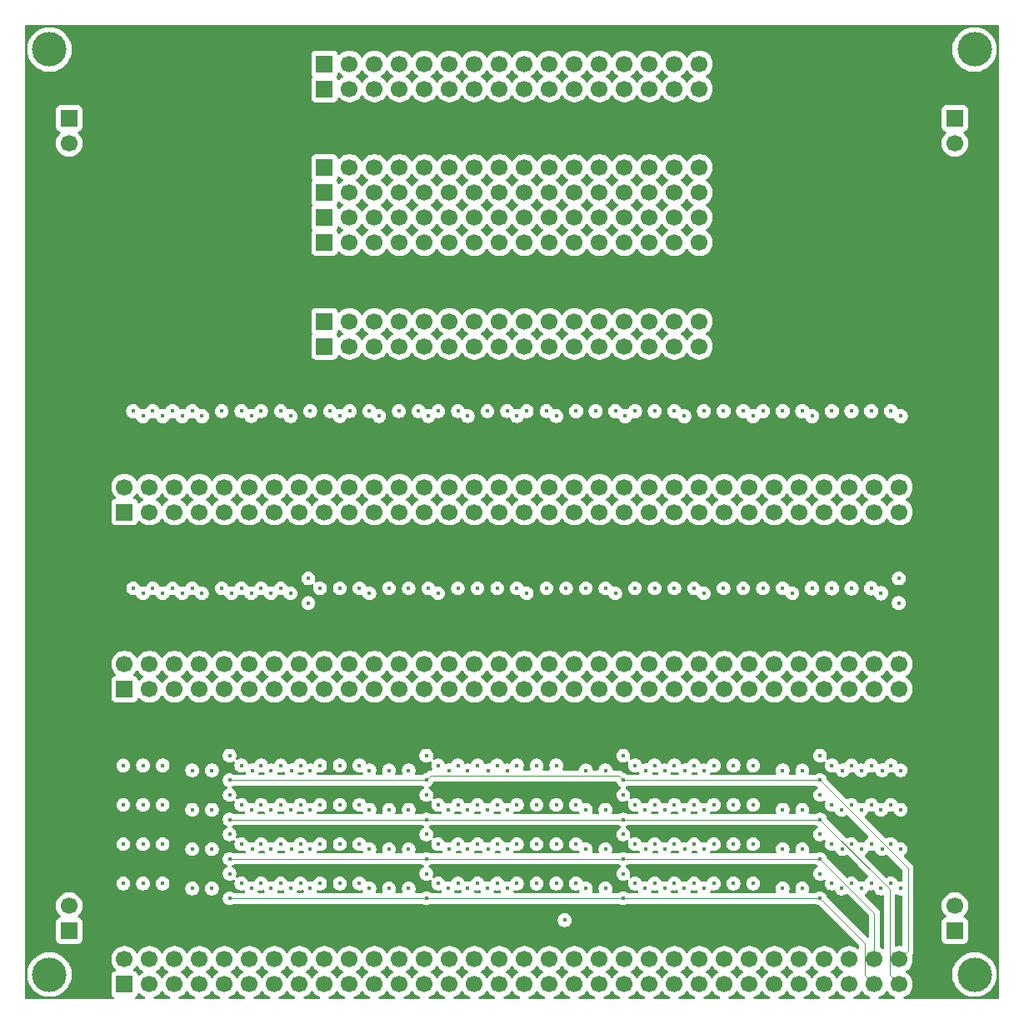
<source format=gbr>
%TF.GenerationSoftware,KiCad,Pcbnew,9.0.3*%
%TF.CreationDate,2025-07-27T22:52:35+02:00*%
%TF.ProjectId,RV523_CellTestBoard.final,52563532-335f-4436-956c-6c5465737442,rev?*%
%TF.SameCoordinates,Original*%
%TF.FileFunction,Copper,L2,Inr*%
%TF.FilePolarity,Positive*%
%FSLAX46Y46*%
G04 Gerber Fmt 4.6, Leading zero omitted, Abs format (unit mm)*
G04 Created by KiCad (PCBNEW 9.0.3) date 2025-07-27 22:52:35*
%MOMM*%
%LPD*%
G01*
G04 APERTURE LIST*
%TA.AperFunction,ComponentPad*%
%ADD10R,1.700000X1.700000*%
%TD*%
%TA.AperFunction,ComponentPad*%
%ADD11C,1.700000*%
%TD*%
%TA.AperFunction,ComponentPad*%
%ADD12C,3.500000*%
%TD*%
%TA.AperFunction,ViaPad*%
%ADD13C,0.450000*%
%TD*%
%TA.AperFunction,ViaPad*%
%ADD14C,0.400000*%
%TD*%
%TA.AperFunction,Conductor*%
%ADD15C,0.100000*%
%TD*%
G04 APERTURE END LIST*
D10*
%TO.N,GND*%
%TO.C,JN0*%
X30950000Y-33160000D03*
D11*
X33490000Y-33160000D03*
X36030000Y-33160000D03*
X38570000Y-33160000D03*
X41110000Y-33160000D03*
X43650000Y-33160000D03*
X46190000Y-33160000D03*
X48730000Y-33160000D03*
X51270000Y-33160000D03*
X53810000Y-33160000D03*
X56350000Y-33160000D03*
X58890000Y-33160000D03*
X61430000Y-33160000D03*
X63970000Y-33160000D03*
X66510000Y-33160000D03*
X69050000Y-33160000D03*
%TD*%
D10*
%TO.N,J2pins.1*%
%TO.C,J2*%
X10630000Y-68000000D03*
D11*
%TO.N,J2pins.2*%
X10630000Y-65460000D03*
%TO.N,J2pins.3*%
X13170000Y-68000000D03*
%TO.N,J2pins[4]*%
X13170000Y-65460000D03*
%TO.N,J2pins.5*%
X15710000Y-68000000D03*
%TO.N,J2pins.6*%
X15710000Y-65460000D03*
%TO.N,J2pins.7*%
X18250000Y-68000000D03*
%TO.N,J2pins[8]*%
X18250000Y-65460000D03*
%TO.N,J2pins.9*%
X20790000Y-68000000D03*
%TO.N,J2pins.10*%
X20790000Y-65460000D03*
%TO.N,J2pins.11*%
X23330000Y-68000000D03*
%TO.N,J2pins[12]*%
X23330000Y-65460000D03*
%TO.N,J2pins.13*%
X25870000Y-68000000D03*
%TO.N,J2pins.14*%
X25870000Y-65460000D03*
%TO.N,J2pins.15*%
X28410000Y-68000000D03*
%TO.N,J2pins[16]*%
X28410000Y-65460000D03*
%TO.N,J2pins[17]*%
X30950000Y-68000000D03*
%TO.N,J2pins[18]*%
X30950000Y-65460000D03*
%TO.N,J2pins.19*%
X33490000Y-68000000D03*
%TO.N,J2pins.20*%
X33490000Y-65460000D03*
%TO.N,J2pins.21*%
X36030000Y-68000000D03*
%TO.N,J2pins[22]*%
X36030000Y-65460000D03*
%TO.N,J2pins.23*%
X38570000Y-68000000D03*
%TO.N,J2pins.24*%
X38570000Y-65460000D03*
%TO.N,J2pins.25*%
X41110000Y-68000000D03*
%TO.N,J2pins[26]*%
X41110000Y-65460000D03*
%TO.N,J2pins.27*%
X43650000Y-68000000D03*
%TO.N,J2pins.28*%
X43650000Y-65460000D03*
%TO.N,J2pins.29*%
X46190000Y-68000000D03*
%TO.N,J2pins.30*%
X46190000Y-65460000D03*
%TO.N,J2pins[31]*%
X48730000Y-68000000D03*
%TO.N,J2pins.32*%
X48730000Y-65460000D03*
%TO.N,J2pins.33*%
X51270000Y-68000000D03*
%TO.N,J2pins.34*%
X51270000Y-65460000D03*
%TO.N,J2pins.35*%
X53810000Y-68000000D03*
%TO.N,J2pins[36]*%
X53810000Y-65460000D03*
%TO.N,J2pins.37*%
X56350000Y-68000000D03*
%TO.N,J2pins.38*%
X56350000Y-65460000D03*
%TO.N,J2pins.39*%
X58890000Y-68000000D03*
%TO.N,J2pins.40*%
X58890000Y-65460000D03*
%TO.N,J2pins[41]*%
X61430000Y-68000000D03*
%TO.N,J2pins.42*%
X61430000Y-65460000D03*
%TO.N,J2pins.43*%
X63970000Y-68000000D03*
%TO.N,J2pins.44*%
X63970000Y-65460000D03*
%TO.N,J2pins.45*%
X66510000Y-68000000D03*
%TO.N,J2pins[46]*%
X66510000Y-65460000D03*
%TO.N,J2pins.47*%
X69050000Y-68000000D03*
%TO.N,J2pins.48*%
X69050000Y-65460000D03*
%TO.N,J2pins.49*%
X71590000Y-68000000D03*
%TO.N,J2pins.50*%
X71590000Y-65460000D03*
%TO.N,J2pins[51]*%
X74130000Y-68000000D03*
%TO.N,J2pins[52]*%
X74130000Y-65460000D03*
%TO.N,J2pins[53]*%
X76670000Y-68000000D03*
%TO.N,J2pins.54*%
X76670000Y-65460000D03*
%TO.N,J2pins.55*%
X79210000Y-68000000D03*
%TO.N,J2pins.56*%
X79210000Y-65460000D03*
%TO.N,J2pins.57*%
X81750000Y-68000000D03*
%TO.N,J2pins.58*%
X81750000Y-65460000D03*
%TO.N,J2pins.59*%
X84290000Y-68000000D03*
%TO.N,J2pins.60*%
X84290000Y-65460000D03*
%TO.N,J2pins.61*%
X86830000Y-68000000D03*
%TO.N,J2pins.62*%
X86830000Y-65460000D03*
%TO.N,J2pins.63*%
X89370000Y-68000000D03*
%TO.N,J2pins.64*%
X89370000Y-65460000D03*
%TD*%
D10*
%TO.N,PDrains[1]*%
%TO.C,JPD*%
X30950000Y-17540000D03*
D11*
%TO.N,PDrains[2]*%
X33490000Y-17540000D03*
%TO.N,PDrains[3]*%
X36030000Y-17540000D03*
%TO.N,PDrains[4]*%
X38570000Y-17540000D03*
%TO.N,PDrains[5]*%
X41110000Y-17540000D03*
%TO.N,PDrains[6]*%
X43650000Y-17540000D03*
%TO.N,PDrains[7]*%
X46190000Y-17540000D03*
%TO.N,PDrains[8]*%
X48730000Y-17540000D03*
%TO.N,PDrains[9]*%
X51270000Y-17540000D03*
%TO.N,PDrains[10]*%
X53810000Y-17540000D03*
%TO.N,PDrains[11]*%
X56350000Y-17540000D03*
%TO.N,PDrains[12]*%
X58890000Y-17540000D03*
%TO.N,PDrains[13]*%
X61430000Y-17540000D03*
%TO.N,PDrains[14]*%
X63970000Y-17540000D03*
%TO.N,PDrains[15]*%
X66510000Y-17540000D03*
%TO.N,PDrains[16]*%
X69050000Y-17540000D03*
%TD*%
D10*
%TO.N,PGates[1]*%
%TO.C,JPG*%
X30950000Y-15000000D03*
D11*
%TO.N,PGates[2]*%
X33490000Y-15000000D03*
%TO.N,PGates[3]*%
X36030000Y-15000000D03*
%TO.N,PGates[4]*%
X38570000Y-15000000D03*
%TO.N,PGates[5]*%
X41110000Y-15000000D03*
%TO.N,PGates[6]*%
X43650000Y-15000000D03*
%TO.N,PGates[7]*%
X46190000Y-15000000D03*
%TO.N,PGates[8]*%
X48730000Y-15000000D03*
%TO.N,PGates[9]*%
X51270000Y-15000000D03*
%TO.N,PGates[10]*%
X53810000Y-15000000D03*
%TO.N,PGates[11]*%
X56350000Y-15000000D03*
%TO.N,PGates[12]*%
X58890000Y-15000000D03*
%TO.N,PGates[13]*%
X61430000Y-15000000D03*
%TO.N,PGates[14]*%
X63970000Y-15000000D03*
%TO.N,PGates[15]*%
X66510000Y-15000000D03*
%TO.N,PGates[16]*%
X69050000Y-15000000D03*
%TD*%
D12*
%TO.N,GND*%
%TO.C,REF\u002A\u002A*%
X97000000Y-3000000D03*
%TD*%
D10*
%TO.N,GND*%
%TO.C,JSupply2*%
X95000000Y-10000000D03*
D11*
%TO.N,VDD*%
X95000000Y-12540000D03*
%TD*%
D10*
%TO.N,J1pins[1]*%
%TO.C,J1*%
X10630000Y-50000000D03*
D11*
%TO.N,J1pins[2]*%
X10630000Y-47460000D03*
%TO.N,J1pins[3]*%
X13170000Y-50000000D03*
%TO.N,J1pins[4]*%
X13170000Y-47460000D03*
%TO.N,J1pins[5]*%
X15710000Y-50000000D03*
%TO.N,J1pins[6]*%
X15710000Y-47460000D03*
%TO.N,J1pins[7]*%
X18250000Y-50000000D03*
%TO.N,J1pins[8]*%
X18250000Y-47460000D03*
%TO.N,J1pins.9*%
X20790000Y-50000000D03*
%TO.N,J1pins.10*%
X20790000Y-47460000D03*
%TO.N,J1pins[11]*%
X23330000Y-50000000D03*
%TO.N,J1pins.12*%
X23330000Y-47460000D03*
%TO.N,J1pins.13*%
X25870000Y-50000000D03*
%TO.N,J1pins[14]*%
X25870000Y-47460000D03*
%TO.N,J1pins.15*%
X28410000Y-50000000D03*
%TO.N,J1pins.16*%
X28410000Y-47460000D03*
%TO.N,J1pins[17]*%
X30950000Y-50000000D03*
%TO.N,J1pins.18*%
X30950000Y-47460000D03*
%TO.N,J1pins.19*%
X33490000Y-50000000D03*
%TO.N,J1pins[20]*%
X33490000Y-47460000D03*
%TO.N,J1pins.21*%
X36030000Y-50000000D03*
%TO.N,J1pins.22*%
X36030000Y-47460000D03*
%TO.N,J1pins[23]*%
X38570000Y-50000000D03*
%TO.N,J1pins.24*%
X38570000Y-47460000D03*
%TO.N,J1pins.25*%
X41110000Y-50000000D03*
%TO.N,J1pins[26]*%
X41110000Y-47460000D03*
%TO.N,J1pins.27*%
X43650000Y-50000000D03*
%TO.N,J1pins.28*%
X43650000Y-47460000D03*
%TO.N,J1pins[29]*%
X46190000Y-50000000D03*
%TO.N,J1pins.30*%
X46190000Y-47460000D03*
%TO.N,J1pins.31*%
X48730000Y-50000000D03*
%TO.N,J1pins[32]*%
X48730000Y-47460000D03*
%TO.N,J1pins.33*%
X51270000Y-50000000D03*
%TO.N,J1pins.34*%
X51270000Y-47460000D03*
%TO.N,J1pins.35*%
X53810000Y-50000000D03*
%TO.N,J1pins[36]*%
X53810000Y-47460000D03*
%TO.N,J1pins.37*%
X56350000Y-50000000D03*
%TO.N,J1pins.38*%
X56350000Y-47460000D03*
%TO.N,J1pins.39*%
X58890000Y-50000000D03*
%TO.N,J1pins[40]*%
X58890000Y-47460000D03*
%TO.N,J1pins.41*%
X61430000Y-50000000D03*
%TO.N,J1pins.42*%
X61430000Y-47460000D03*
%TO.N,J1pins.43*%
X63970000Y-50000000D03*
%TO.N,J1pins[44]*%
X63970000Y-47460000D03*
%TO.N,J1pins.45*%
X66510000Y-50000000D03*
%TO.N,J1pins.46*%
X66510000Y-47460000D03*
%TO.N,J1pins.47*%
X69050000Y-50000000D03*
%TO.N,J1pins[48]*%
X69050000Y-47460000D03*
%TO.N,J1pins.49*%
X71590000Y-50000000D03*
%TO.N,J1pins.50*%
X71590000Y-47460000D03*
%TO.N,J1pins.51*%
X74130000Y-50000000D03*
%TO.N,J1pins.52*%
X74130000Y-47460000D03*
%TO.N,J1pins[53]*%
X76670000Y-50000000D03*
%TO.N,J1pins.54*%
X76670000Y-47460000D03*
%TO.N,J1pins.55*%
X79210000Y-50000000D03*
%TO.N,J1pins.56*%
X79210000Y-47460000D03*
%TO.N,J1pins.57*%
X81750000Y-50000000D03*
%TO.N,J1pins.58*%
X81750000Y-47460000D03*
%TO.N,J1pins.59*%
X84290000Y-50000000D03*
%TO.N,J1pins.60*%
X84290000Y-47460000D03*
%TO.N,J1pins.61*%
X86830000Y-50000000D03*
%TO.N,J1pins.62*%
X86830000Y-47460000D03*
%TO.N,J1pins.63*%
X89370000Y-50000000D03*
%TO.N,J1pins.64*%
X89370000Y-47460000D03*
%TD*%
D10*
%TO.N,GND*%
%TO.C,JSupply4*%
X95000000Y-92540000D03*
D11*
%TO.N,VDD*%
X95000000Y-90000000D03*
%TD*%
D12*
%TO.N,GND*%
%TO.C,REF\u002A\u002A*%
X3000000Y-97000000D03*
%TD*%
D10*
%TO.N,PSources[1]*%
%TO.C,JPS*%
X30950000Y-7000000D03*
D11*
%TO.N,PSources[2]*%
X33490000Y-7000000D03*
%TO.N,PSources[3]*%
X36030000Y-7000000D03*
%TO.N,PSources[4]*%
X38570000Y-7000000D03*
%TO.N,PSources[5]*%
X41110000Y-7000000D03*
%TO.N,PSources[6]*%
X43650000Y-7000000D03*
%TO.N,PSources[7]*%
X46190000Y-7000000D03*
%TO.N,PSources[8]*%
X48730000Y-7000000D03*
%TO.N,PSources[9]*%
X51270000Y-7000000D03*
%TO.N,PSources[10]*%
X53810000Y-7000000D03*
%TO.N,PSources[11]*%
X56350000Y-7000000D03*
%TO.N,PSources[12]*%
X58890000Y-7000000D03*
%TO.N,PSources[13]*%
X61430000Y-7000000D03*
%TO.N,PSources[14]*%
X63970000Y-7000000D03*
%TO.N,PSources[15]*%
X66510000Y-7000000D03*
%TO.N,PSources[16]*%
X69050000Y-7000000D03*
%TD*%
D12*
%TO.N,GND*%
%TO.C,REF\u002A\u002A*%
X3000000Y-3000000D03*
%TD*%
D10*
%TO.N,NDrains[1]*%
%TO.C,JND*%
X30950000Y-20080000D03*
D11*
%TO.N,NDrains[2]*%
X33490000Y-20080000D03*
%TO.N,NDrains[3]*%
X36030000Y-20080000D03*
%TO.N,NDrains[4]*%
X38570000Y-20080000D03*
%TO.N,NDrains[5]*%
X41110000Y-20080000D03*
%TO.N,NDrains[6]*%
X43650000Y-20080000D03*
%TO.N,NDrains[7]*%
X46190000Y-20080000D03*
%TO.N,NDrains[8]*%
X48730000Y-20080000D03*
%TO.N,NDrains[9]*%
X51270000Y-20080000D03*
%TO.N,NDrains[10]*%
X53810000Y-20080000D03*
%TO.N,NDrains[11]*%
X56350000Y-20080000D03*
%TO.N,NDrains[12]*%
X58890000Y-20080000D03*
%TO.N,NDrains[13]*%
X61430000Y-20080000D03*
%TO.N,NDrains[14]*%
X63970000Y-20080000D03*
%TO.N,NDrains[15]*%
X66510000Y-20080000D03*
%TO.N,NDrains[16]*%
X69050000Y-20080000D03*
%TD*%
D12*
%TO.N,GND*%
%TO.C,REF\u002A\u002A*%
X97000000Y-97000000D03*
%TD*%
D10*
%TO.N,NGates[1]*%
%TO.C,JNG*%
X30950000Y-22620000D03*
D11*
%TO.N,NGates[2]*%
X33490000Y-22620000D03*
%TO.N,NGates[3]*%
X36030000Y-22620000D03*
%TO.N,NGates[4]*%
X38570000Y-22620000D03*
%TO.N,NGates[5]*%
X41110000Y-22620000D03*
%TO.N,NGates[6]*%
X43650000Y-22620000D03*
%TO.N,NGates[7]*%
X46190000Y-22620000D03*
%TO.N,NGates[8]*%
X48730000Y-22620000D03*
%TO.N,NGates[9]*%
X51270000Y-22620000D03*
%TO.N,NGates[10]*%
X53810000Y-22620000D03*
%TO.N,NGates[11]*%
X56350000Y-22620000D03*
%TO.N,NGates[12]*%
X58890000Y-22620000D03*
%TO.N,NGates[13]*%
X61430000Y-22620000D03*
%TO.N,NGates[14]*%
X63970000Y-22620000D03*
%TO.N,NGates[15]*%
X66510000Y-22620000D03*
%TO.N,NGates[16]*%
X69050000Y-22620000D03*
%TD*%
D10*
%TO.N,NSources[1]*%
%TO.C,JNS*%
X30950000Y-30620000D03*
D11*
%TO.N,NSources[2]*%
X33490000Y-30620000D03*
%TO.N,NSources[3]*%
X36030000Y-30620000D03*
%TO.N,NSources[4]*%
X38570000Y-30620000D03*
%TO.N,NSources[5]*%
X41110000Y-30620000D03*
%TO.N,NSources[6]*%
X43650000Y-30620000D03*
%TO.N,NSources[7]*%
X46190000Y-30620000D03*
%TO.N,NSources[8]*%
X48730000Y-30620000D03*
%TO.N,NSources[9]*%
X51270000Y-30620000D03*
%TO.N,NSources[10]*%
X53810000Y-30620000D03*
%TO.N,NSources[11]*%
X56350000Y-30620000D03*
%TO.N,NSources[12]*%
X58890000Y-30620000D03*
%TO.N,NSources[13]*%
X61430000Y-30620000D03*
%TO.N,NSources[14]*%
X63970000Y-30620000D03*
%TO.N,NSources[15]*%
X66510000Y-30620000D03*
%TO.N,NSources[16]*%
X69050000Y-30620000D03*
%TD*%
D10*
%TO.N,GND*%
%TO.C,JSupply1*%
X5000000Y-10000000D03*
D11*
%TO.N,VDD*%
X5000000Y-12540000D03*
%TD*%
D10*
%TO.N,GND*%
%TO.C,JSupply3*%
X5000000Y-92540000D03*
D11*
%TO.N,VDD*%
X5000000Y-90000000D03*
%TD*%
D10*
%TO.N,J3pins.1*%
%TO.C,J3*%
X10630000Y-98000000D03*
D11*
%TO.N,J3pins.2*%
X10630000Y-95460000D03*
%TO.N,J3pins.3*%
X13170000Y-98000000D03*
%TO.N,J3pins.4*%
X13170000Y-95460000D03*
%TO.N,J3pins.5*%
X15710000Y-98000000D03*
%TO.N,J3pins.6*%
X15710000Y-95460000D03*
%TO.N,J3pins.7*%
X18250000Y-98000000D03*
%TO.N,J3pins.8*%
X18250000Y-95460000D03*
%TO.N,J3pins.9*%
X20790000Y-98000000D03*
%TO.N,J3pins.10*%
X20790000Y-95460000D03*
%TO.N,J3pins.11*%
X23330000Y-98000000D03*
%TO.N,J3pins.12*%
X23330000Y-95460000D03*
%TO.N,J3pins.13*%
X25870000Y-98000000D03*
%TO.N,J3pins.14*%
X25870000Y-95460000D03*
%TO.N,J3pins.15*%
X28410000Y-98000000D03*
%TO.N,J3pins.16*%
X28410000Y-95460000D03*
%TO.N,J3pins.17*%
X30950000Y-98000000D03*
%TO.N,J3pins.18*%
X30950000Y-95460000D03*
%TO.N,J3pins.19*%
X33490000Y-98000000D03*
%TO.N,J3pins.20*%
X33490000Y-95460000D03*
%TO.N,J3pins[21]*%
X36030000Y-98000000D03*
%TO.N,J3pins[22]*%
X36030000Y-95460000D03*
%TO.N,J3pins[23]*%
X38570000Y-98000000D03*
%TO.N,J3pins[24]*%
X38570000Y-95460000D03*
%TO.N,J3pins.25*%
X41110000Y-98000000D03*
%TO.N,J3pins.26*%
X41110000Y-95460000D03*
%TO.N,J3pins.27*%
X43650000Y-98000000D03*
%TO.N,J3pins.28*%
X43650000Y-95460000D03*
%TO.N,J3pins.29*%
X46190000Y-98000000D03*
%TO.N,J3pins.30*%
X46190000Y-95460000D03*
%TO.N,J3pins.31*%
X48730000Y-98000000D03*
%TO.N,J3pins.32*%
X48730000Y-95460000D03*
%TO.N,J3pins.33*%
X51270000Y-98000000D03*
%TO.N,J3pins.34*%
X51270000Y-95460000D03*
%TO.N,J3pins.35*%
X53810000Y-98000000D03*
%TO.N,J3pins.36*%
X53810000Y-95460000D03*
%TO.N,J3pins[37]*%
X56350000Y-98000000D03*
%TO.N,J3pins[38]*%
X56350000Y-95460000D03*
%TO.N,J3pins[39]*%
X58890000Y-98000000D03*
%TO.N,J3pins[40]*%
X58890000Y-95460000D03*
%TO.N,J3pins.41*%
X61430000Y-98000000D03*
%TO.N,J3pins.42*%
X61430000Y-95460000D03*
%TO.N,J3pins.43*%
X63970000Y-98000000D03*
%TO.N,J3pins.44*%
X63970000Y-95460000D03*
%TO.N,J3pins.45*%
X66510000Y-98000000D03*
%TO.N,J3pins.46*%
X66510000Y-95460000D03*
%TO.N,J3pins.47*%
X69050000Y-98000000D03*
%TO.N,J3pins.48*%
X69050000Y-95460000D03*
%TO.N,J3pins.49*%
X71590000Y-98000000D03*
%TO.N,J3pins.50*%
X71590000Y-95460000D03*
%TO.N,J3pins.51*%
X74130000Y-98000000D03*
%TO.N,J3pins.52*%
X74130000Y-95460000D03*
%TO.N,J3pins.53*%
X76670000Y-98000000D03*
%TO.N,J3pins.54*%
X76670000Y-95460000D03*
%TO.N,J3pins.55*%
X79210000Y-98000000D03*
%TO.N,J3pins.56*%
X79210000Y-95460000D03*
%TO.N,J3pins.57*%
X81750000Y-98000000D03*
%TO.N,J3pins.58*%
X81750000Y-95460000D03*
%TO.N,J3pins.59*%
X84290000Y-98000000D03*
%TO.N,J3pins.60*%
X84290000Y-95460000D03*
%TO.N,J3pins[61]*%
X86830000Y-98000000D03*
%TO.N,J3pins[62]*%
X86830000Y-95460000D03*
%TO.N,J3pins[63]*%
X89370000Y-98000000D03*
%TO.N,J3pins[64]*%
X89370000Y-95460000D03*
%TD*%
D10*
%TO.N,VDD*%
%TO.C,JP1*%
X30950000Y-4460000D03*
D11*
X33490000Y-4460000D03*
X36030000Y-4460000D03*
X38570000Y-4460000D03*
X41110000Y-4460000D03*
X43650000Y-4460000D03*
X46190000Y-4460000D03*
X48730000Y-4460000D03*
X51270000Y-4460000D03*
X53810000Y-4460000D03*
X56350000Y-4460000D03*
X58890000Y-4460000D03*
X61430000Y-4460000D03*
X63970000Y-4460000D03*
X66510000Y-4460000D03*
X69050000Y-4460000D03*
%TD*%
D13*
%TO.N,J1pins[2]*%
X12500000Y-40250000D03*
%TO.N,J1pins[1]*%
X11500000Y-39750000D03*
%TO.N,J1pins[3]*%
X13500000Y-39750000D03*
%TO.N,J1pins[4]*%
X14500000Y-40250000D03*
%TO.N,J1pins[6]*%
X16500000Y-40250000D03*
%TO.N,J1pins[5]*%
X15500000Y-39750000D03*
%TO.N,J1pins[8]*%
X18500000Y-40250000D03*
%TO.N,J1pins[7]*%
X17500000Y-39750000D03*
D14*
%TO.N,J1pins.10*%
X22500000Y-39750000D03*
%TO.N,J1pins.9*%
X20500000Y-39750000D03*
%TO.N,J1pins.12*%
X24500000Y-39750000D03*
%TO.N,J1pins.15*%
X29500000Y-39750000D03*
%TO.N,J1pins.16*%
X31500000Y-39750000D03*
%TO.N,J1pins.19*%
X35500000Y-39750000D03*
%TO.N,J1pins.22*%
X40500000Y-39750000D03*
%TO.N,J1pins.21*%
X38500000Y-39750000D03*
%TO.N,J1pins[23]*%
X41500000Y-40250000D03*
%TO.N,J1pins.27*%
X47500000Y-39750000D03*
%TO.N,J1pins.24*%
X42500000Y-39750000D03*
%TO.N,J1pins.25*%
X44500000Y-39750000D03*
D13*
%TO.N,J1pins.38*%
X64500000Y-39750000D03*
%TO.N,J1pins.33*%
X56500000Y-39750000D03*
%TO.N,J1pins.46*%
X77500000Y-39750000D03*
D14*
%TO.N,J1pins.30*%
X51500000Y-39750000D03*
D13*
%TO.N,J1pins.43*%
X73500000Y-39750000D03*
%TO.N,J1pins.39*%
X66500000Y-39750000D03*
%TO.N,J1pins.49*%
X82500000Y-39750000D03*
D14*
%TO.N,J1pins.31*%
X53500000Y-39750000D03*
D13*
%TO.N,J1pins.52*%
X88500000Y-39750000D03*
%TO.N,J1pins.35*%
X60500000Y-39750000D03*
%TO.N,J1pins.51*%
X86500000Y-39750000D03*
%TO.N,J1pins.47*%
X79500000Y-39750000D03*
%TO.N,J1pins.37*%
X62500000Y-39750000D03*
%TO.N,J1pins.42*%
X71500000Y-39750000D03*
%TO.N,J1pins.34*%
X58500000Y-39750000D03*
%TO.N,J1pins.45*%
X75500000Y-39750000D03*
%TO.N,J1pins.50*%
X84500000Y-39750000D03*
%TO.N,J1pins.41*%
X69500000Y-39750000D03*
%TO.N,J1pins[44]*%
X74500000Y-40250000D03*
%TO.N,J1pins[48]*%
X80500000Y-40250000D03*
D14*
%TO.N,J1pins[26]*%
X45500000Y-40250000D03*
%TO.N,J1pins[29]*%
X50500000Y-40250000D03*
%TO.N,J1pins.28*%
X49500000Y-39750000D03*
%TO.N,J1pins[32]*%
X54500000Y-40250000D03*
D13*
%TO.N,J1pins[53]*%
X89500000Y-40250000D03*
%TO.N,J1pins[36]*%
X61500000Y-40250000D03*
%TO.N,J1pins[40]*%
X67500000Y-40250000D03*
D14*
%TO.N,J1pins[11]*%
X23500000Y-40250000D03*
%TO.N,J1pins[14]*%
X27500000Y-40250000D03*
%TO.N,J1pins.13*%
X26500000Y-39750000D03*
%TO.N,J1pins[17]*%
X32500000Y-40250000D03*
%TO.N,J1pins.18*%
X33500000Y-39750000D03*
%TO.N,J1pins[20]*%
X36500000Y-40250000D03*
%TO.N,J2pins.23*%
X37500000Y-57750000D03*
%TO.N,J2pins.11*%
X22500000Y-57750000D03*
%TO.N,J2pins.40*%
X68500000Y-57750000D03*
%TO.N,J2pins.35*%
X59500000Y-57750000D03*
%TO.N,J2pins.9*%
X20500000Y-57750000D03*
D13*
%TO.N,J2pins.50*%
X86500000Y-57750000D03*
D14*
%TO.N,J2pins.30*%
X50500000Y-57750000D03*
%TO.N,J2pins.39*%
X66500000Y-57750000D03*
%TO.N,J2pins.13*%
X24500000Y-57750000D03*
%TO.N,J2pins.21*%
X34500000Y-57750000D03*
%TO.N,J2pins.25*%
X41500000Y-57750000D03*
%TO.N,J2pins.14*%
X25500000Y-58250000D03*
%TO.N,J2pins.33*%
X55500000Y-57750000D03*
%TO.N,J2pins.45*%
X77500000Y-57750000D03*
%TO.N,J2pins.32*%
X53500000Y-57750000D03*
D13*
%TO.N,J2pins.47*%
X80500000Y-57750000D03*
D14*
%TO.N,J2pins.19*%
X30500000Y-57750000D03*
%TO.N,J2pins[8]*%
X18500000Y-58250000D03*
%TO.N,J2pins.29*%
X48500000Y-57750000D03*
%TO.N,J2pins.10*%
X21500000Y-58250000D03*
%TO.N,J2pins[4]*%
X14500000Y-58250000D03*
%TO.N,J2pins.1*%
X11500000Y-57750000D03*
D13*
%TO.N,J2pins.48*%
X82500000Y-57750000D03*
D14*
%TO.N,J2pins.5*%
X15500000Y-57750000D03*
%TO.N,J2pins.15*%
X26500000Y-57750000D03*
%TO.N,J2pins.44*%
X75500000Y-57750000D03*
%TO.N,J2pins.2*%
X12500000Y-58250000D03*
%TO.N,J2pins[16]*%
X27500000Y-58250000D03*
%TO.N,J2pins.37*%
X62500000Y-57750000D03*
%TO.N,J2pins.28*%
X46500000Y-57750000D03*
%TO.N,J2pins.27*%
X44500000Y-57750000D03*
%TO.N,J2pins.43*%
X73500000Y-57750000D03*
%TO.N,J2pins.7*%
X17500000Y-57750000D03*
%TO.N,J2pins.34*%
X57500000Y-57750000D03*
%TO.N,J2pins.38*%
X64500000Y-57750000D03*
%TO.N,J2pins.3*%
X13500000Y-57750000D03*
%TO.N,J2pins.6*%
X16500000Y-58250000D03*
D13*
%TO.N,J2pins.49*%
X84500000Y-57750000D03*
D14*
%TO.N,J2pins[12]*%
X23500000Y-58250000D03*
%TO.N,J2pins.42*%
X71500000Y-57750000D03*
%TO.N,J2pins.24*%
X39500000Y-57750000D03*
%TO.N,J2pins[36]*%
X60500000Y-58250000D03*
%TO.N,J2pins[46]*%
X78500000Y-58250000D03*
%TO.N,J2pins[26]*%
X42500000Y-58250000D03*
D13*
%TO.N,J2pins[51]*%
X87500000Y-58250000D03*
D14*
%TO.N,J2pins[17]*%
X29300000Y-56750000D03*
%TO.N,J2pins[18]*%
X29300000Y-59250000D03*
%TO.N,J2pins[31]*%
X51500000Y-58250000D03*
%TO.N,J2pins[41]*%
X69500000Y-58250000D03*
%TO.N,J2pins.20*%
X32500000Y-57750000D03*
%TO.N,J2pins[22]*%
X35500000Y-58250000D03*
%TO.N,J2pins[53]*%
X89300000Y-59250000D03*
%TO.N,J2pins[52]*%
X89300000Y-56750000D03*
%TO.N,J3pins.4*%
X10500000Y-87750000D03*
X30500000Y-87750000D03*
X50500000Y-87750000D03*
X70500000Y-87750000D03*
%TO.N,J3pins.19*%
X32500000Y-75750000D03*
X32500000Y-83750000D03*
X32500000Y-87750000D03*
X32500000Y-79750000D03*
%TO.N,J3pins.12*%
X24500000Y-75750000D03*
X24500000Y-83750000D03*
X24500000Y-79750000D03*
X24500000Y-87750000D03*
%TO.N,J3pins.44*%
X64500000Y-87750000D03*
X64500000Y-79750000D03*
X64500000Y-83750000D03*
X64500000Y-75750000D03*
%TO.N,J3pins[40]*%
X69500000Y-76250000D03*
X89500000Y-76250000D03*
X56500000Y-79750000D03*
X29500000Y-76250000D03*
X49500000Y-76250000D03*
%TO.N,J3pins[24]*%
X85500000Y-76250000D03*
X65500000Y-76250000D03*
X35500000Y-76260000D03*
X25500000Y-76250000D03*
X45500000Y-76250000D03*
%TO.N,J3pins.5*%
X12500000Y-79750000D03*
X12500000Y-87750000D03*
X12500000Y-83750000D03*
X12500000Y-75750000D03*
%TO.N,J3pins.28*%
X44500000Y-75750000D03*
X44500000Y-87750000D03*
X44500000Y-83750000D03*
X44500000Y-79750000D03*
%TO.N,J3pins.57*%
X88500000Y-87750000D03*
X88500000Y-83750000D03*
X88500000Y-79750000D03*
X88500000Y-75750000D03*
%TO.N,J3pins.58*%
X87500000Y-88250000D03*
X87500000Y-80250000D03*
X87600000Y-76250000D03*
X87600000Y-84250000D03*
%TO.N,J3pins[21]*%
X65500000Y-88250000D03*
X85500000Y-88250000D03*
X25500000Y-88250000D03*
X45500000Y-88250000D03*
X35500000Y-88250000D03*
%TO.N,J3pins.6*%
X14500000Y-83750000D03*
X14500000Y-75750000D03*
X14500000Y-87750000D03*
X14500000Y-79750000D03*
%TO.N,J3pins[22]*%
X45500000Y-84250000D03*
X25500000Y-84250000D03*
X35500000Y-84260000D03*
X85500000Y-84250000D03*
X65500000Y-84250000D03*
%TO.N,J3pins.51*%
X72500000Y-75750000D03*
X72500000Y-83750000D03*
X72500000Y-79750000D03*
X72500000Y-87750000D03*
%TO.N,J3pins.3*%
X50500000Y-83750000D03*
X30500000Y-83750000D03*
X70500000Y-83750000D03*
X10500000Y-83750000D03*
%TO.N,J3pins.47*%
X67600000Y-76250000D03*
X67600000Y-84250000D03*
X67500000Y-80250000D03*
X67500000Y-88250000D03*
%TO.N,J3pins.56*%
X83600000Y-84250000D03*
X83500000Y-88250000D03*
X83600000Y-76250000D03*
X83500000Y-80250000D03*
%TO.N,J3pins.11*%
X23500000Y-80250000D03*
X23500000Y-88250000D03*
X23600000Y-84250000D03*
X23600000Y-76250000D03*
%TO.N,J3pins[39]*%
X69500000Y-80250000D03*
X89500000Y-80250000D03*
X49500000Y-80250000D03*
X56500000Y-83750000D03*
X29500000Y-80250000D03*
%TO.N,J3pins.1*%
X50500000Y-75750000D03*
X10500000Y-75750000D03*
X30500000Y-75750000D03*
X70500000Y-75750000D03*
%TO.N,J3pins.16*%
X28500000Y-83750000D03*
X28500000Y-79750000D03*
X28500000Y-87750000D03*
X28500000Y-75750000D03*
%TO.N,J3pins.43*%
X63600000Y-84250000D03*
X63500000Y-88250000D03*
X63600000Y-76250000D03*
X63500000Y-80250000D03*
%TO.N,J3pins.48*%
X68500000Y-79750000D03*
X68500000Y-87750000D03*
X68500000Y-75750000D03*
X68500000Y-83750000D03*
%TO.N,J3pins.20*%
X34500000Y-75750000D03*
X34500000Y-79750000D03*
X34500000Y-87750000D03*
X34500000Y-83750000D03*
%TO.N,J3pins.55*%
X84500000Y-83750000D03*
X84500000Y-79750000D03*
X84500000Y-87750000D03*
X84500000Y-75750000D03*
%TO.N,J3pins[23]*%
X65500000Y-80250000D03*
X35500000Y-80250000D03*
X85500000Y-80250000D03*
X25500000Y-80250000D03*
X45500000Y-80250000D03*
%TO.N,J3pins.52*%
X74500000Y-83750000D03*
X74500000Y-75750000D03*
X74500000Y-79750000D03*
X74500000Y-87750000D03*
%TO.N,J3pins.27*%
X43500000Y-88250000D03*
X43500000Y-80250000D03*
X43600000Y-84250000D03*
X43600000Y-76250000D03*
%TO.N,J3pins.31*%
X47500000Y-88250000D03*
X47600000Y-76250000D03*
X47500000Y-80250000D03*
X47600000Y-84250000D03*
%TO.N,J3pins.15*%
X27500000Y-80250000D03*
X27600000Y-84250000D03*
X27500000Y-88250000D03*
X27600000Y-76250000D03*
%TO.N,J3pins.2*%
X70500000Y-79750000D03*
X30500000Y-79750000D03*
X10500000Y-79750000D03*
X50500000Y-79750000D03*
%TO.N,J3pins.32*%
X48500000Y-79750000D03*
X48500000Y-83750000D03*
X48500000Y-87750000D03*
X48500000Y-75750000D03*
%TO.N,J3pins[38]*%
X29500000Y-84250000D03*
X69500000Y-84250000D03*
X49500000Y-84250000D03*
X89500000Y-84250000D03*
X56500000Y-87750000D03*
%TO.N,J3pins.35*%
X52500000Y-87750000D03*
X52500000Y-75750000D03*
X52500000Y-79750000D03*
X52500000Y-83750000D03*
%TO.N,J3pins.36*%
X54500000Y-75750000D03*
X54500000Y-83750000D03*
X54500000Y-87750000D03*
X54500000Y-79750000D03*
%TO.N,J3pins[61]*%
X21300000Y-89250000D03*
X61300000Y-89250000D03*
X81300000Y-89250000D03*
X41300000Y-89250000D03*
%TO.N,J3pins[62]*%
X21300000Y-85250000D03*
X41300000Y-85250000D03*
X61300000Y-85250000D03*
X81300000Y-85250000D03*
%TO.N,J3pins[63]*%
X41300000Y-81250000D03*
X81300000Y-81250000D03*
X21300000Y-81250000D03*
X61300000Y-81250000D03*
%TO.N,J3pins[64]*%
X81300000Y-77250000D03*
X61300000Y-77250000D03*
X41300000Y-77250000D03*
X21300000Y-77250000D03*
%TO.N,J3pins[37]*%
X69500000Y-88250000D03*
X89500000Y-88250000D03*
X55349000Y-91480000D03*
X29500000Y-88250000D03*
X49500000Y-88250000D03*
%TO.N,genblk2[0].genblk1[1].nQ*%
X26500000Y-79750000D03*
X22500000Y-79750000D03*
X17500000Y-80250000D03*
%TO.N,genblk2[1].genblk1[3].nQ*%
X42500000Y-87750000D03*
X46500000Y-87750000D03*
X37500000Y-88250000D03*
%TO.N,genblk2[0].genblk1[3].nQ*%
X26500000Y-87750000D03*
X17500000Y-88250000D03*
X22500000Y-87750000D03*
%TO.N,genblk2[2].genblk1[3].nQ*%
X66500000Y-87750000D03*
X62500000Y-87750000D03*
X57500000Y-88250000D03*
%TO.N,genblk2[0].genblk1[2].nQ*%
X17500000Y-84250000D03*
X22500000Y-83750000D03*
X26500000Y-83750000D03*
%TO.N,genblk2[2].genblk1[2].nQ*%
X66500000Y-83750000D03*
X62500000Y-83750000D03*
X57500000Y-84250000D03*
%TO.N,genblk2[3].genblk1[2].nQ*%
X77500000Y-84250000D03*
X82500000Y-83750000D03*
X86500000Y-83750000D03*
%TO.N,genblk2[2].genblk1[1].nQ*%
X62500000Y-79750000D03*
X66500000Y-79750000D03*
X57500000Y-80250000D03*
%TO.N,genblk2[0].genblk1[0].nQ*%
X22500000Y-75750000D03*
X26500000Y-75750000D03*
X17500000Y-76250000D03*
%TO.N,genblk2[2].genblk1[0].nQ*%
X57500000Y-76250000D03*
X66500000Y-75750000D03*
X62500000Y-75750000D03*
%TO.N,genblk2[3].genblk1[3].nQ*%
X77500000Y-88250000D03*
X86500000Y-87750000D03*
X82500000Y-87750000D03*
%TO.N,genblk2[1].genblk1[2].nQ*%
X42500000Y-83750000D03*
X37500000Y-84250000D03*
X46500000Y-83750000D03*
%TO.N,genblk2[1].genblk1[0].nQ*%
X42500000Y-75750000D03*
X46500000Y-75750000D03*
X37500000Y-76250000D03*
%TO.N,genblk2[1].genblk1[1].nQ*%
X42500000Y-79750000D03*
X37500000Y-80250000D03*
X46500000Y-79750000D03*
%TO.N,genblk2[3].genblk1[0].nQ*%
X82500000Y-75750000D03*
X77500000Y-76250000D03*
X86500000Y-75750000D03*
%TO.N,genblk2[3].genblk1[1].nQ*%
X86500000Y-79750000D03*
X77500000Y-80250000D03*
X82500000Y-79750000D03*
%TO.N,genblk2[0].genblk1[0].Q*%
X21300000Y-74750000D03*
X19500000Y-76250000D03*
%TO.N,genblk2[1].genblk1[3].Q*%
X41300000Y-86750000D03*
X39500000Y-88250000D03*
%TO.N,genblk2[2].genblk1[2].Q*%
X59500000Y-84250000D03*
X61300000Y-82750000D03*
%TO.N,genblk2[2].genblk1[1].Q*%
X61300000Y-78750000D03*
X59500000Y-80250000D03*
%TO.N,genblk2[1].genblk1[0].Q*%
X41300000Y-74750000D03*
X39500000Y-76250000D03*
%TO.N,genblk2[0].genblk1[2].Q*%
X21300000Y-82750000D03*
X19500000Y-84250000D03*
%TO.N,genblk2[0].genblk1[1].Q*%
X21300000Y-78750000D03*
X19500000Y-80250000D03*
%TO.N,genblk2[2].genblk1[0].Q*%
X59500000Y-76250000D03*
X61300000Y-74750000D03*
%TO.N,genblk2[2].genblk1[3].Q*%
X59500000Y-88250000D03*
X61300000Y-86750000D03*
%TO.N,genblk2[0].genblk1[3].Q*%
X19500000Y-88250000D03*
X21300000Y-86750000D03*
%TO.N,genblk2[3].genblk1[0].Q*%
X79500000Y-76250000D03*
X81300000Y-74750000D03*
%TO.N,genblk2[3].genblk1[1].Q*%
X81300000Y-78750000D03*
X79500000Y-80250000D03*
%TO.N,genblk2[3].genblk1[2].Q*%
X81300000Y-82750000D03*
X79500000Y-84250000D03*
%TO.N,genblk2[1].genblk1[1].Q*%
X39500000Y-80250000D03*
X41300000Y-78750000D03*
%TO.N,genblk2[3].genblk1[3].Q*%
X81300000Y-86750000D03*
X79500000Y-88250000D03*
%TO.N,genblk2[1].genblk1[2].Q*%
X39500000Y-84250000D03*
X41300000Y-82750000D03*
%TD*%
D15*
%TO.N,J3pins[61]*%
X41300000Y-89250000D02*
X61300000Y-89250000D01*
X85829000Y-93779000D02*
X81300000Y-89250000D01*
X21300000Y-89250000D02*
X41300000Y-89250000D01*
X61300000Y-89250000D02*
X81300000Y-89250000D01*
X85829000Y-96999000D02*
X85829000Y-93779000D01*
X86830000Y-98000000D02*
X85829000Y-96999000D01*
%TO.N,J3pins[62]*%
X61300000Y-85250000D02*
X81300000Y-85250000D01*
X86830000Y-90780000D02*
X81300000Y-85250000D01*
X41300000Y-85250000D02*
X61300000Y-85250000D01*
X86830000Y-95460000D02*
X86830000Y-90780000D01*
X21300000Y-85250000D02*
X41300000Y-85250000D01*
%TO.N,J3pins[63]*%
X88369000Y-88319000D02*
X81300000Y-81250000D01*
X41300000Y-81250000D02*
X61300000Y-81250000D01*
X89370000Y-98000000D02*
X88369000Y-96999000D01*
X21300000Y-81250000D02*
X41300000Y-81250000D01*
X61300000Y-81250000D02*
X81300000Y-81250000D01*
X88369000Y-96999000D02*
X88369000Y-88319000D01*
%TO.N,J3pins[64]*%
X60850000Y-76800000D02*
X61300000Y-77250000D01*
X61300000Y-77250000D02*
X81300000Y-77250000D01*
X21300000Y-77250000D02*
X41300000Y-77250000D01*
X90220000Y-86170000D02*
X81300000Y-77250000D01*
X90220000Y-94610000D02*
X90220000Y-86170000D01*
X41750000Y-76800000D02*
X60850000Y-76800000D01*
X41300000Y-77250000D02*
X41750000Y-76800000D01*
X89370000Y-95460000D02*
X90220000Y-94610000D01*
%TD*%
%TA.AperFunction,NonConductor*%
G36*
X68775141Y-76429564D02*
G01*
X68830318Y-76472427D01*
X68844301Y-76497500D01*
X68856954Y-76528046D01*
X68864424Y-76597515D01*
X68833150Y-76659995D01*
X68773061Y-76695648D01*
X68742394Y-76699500D01*
X68357606Y-76699500D01*
X68290567Y-76679815D01*
X68244812Y-76627011D01*
X68234868Y-76557853D01*
X68243040Y-76528060D01*
X68245274Y-76522664D01*
X68248080Y-76515888D01*
X68291914Y-76461483D01*
X68358206Y-76439410D01*
X68386837Y-76441714D01*
X68431005Y-76450500D01*
X68431007Y-76450500D01*
X68568995Y-76450500D01*
X68691327Y-76426166D01*
X68704328Y-76423580D01*
X68704328Y-76423579D01*
X68705549Y-76423337D01*
X68775141Y-76429564D01*
G37*
%TD.AperFunction*%
%TA.AperFunction,NonConductor*%
G36*
X66900412Y-76420820D02*
G01*
X66930477Y-76464123D01*
X66956955Y-76528048D01*
X66964424Y-76597518D01*
X66933148Y-76659997D01*
X66873059Y-76695648D01*
X66842394Y-76699500D01*
X66257606Y-76699500D01*
X66190567Y-76679815D01*
X66144812Y-76627011D01*
X66134868Y-76557853D01*
X66143044Y-76528049D01*
X66148084Y-76515880D01*
X66155696Y-76497501D01*
X66199536Y-76443099D01*
X66265830Y-76421033D01*
X66294450Y-76423337D01*
X66431004Y-76450500D01*
X66431007Y-76450500D01*
X66568995Y-76450500D01*
X66670419Y-76430325D01*
X66704328Y-76423580D01*
X66768464Y-76397013D01*
X66837932Y-76389545D01*
X66900412Y-76420820D01*
G37*
%TD.AperFunction*%
%TA.AperFunction,NonConductor*%
G36*
X64737165Y-76426166D02*
G01*
X64768899Y-76427299D01*
X64771720Y-76429257D01*
X64775141Y-76429564D01*
X64800209Y-76449037D01*
X64826292Y-76467147D01*
X64828661Y-76471139D01*
X64830318Y-76472427D01*
X64844301Y-76497500D01*
X64856954Y-76528046D01*
X64864424Y-76597515D01*
X64833150Y-76659995D01*
X64773061Y-76695648D01*
X64742394Y-76699500D01*
X64357606Y-76699500D01*
X64290567Y-76679815D01*
X64244812Y-76627011D01*
X64234868Y-76557853D01*
X64243040Y-76528060D01*
X64245274Y-76522664D01*
X64248080Y-76515888D01*
X64291914Y-76461483D01*
X64358206Y-76439410D01*
X64386837Y-76441714D01*
X64431005Y-76450500D01*
X64431007Y-76450500D01*
X64568995Y-76450500D01*
X64691327Y-76426166D01*
X64704328Y-76423580D01*
X64704328Y-76423579D01*
X64705549Y-76423337D01*
X64737165Y-76426166D01*
G37*
%TD.AperFunction*%
%TA.AperFunction,NonConductor*%
G36*
X28775141Y-76429564D02*
G01*
X28830318Y-76472427D01*
X28844301Y-76497500D01*
X28856954Y-76528046D01*
X28864424Y-76597515D01*
X28833150Y-76659995D01*
X28773061Y-76695648D01*
X28742394Y-76699500D01*
X28357606Y-76699500D01*
X28290567Y-76679815D01*
X28244812Y-76627011D01*
X28234868Y-76557853D01*
X28243040Y-76528060D01*
X28245274Y-76522664D01*
X28248080Y-76515888D01*
X28291914Y-76461483D01*
X28358206Y-76439410D01*
X28386837Y-76441714D01*
X28431005Y-76450500D01*
X28431007Y-76450500D01*
X28568995Y-76450500D01*
X28691327Y-76426166D01*
X28704328Y-76423580D01*
X28704328Y-76423579D01*
X28705549Y-76423337D01*
X28775141Y-76429564D01*
G37*
%TD.AperFunction*%
%TA.AperFunction,NonConductor*%
G36*
X26900412Y-76420820D02*
G01*
X26930477Y-76464123D01*
X26956955Y-76528048D01*
X26964424Y-76597518D01*
X26933148Y-76659997D01*
X26873059Y-76695648D01*
X26842394Y-76699500D01*
X26257606Y-76699500D01*
X26190567Y-76679815D01*
X26144812Y-76627011D01*
X26134868Y-76557853D01*
X26143044Y-76528049D01*
X26148084Y-76515880D01*
X26155696Y-76497501D01*
X26199536Y-76443099D01*
X26265830Y-76421033D01*
X26294450Y-76423337D01*
X26431004Y-76450500D01*
X26431007Y-76450500D01*
X26568995Y-76450500D01*
X26670419Y-76430325D01*
X26704328Y-76423580D01*
X26768464Y-76397013D01*
X26837932Y-76389545D01*
X26900412Y-76420820D01*
G37*
%TD.AperFunction*%
%TA.AperFunction,NonConductor*%
G36*
X24775141Y-76429564D02*
G01*
X24830318Y-76472427D01*
X24844301Y-76497500D01*
X24856954Y-76528046D01*
X24864424Y-76597515D01*
X24833150Y-76659995D01*
X24773061Y-76695648D01*
X24742394Y-76699500D01*
X24357606Y-76699500D01*
X24290567Y-76679815D01*
X24244812Y-76627011D01*
X24234868Y-76557853D01*
X24243040Y-76528060D01*
X24245274Y-76522664D01*
X24248080Y-76515888D01*
X24291914Y-76461483D01*
X24358206Y-76439410D01*
X24386837Y-76441714D01*
X24431005Y-76450500D01*
X24431007Y-76450500D01*
X24568995Y-76450500D01*
X24691327Y-76426166D01*
X24704328Y-76423580D01*
X24704328Y-76423579D01*
X24705549Y-76423337D01*
X24775141Y-76429564D01*
G37*
%TD.AperFunction*%
%TA.AperFunction,NonConductor*%
G36*
X68294450Y-80423337D02*
G01*
X68431004Y-80450500D01*
X68431007Y-80450500D01*
X68568995Y-80450500D01*
X68674245Y-80429564D01*
X68704328Y-80423580D01*
X68704328Y-80423579D01*
X68705549Y-80423337D01*
X68775141Y-80429564D01*
X68830318Y-80472427D01*
X68844301Y-80497500D01*
X68856954Y-80528046D01*
X68864424Y-80597515D01*
X68833150Y-80659995D01*
X68773061Y-80695648D01*
X68742394Y-80699500D01*
X68257606Y-80699500D01*
X68190567Y-80679815D01*
X68144812Y-80627011D01*
X68134868Y-80557853D01*
X68143044Y-80528049D01*
X68155696Y-80497503D01*
X68199536Y-80443099D01*
X68265830Y-80421033D01*
X68294450Y-80423337D01*
G37*
%TD.AperFunction*%
%TA.AperFunction,NonConductor*%
G36*
X66294450Y-80423337D02*
G01*
X66431004Y-80450500D01*
X66431007Y-80450500D01*
X66568995Y-80450500D01*
X66674245Y-80429564D01*
X66704328Y-80423580D01*
X66704328Y-80423579D01*
X66705549Y-80423337D01*
X66775141Y-80429564D01*
X66830318Y-80472427D01*
X66844301Y-80497500D01*
X66856954Y-80528046D01*
X66864424Y-80597515D01*
X66833150Y-80659995D01*
X66773061Y-80695648D01*
X66742394Y-80699500D01*
X66257606Y-80699500D01*
X66190567Y-80679815D01*
X66144812Y-80627011D01*
X66134868Y-80557853D01*
X66143044Y-80528049D01*
X66155696Y-80497503D01*
X66199536Y-80443099D01*
X66265830Y-80421033D01*
X66294450Y-80423337D01*
G37*
%TD.AperFunction*%
%TA.AperFunction,NonConductor*%
G36*
X64294450Y-80423337D02*
G01*
X64431004Y-80450500D01*
X64431007Y-80450500D01*
X64568995Y-80450500D01*
X64674245Y-80429564D01*
X64704328Y-80423580D01*
X64704328Y-80423579D01*
X64705549Y-80423337D01*
X64775141Y-80429564D01*
X64830318Y-80472427D01*
X64844301Y-80497500D01*
X64856954Y-80528046D01*
X64864424Y-80597515D01*
X64833150Y-80659995D01*
X64773061Y-80695648D01*
X64742394Y-80699500D01*
X64257606Y-80699500D01*
X64190567Y-80679815D01*
X64144812Y-80627011D01*
X64134868Y-80557853D01*
X64143044Y-80528049D01*
X64155696Y-80497503D01*
X64199536Y-80443099D01*
X64265830Y-80421033D01*
X64294450Y-80423337D01*
G37*
%TD.AperFunction*%
%TA.AperFunction,NonConductor*%
G36*
X60534458Y-77359442D02*
G01*
X60565362Y-77366745D01*
X60567748Y-77369217D01*
X60571042Y-77370185D01*
X60591823Y-77394167D01*
X60613878Y-77417024D01*
X60615422Y-77421403D01*
X60616797Y-77422989D01*
X60625620Y-77450308D01*
X60626418Y-77454322D01*
X60626421Y-77454332D01*
X60679221Y-77581804D01*
X60679228Y-77581817D01*
X60755885Y-77696541D01*
X60755888Y-77696545D01*
X60853454Y-77794111D01*
X60853458Y-77794114D01*
X60968182Y-77870771D01*
X60968186Y-77870773D01*
X60968189Y-77870775D01*
X60980114Y-77875714D01*
X61003590Y-77885439D01*
X61057994Y-77929280D01*
X61080058Y-77995575D01*
X61062778Y-78063274D01*
X61011641Y-78110884D01*
X61003590Y-78114561D01*
X60968192Y-78129223D01*
X60968182Y-78129228D01*
X60853458Y-78205885D01*
X60853454Y-78205888D01*
X60755888Y-78303454D01*
X60755885Y-78303458D01*
X60679228Y-78418182D01*
X60679221Y-78418195D01*
X60626421Y-78545667D01*
X60626418Y-78545677D01*
X60599500Y-78681004D01*
X60599500Y-78681007D01*
X60599500Y-78818993D01*
X60599500Y-78818995D01*
X60599499Y-78818995D01*
X60626418Y-78954322D01*
X60626421Y-78954332D01*
X60679221Y-79081804D01*
X60679228Y-79081817D01*
X60755885Y-79196541D01*
X60755888Y-79196545D01*
X60853454Y-79294111D01*
X60853458Y-79294114D01*
X60968182Y-79370771D01*
X60968195Y-79370778D01*
X61082671Y-79418195D01*
X61095672Y-79423580D01*
X61095676Y-79423580D01*
X61095677Y-79423581D01*
X61231004Y-79450500D01*
X61231007Y-79450500D01*
X61368995Y-79450500D01*
X61460041Y-79432389D01*
X61504328Y-79423580D01*
X61631811Y-79370775D01*
X61661176Y-79351154D01*
X61727853Y-79330274D01*
X61795233Y-79348757D01*
X61841925Y-79400735D01*
X61853103Y-79469704D01*
X61844631Y-79501705D01*
X61826420Y-79545671D01*
X61826418Y-79545677D01*
X61799500Y-79681004D01*
X61799500Y-79681007D01*
X61799500Y-79818993D01*
X61799500Y-79818995D01*
X61799499Y-79818995D01*
X61826418Y-79954322D01*
X61826421Y-79954332D01*
X61879221Y-80081804D01*
X61879228Y-80081817D01*
X61955885Y-80196541D01*
X61955888Y-80196545D01*
X62053454Y-80294111D01*
X62053458Y-80294114D01*
X62168182Y-80370771D01*
X62168195Y-80370778D01*
X62289523Y-80421033D01*
X62295672Y-80423580D01*
X62295676Y-80423580D01*
X62295677Y-80423581D01*
X62431004Y-80450500D01*
X62431007Y-80450500D01*
X62568995Y-80450500D01*
X62674245Y-80429564D01*
X62704328Y-80423580D01*
X62704328Y-80423579D01*
X62705549Y-80423337D01*
X62775141Y-80429564D01*
X62830318Y-80472427D01*
X62844301Y-80497500D01*
X62856954Y-80528046D01*
X62864424Y-80597515D01*
X62833150Y-80659995D01*
X62773061Y-80695648D01*
X62742394Y-80699500D01*
X61774600Y-80699500D01*
X61707561Y-80679815D01*
X61705709Y-80678602D01*
X61631816Y-80629228D01*
X61631804Y-80629221D01*
X61504332Y-80576421D01*
X61504322Y-80576418D01*
X61368995Y-80549500D01*
X61368993Y-80549500D01*
X61231007Y-80549500D01*
X61231005Y-80549500D01*
X61095677Y-80576418D01*
X61095667Y-80576421D01*
X60968195Y-80629221D01*
X60968183Y-80629228D01*
X60894291Y-80678602D01*
X60827614Y-80699480D01*
X60825400Y-80699500D01*
X60257606Y-80699500D01*
X60190567Y-80679815D01*
X60144812Y-80627011D01*
X60134868Y-80557853D01*
X60143045Y-80528048D01*
X60173578Y-80454332D01*
X60173580Y-80454328D01*
X60182389Y-80410041D01*
X60200500Y-80318995D01*
X60200500Y-80181004D01*
X60173581Y-80045677D01*
X60173580Y-80045676D01*
X60173580Y-80045672D01*
X60135746Y-79954332D01*
X60120778Y-79918195D01*
X60120771Y-79918182D01*
X60044114Y-79803458D01*
X60044111Y-79803454D01*
X59946545Y-79705888D01*
X59946541Y-79705885D01*
X59831817Y-79629228D01*
X59831804Y-79629221D01*
X59704332Y-79576421D01*
X59704322Y-79576418D01*
X59568995Y-79549500D01*
X59568993Y-79549500D01*
X59431007Y-79549500D01*
X59431005Y-79549500D01*
X59295677Y-79576418D01*
X59295667Y-79576421D01*
X59168195Y-79629221D01*
X59168182Y-79629228D01*
X59053458Y-79705885D01*
X59053454Y-79705888D01*
X58955888Y-79803454D01*
X58955885Y-79803458D01*
X58879228Y-79918182D01*
X58879221Y-79918195D01*
X58826421Y-80045667D01*
X58826418Y-80045677D01*
X58799500Y-80181004D01*
X58799500Y-80181007D01*
X58799500Y-80318993D01*
X58799500Y-80318995D01*
X58799499Y-80318995D01*
X58826418Y-80454322D01*
X58826421Y-80454332D01*
X58856955Y-80528048D01*
X58864424Y-80597517D01*
X58833148Y-80659996D01*
X58773059Y-80695648D01*
X58742394Y-80699500D01*
X58257606Y-80699500D01*
X58190567Y-80679815D01*
X58144812Y-80627011D01*
X58134868Y-80557853D01*
X58143045Y-80528048D01*
X58173578Y-80454332D01*
X58173580Y-80454328D01*
X58182389Y-80410041D01*
X58200500Y-80318995D01*
X58200500Y-80181004D01*
X58173581Y-80045677D01*
X58173580Y-80045676D01*
X58173580Y-80045672D01*
X58135746Y-79954332D01*
X58120778Y-79918195D01*
X58120771Y-79918182D01*
X58044114Y-79803458D01*
X58044111Y-79803454D01*
X57946545Y-79705888D01*
X57946541Y-79705885D01*
X57831817Y-79629228D01*
X57831804Y-79629221D01*
X57704332Y-79576421D01*
X57704322Y-79576418D01*
X57568995Y-79549500D01*
X57568993Y-79549500D01*
X57431007Y-79549500D01*
X57431002Y-79549500D01*
X57294449Y-79576662D01*
X57224857Y-79570435D01*
X57169680Y-79527572D01*
X57155697Y-79502498D01*
X57120776Y-79418191D01*
X57120771Y-79418182D01*
X57044114Y-79303458D01*
X57044111Y-79303454D01*
X56946545Y-79205888D01*
X56946541Y-79205885D01*
X56831817Y-79129228D01*
X56831804Y-79129221D01*
X56704332Y-79076421D01*
X56704322Y-79076418D01*
X56568995Y-79049500D01*
X56568993Y-79049500D01*
X56431007Y-79049500D01*
X56431005Y-79049500D01*
X56295677Y-79076418D01*
X56295667Y-79076421D01*
X56168195Y-79129221D01*
X56168182Y-79129228D01*
X56053458Y-79205885D01*
X56053454Y-79205888D01*
X55955888Y-79303454D01*
X55955885Y-79303458D01*
X55879228Y-79418182D01*
X55879221Y-79418195D01*
X55826421Y-79545667D01*
X55826418Y-79545677D01*
X55799500Y-79681004D01*
X55799500Y-79681007D01*
X55799500Y-79818993D01*
X55799500Y-79818995D01*
X55799499Y-79818995D01*
X55826418Y-79954322D01*
X55826421Y-79954332D01*
X55879221Y-80081804D01*
X55879228Y-80081817D01*
X55955885Y-80196541D01*
X55955888Y-80196545D01*
X56053454Y-80294111D01*
X56053458Y-80294114D01*
X56168182Y-80370771D01*
X56168195Y-80370778D01*
X56289523Y-80421033D01*
X56295672Y-80423580D01*
X56295676Y-80423580D01*
X56295677Y-80423581D01*
X56431004Y-80450500D01*
X56431007Y-80450500D01*
X56568995Y-80450500D01*
X56674245Y-80429564D01*
X56704328Y-80423580D01*
X56704328Y-80423579D01*
X56705549Y-80423337D01*
X56775141Y-80429564D01*
X56830318Y-80472427D01*
X56844301Y-80497500D01*
X56856954Y-80528046D01*
X56864424Y-80597515D01*
X56833150Y-80659995D01*
X56773061Y-80695648D01*
X56742394Y-80699500D01*
X50257606Y-80699500D01*
X50190567Y-80679815D01*
X50144812Y-80627011D01*
X50134868Y-80557853D01*
X50143044Y-80528049D01*
X50155696Y-80497503D01*
X50199536Y-80443099D01*
X50265830Y-80421033D01*
X50294450Y-80423337D01*
X50431004Y-80450500D01*
X50431007Y-80450500D01*
X50568995Y-80450500D01*
X50660041Y-80432389D01*
X50704328Y-80423580D01*
X50831811Y-80370775D01*
X50946542Y-80294114D01*
X51044114Y-80196542D01*
X51120775Y-80081811D01*
X51173580Y-79954328D01*
X51200500Y-79818995D01*
X51799499Y-79818995D01*
X51826418Y-79954322D01*
X51826421Y-79954332D01*
X51879221Y-80081804D01*
X51879228Y-80081817D01*
X51955885Y-80196541D01*
X51955888Y-80196545D01*
X52053454Y-80294111D01*
X52053458Y-80294114D01*
X52168182Y-80370771D01*
X52168195Y-80370778D01*
X52289523Y-80421033D01*
X52295672Y-80423580D01*
X52295676Y-80423580D01*
X52295677Y-80423581D01*
X52431004Y-80450500D01*
X52431007Y-80450500D01*
X52568995Y-80450500D01*
X52660041Y-80432389D01*
X52704328Y-80423580D01*
X52831811Y-80370775D01*
X52946542Y-80294114D01*
X53044114Y-80196542D01*
X53120775Y-80081811D01*
X53173580Y-79954328D01*
X53200500Y-79818995D01*
X53799499Y-79818995D01*
X53826418Y-79954322D01*
X53826421Y-79954332D01*
X53879221Y-80081804D01*
X53879228Y-80081817D01*
X53955885Y-80196541D01*
X53955888Y-80196545D01*
X54053454Y-80294111D01*
X54053458Y-80294114D01*
X54168182Y-80370771D01*
X54168195Y-80370778D01*
X54289523Y-80421033D01*
X54295672Y-80423580D01*
X54295676Y-80423580D01*
X54295677Y-80423581D01*
X54431004Y-80450500D01*
X54431007Y-80450500D01*
X54568995Y-80450500D01*
X54660041Y-80432389D01*
X54704328Y-80423580D01*
X54831811Y-80370775D01*
X54946542Y-80294114D01*
X55044114Y-80196542D01*
X55120775Y-80081811D01*
X55173580Y-79954328D01*
X55200500Y-79818993D01*
X55200500Y-79681007D01*
X55200500Y-79681004D01*
X55173581Y-79545677D01*
X55173580Y-79545676D01*
X55173580Y-79545672D01*
X55155697Y-79502498D01*
X55120778Y-79418195D01*
X55120771Y-79418182D01*
X55044114Y-79303458D01*
X55044111Y-79303454D01*
X54946545Y-79205888D01*
X54946541Y-79205885D01*
X54831817Y-79129228D01*
X54831804Y-79129221D01*
X54704332Y-79076421D01*
X54704322Y-79076418D01*
X54568995Y-79049500D01*
X54568993Y-79049500D01*
X54431007Y-79049500D01*
X54431005Y-79049500D01*
X54295677Y-79076418D01*
X54295667Y-79076421D01*
X54168195Y-79129221D01*
X54168182Y-79129228D01*
X54053458Y-79205885D01*
X54053454Y-79205888D01*
X53955888Y-79303454D01*
X53955885Y-79303458D01*
X53879228Y-79418182D01*
X53879221Y-79418195D01*
X53826421Y-79545667D01*
X53826418Y-79545677D01*
X53799500Y-79681004D01*
X53799500Y-79681007D01*
X53799500Y-79818993D01*
X53799500Y-79818995D01*
X53799499Y-79818995D01*
X53200500Y-79818995D01*
X53200500Y-79818993D01*
X53200500Y-79681007D01*
X53200500Y-79681004D01*
X53173581Y-79545677D01*
X53173580Y-79545676D01*
X53173580Y-79545672D01*
X53155697Y-79502498D01*
X53120778Y-79418195D01*
X53120771Y-79418182D01*
X53044114Y-79303458D01*
X53044111Y-79303454D01*
X52946545Y-79205888D01*
X52946541Y-79205885D01*
X52831817Y-79129228D01*
X52831804Y-79129221D01*
X52704332Y-79076421D01*
X52704322Y-79076418D01*
X52568995Y-79049500D01*
X52568993Y-79049500D01*
X52431007Y-79049500D01*
X52431005Y-79049500D01*
X52295677Y-79076418D01*
X52295667Y-79076421D01*
X52168195Y-79129221D01*
X52168182Y-79129228D01*
X52053458Y-79205885D01*
X52053454Y-79205888D01*
X51955888Y-79303454D01*
X51955885Y-79303458D01*
X51879228Y-79418182D01*
X51879221Y-79418195D01*
X51826421Y-79545667D01*
X51826418Y-79545677D01*
X51799500Y-79681004D01*
X51799500Y-79681007D01*
X51799500Y-79818993D01*
X51799500Y-79818995D01*
X51799499Y-79818995D01*
X51200500Y-79818995D01*
X51200500Y-79818993D01*
X51200500Y-79681007D01*
X51200500Y-79681004D01*
X51173581Y-79545677D01*
X51173580Y-79545676D01*
X51173580Y-79545672D01*
X51155697Y-79502498D01*
X51120778Y-79418195D01*
X51120771Y-79418182D01*
X51044114Y-79303458D01*
X51044111Y-79303454D01*
X50946545Y-79205888D01*
X50946541Y-79205885D01*
X50831817Y-79129228D01*
X50831804Y-79129221D01*
X50704332Y-79076421D01*
X50704322Y-79076418D01*
X50568995Y-79049500D01*
X50568993Y-79049500D01*
X50431007Y-79049500D01*
X50431005Y-79049500D01*
X50295677Y-79076418D01*
X50295667Y-79076421D01*
X50168195Y-79129221D01*
X50168182Y-79129228D01*
X50053458Y-79205885D01*
X50053454Y-79205888D01*
X49955888Y-79303454D01*
X49955885Y-79303458D01*
X49879228Y-79418182D01*
X49879225Y-79418188D01*
X49844302Y-79502499D01*
X49800460Y-79556902D01*
X49734166Y-79578966D01*
X49705550Y-79576662D01*
X49568997Y-79549500D01*
X49568993Y-79549500D01*
X49431007Y-79549500D01*
X49431002Y-79549500D01*
X49294449Y-79576662D01*
X49224857Y-79570435D01*
X49169680Y-79527572D01*
X49155697Y-79502498D01*
X49120776Y-79418191D01*
X49120771Y-79418182D01*
X49044114Y-79303458D01*
X49044111Y-79303454D01*
X48946545Y-79205888D01*
X48946541Y-79205885D01*
X48831817Y-79129228D01*
X48831804Y-79129221D01*
X48704332Y-79076421D01*
X48704322Y-79076418D01*
X48568995Y-79049500D01*
X48568993Y-79049500D01*
X48431007Y-79049500D01*
X48431005Y-79049500D01*
X48295677Y-79076418D01*
X48295667Y-79076421D01*
X48168195Y-79129221D01*
X48168182Y-79129228D01*
X48053458Y-79205885D01*
X48053454Y-79205888D01*
X47955888Y-79303454D01*
X47955885Y-79303458D01*
X47879228Y-79418182D01*
X47879225Y-79418188D01*
X47844302Y-79502499D01*
X47800460Y-79556902D01*
X47734166Y-79578966D01*
X47705550Y-79576662D01*
X47568997Y-79549500D01*
X47568993Y-79549500D01*
X47431007Y-79549500D01*
X47431002Y-79549500D01*
X47294449Y-79576662D01*
X47224857Y-79570435D01*
X47169680Y-79527572D01*
X47155697Y-79502498D01*
X47120776Y-79418191D01*
X47120771Y-79418182D01*
X47044114Y-79303458D01*
X47044111Y-79303454D01*
X46946545Y-79205888D01*
X46946541Y-79205885D01*
X46831817Y-79129228D01*
X46831804Y-79129221D01*
X46704332Y-79076421D01*
X46704322Y-79076418D01*
X46568995Y-79049500D01*
X46568993Y-79049500D01*
X46431007Y-79049500D01*
X46431005Y-79049500D01*
X46295677Y-79076418D01*
X46295667Y-79076421D01*
X46168195Y-79129221D01*
X46168182Y-79129228D01*
X46053458Y-79205885D01*
X46053454Y-79205888D01*
X45955888Y-79303454D01*
X45955885Y-79303458D01*
X45879228Y-79418182D01*
X45879225Y-79418188D01*
X45844302Y-79502499D01*
X45800460Y-79556902D01*
X45734166Y-79578966D01*
X45705550Y-79576662D01*
X45568997Y-79549500D01*
X45568993Y-79549500D01*
X45431007Y-79549500D01*
X45431002Y-79549500D01*
X45294449Y-79576662D01*
X45224857Y-79570435D01*
X45169680Y-79527572D01*
X45155697Y-79502498D01*
X45120776Y-79418191D01*
X45120771Y-79418182D01*
X45044114Y-79303458D01*
X45044111Y-79303454D01*
X44946545Y-79205888D01*
X44946541Y-79205885D01*
X44831817Y-79129228D01*
X44831804Y-79129221D01*
X44704332Y-79076421D01*
X44704322Y-79076418D01*
X44568995Y-79049500D01*
X44568993Y-79049500D01*
X44431007Y-79049500D01*
X44431005Y-79049500D01*
X44295677Y-79076418D01*
X44295667Y-79076421D01*
X44168195Y-79129221D01*
X44168182Y-79129228D01*
X44053458Y-79205885D01*
X44053454Y-79205888D01*
X43955888Y-79303454D01*
X43955885Y-79303458D01*
X43879228Y-79418182D01*
X43879225Y-79418188D01*
X43844302Y-79502499D01*
X43800460Y-79556902D01*
X43734166Y-79578966D01*
X43705550Y-79576662D01*
X43568997Y-79549500D01*
X43568993Y-79549500D01*
X43431007Y-79549500D01*
X43431002Y-79549500D01*
X43294449Y-79576662D01*
X43224857Y-79570435D01*
X43169680Y-79527572D01*
X43155697Y-79502498D01*
X43120776Y-79418191D01*
X43120771Y-79418182D01*
X43044114Y-79303458D01*
X43044111Y-79303454D01*
X42946545Y-79205888D01*
X42946541Y-79205885D01*
X42831817Y-79129228D01*
X42831804Y-79129221D01*
X42704332Y-79076421D01*
X42704322Y-79076418D01*
X42568995Y-79049500D01*
X42568993Y-79049500D01*
X42431007Y-79049500D01*
X42431005Y-79049500D01*
X42295677Y-79076418D01*
X42295667Y-79076421D01*
X42168195Y-79129221D01*
X42168184Y-79129227D01*
X42138820Y-79148848D01*
X42072142Y-79169725D01*
X42004762Y-79151240D01*
X41958073Y-79099261D01*
X41946897Y-79030291D01*
X41955367Y-78998295D01*
X41973580Y-78954328D01*
X42000500Y-78818993D01*
X42000500Y-78681007D01*
X42000500Y-78681004D01*
X41973581Y-78545677D01*
X41973580Y-78545676D01*
X41973580Y-78545672D01*
X41973578Y-78545667D01*
X41920778Y-78418195D01*
X41920771Y-78418182D01*
X41844114Y-78303458D01*
X41844111Y-78303454D01*
X41746545Y-78205888D01*
X41746541Y-78205885D01*
X41631817Y-78129228D01*
X41631804Y-78129221D01*
X41596410Y-78114561D01*
X41542006Y-78070720D01*
X41519941Y-78004426D01*
X41537220Y-77936727D01*
X41588357Y-77889116D01*
X41596410Y-77885439D01*
X41631804Y-77870778D01*
X41631804Y-77870777D01*
X41631811Y-77870775D01*
X41746542Y-77794114D01*
X41844114Y-77696542D01*
X41920775Y-77581811D01*
X41973580Y-77454328D01*
X41974380Y-77450308D01*
X42006765Y-77388397D01*
X42067481Y-77353823D01*
X42095997Y-77350500D01*
X60504003Y-77350500D01*
X60534458Y-77359442D01*
G37*
%TD.AperFunction*%
%TA.AperFunction,NonConductor*%
G36*
X48294450Y-80423337D02*
G01*
X48431004Y-80450500D01*
X48431007Y-80450500D01*
X48568995Y-80450500D01*
X48674245Y-80429564D01*
X48704328Y-80423580D01*
X48704328Y-80423579D01*
X48705549Y-80423337D01*
X48775141Y-80429564D01*
X48830318Y-80472427D01*
X48844301Y-80497500D01*
X48856954Y-80528046D01*
X48864424Y-80597515D01*
X48833150Y-80659995D01*
X48773061Y-80695648D01*
X48742394Y-80699500D01*
X48257606Y-80699500D01*
X48190567Y-80679815D01*
X48144812Y-80627011D01*
X48134868Y-80557853D01*
X48143044Y-80528049D01*
X48155696Y-80497503D01*
X48199536Y-80443099D01*
X48265830Y-80421033D01*
X48294450Y-80423337D01*
G37*
%TD.AperFunction*%
%TA.AperFunction,NonConductor*%
G36*
X46294450Y-80423337D02*
G01*
X46431004Y-80450500D01*
X46431007Y-80450500D01*
X46568995Y-80450500D01*
X46674245Y-80429564D01*
X46704328Y-80423580D01*
X46704328Y-80423579D01*
X46705549Y-80423337D01*
X46775141Y-80429564D01*
X46830318Y-80472427D01*
X46844301Y-80497500D01*
X46856954Y-80528046D01*
X46864424Y-80597515D01*
X46833150Y-80659995D01*
X46773061Y-80695648D01*
X46742394Y-80699500D01*
X46257606Y-80699500D01*
X46190567Y-80679815D01*
X46144812Y-80627011D01*
X46134868Y-80557853D01*
X46143044Y-80528049D01*
X46155696Y-80497503D01*
X46199536Y-80443099D01*
X46265830Y-80421033D01*
X46294450Y-80423337D01*
G37*
%TD.AperFunction*%
%TA.AperFunction,NonConductor*%
G36*
X44294450Y-80423337D02*
G01*
X44431004Y-80450500D01*
X44431007Y-80450500D01*
X44568995Y-80450500D01*
X44674245Y-80429564D01*
X44704328Y-80423580D01*
X44704328Y-80423579D01*
X44705549Y-80423337D01*
X44775141Y-80429564D01*
X44830318Y-80472427D01*
X44844301Y-80497500D01*
X44856954Y-80528046D01*
X44864424Y-80597515D01*
X44833150Y-80659995D01*
X44773061Y-80695648D01*
X44742394Y-80699500D01*
X44257606Y-80699500D01*
X44190567Y-80679815D01*
X44144812Y-80627011D01*
X44134868Y-80557853D01*
X44143044Y-80528049D01*
X44155696Y-80497503D01*
X44199536Y-80443099D01*
X44265830Y-80421033D01*
X44294450Y-80423337D01*
G37*
%TD.AperFunction*%
%TA.AperFunction,NonConductor*%
G36*
X40892439Y-77820185D02*
G01*
X40894291Y-77821398D01*
X40964199Y-77868110D01*
X40964203Y-77868111D01*
X40968189Y-77870775D01*
X41004753Y-77885920D01*
X41005998Y-77886467D01*
X41031744Y-77908126D01*
X41057994Y-77929280D01*
X41058424Y-77930572D01*
X41059464Y-77931447D01*
X41069420Y-77963612D01*
X41080058Y-77995575D01*
X41079721Y-77996892D01*
X41080124Y-77998192D01*
X41071103Y-78030656D01*
X41062778Y-78063274D01*
X41061783Y-78064200D01*
X41061419Y-78065511D01*
X41036284Y-78087940D01*
X41011641Y-78110884D01*
X41009454Y-78111882D01*
X41009288Y-78112031D01*
X41009045Y-78112069D01*
X41003590Y-78114561D01*
X40968192Y-78129223D01*
X40968182Y-78129228D01*
X40853458Y-78205885D01*
X40853454Y-78205888D01*
X40755888Y-78303454D01*
X40755885Y-78303458D01*
X40679228Y-78418182D01*
X40679221Y-78418195D01*
X40626421Y-78545667D01*
X40626418Y-78545677D01*
X40599500Y-78681004D01*
X40599500Y-78681007D01*
X40599500Y-78818993D01*
X40599500Y-78818995D01*
X40599499Y-78818995D01*
X40626418Y-78954322D01*
X40626421Y-78954332D01*
X40679221Y-79081804D01*
X40679228Y-79081817D01*
X40755885Y-79196541D01*
X40755888Y-79196545D01*
X40853454Y-79294111D01*
X40853458Y-79294114D01*
X40968182Y-79370771D01*
X40968195Y-79370778D01*
X41082671Y-79418195D01*
X41095672Y-79423580D01*
X41095676Y-79423580D01*
X41095677Y-79423581D01*
X41231004Y-79450500D01*
X41231007Y-79450500D01*
X41368995Y-79450500D01*
X41460041Y-79432389D01*
X41504328Y-79423580D01*
X41631811Y-79370775D01*
X41661176Y-79351154D01*
X41727853Y-79330274D01*
X41795233Y-79348757D01*
X41841925Y-79400735D01*
X41853103Y-79469704D01*
X41844631Y-79501705D01*
X41826420Y-79545671D01*
X41826418Y-79545677D01*
X41799500Y-79681004D01*
X41799500Y-79681007D01*
X41799500Y-79818993D01*
X41799500Y-79818995D01*
X41799499Y-79818995D01*
X41826418Y-79954322D01*
X41826421Y-79954332D01*
X41879221Y-80081804D01*
X41879228Y-80081817D01*
X41955885Y-80196541D01*
X41955888Y-80196545D01*
X42053454Y-80294111D01*
X42053458Y-80294114D01*
X42168182Y-80370771D01*
X42168195Y-80370778D01*
X42289523Y-80421033D01*
X42295672Y-80423580D01*
X42295676Y-80423580D01*
X42295677Y-80423581D01*
X42431004Y-80450500D01*
X42431007Y-80450500D01*
X42568995Y-80450500D01*
X42674245Y-80429564D01*
X42704328Y-80423580D01*
X42704328Y-80423579D01*
X42705549Y-80423337D01*
X42775141Y-80429564D01*
X42830318Y-80472427D01*
X42844301Y-80497500D01*
X42856954Y-80528046D01*
X42864424Y-80597515D01*
X42833150Y-80659995D01*
X42773061Y-80695648D01*
X42742394Y-80699500D01*
X41774600Y-80699500D01*
X41707561Y-80679815D01*
X41705709Y-80678602D01*
X41631816Y-80629228D01*
X41631804Y-80629221D01*
X41504332Y-80576421D01*
X41504322Y-80576418D01*
X41368995Y-80549500D01*
X41368993Y-80549500D01*
X41231007Y-80549500D01*
X41231005Y-80549500D01*
X41095677Y-80576418D01*
X41095667Y-80576421D01*
X40968195Y-80629221D01*
X40968183Y-80629228D01*
X40894291Y-80678602D01*
X40827614Y-80699480D01*
X40825400Y-80699500D01*
X40257606Y-80699500D01*
X40190567Y-80679815D01*
X40144812Y-80627011D01*
X40134868Y-80557853D01*
X40143045Y-80528048D01*
X40173578Y-80454332D01*
X40173580Y-80454328D01*
X40182389Y-80410041D01*
X40200500Y-80318995D01*
X40200500Y-80181004D01*
X40173581Y-80045677D01*
X40173580Y-80045676D01*
X40173580Y-80045672D01*
X40135746Y-79954332D01*
X40120778Y-79918195D01*
X40120771Y-79918182D01*
X40044114Y-79803458D01*
X40044111Y-79803454D01*
X39946545Y-79705888D01*
X39946541Y-79705885D01*
X39831817Y-79629228D01*
X39831804Y-79629221D01*
X39704332Y-79576421D01*
X39704322Y-79576418D01*
X39568995Y-79549500D01*
X39568993Y-79549500D01*
X39431007Y-79549500D01*
X39431005Y-79549500D01*
X39295677Y-79576418D01*
X39295667Y-79576421D01*
X39168195Y-79629221D01*
X39168182Y-79629228D01*
X39053458Y-79705885D01*
X39053454Y-79705888D01*
X38955888Y-79803454D01*
X38955885Y-79803458D01*
X38879228Y-79918182D01*
X38879221Y-79918195D01*
X38826421Y-80045667D01*
X38826418Y-80045677D01*
X38799500Y-80181004D01*
X38799500Y-80181007D01*
X38799500Y-80318993D01*
X38799500Y-80318995D01*
X38799499Y-80318995D01*
X38826418Y-80454322D01*
X38826421Y-80454332D01*
X38856955Y-80528048D01*
X38864424Y-80597517D01*
X38833148Y-80659996D01*
X38773059Y-80695648D01*
X38742394Y-80699500D01*
X38257606Y-80699500D01*
X38190567Y-80679815D01*
X38144812Y-80627011D01*
X38134868Y-80557853D01*
X38143045Y-80528048D01*
X38173578Y-80454332D01*
X38173580Y-80454328D01*
X38182389Y-80410041D01*
X38200500Y-80318995D01*
X38200500Y-80181004D01*
X38173581Y-80045677D01*
X38173580Y-80045676D01*
X38173580Y-80045672D01*
X38135746Y-79954332D01*
X38120778Y-79918195D01*
X38120771Y-79918182D01*
X38044114Y-79803458D01*
X38044111Y-79803454D01*
X37946545Y-79705888D01*
X37946541Y-79705885D01*
X37831817Y-79629228D01*
X37831804Y-79629221D01*
X37704332Y-79576421D01*
X37704322Y-79576418D01*
X37568995Y-79549500D01*
X37568993Y-79549500D01*
X37431007Y-79549500D01*
X37431005Y-79549500D01*
X37295677Y-79576418D01*
X37295667Y-79576421D01*
X37168195Y-79629221D01*
X37168182Y-79629228D01*
X37053458Y-79705885D01*
X37053454Y-79705888D01*
X36955888Y-79803454D01*
X36955885Y-79803458D01*
X36879228Y-79918182D01*
X36879221Y-79918195D01*
X36826421Y-80045667D01*
X36826418Y-80045677D01*
X36799500Y-80181004D01*
X36799500Y-80181007D01*
X36799500Y-80318993D01*
X36799500Y-80318995D01*
X36799499Y-80318995D01*
X36826418Y-80454322D01*
X36826421Y-80454332D01*
X36856955Y-80528048D01*
X36864424Y-80597517D01*
X36833148Y-80659996D01*
X36773059Y-80695648D01*
X36742394Y-80699500D01*
X36257606Y-80699500D01*
X36190567Y-80679815D01*
X36144812Y-80627011D01*
X36134868Y-80557853D01*
X36143045Y-80528048D01*
X36173578Y-80454332D01*
X36173580Y-80454328D01*
X36182389Y-80410041D01*
X36200500Y-80318995D01*
X36200500Y-80181004D01*
X36173581Y-80045677D01*
X36173580Y-80045676D01*
X36173580Y-80045672D01*
X36135746Y-79954332D01*
X36120778Y-79918195D01*
X36120771Y-79918182D01*
X36044114Y-79803458D01*
X36044111Y-79803454D01*
X35946545Y-79705888D01*
X35946541Y-79705885D01*
X35831817Y-79629228D01*
X35831804Y-79629221D01*
X35704332Y-79576421D01*
X35704322Y-79576418D01*
X35568995Y-79549500D01*
X35568993Y-79549500D01*
X35431007Y-79549500D01*
X35431002Y-79549500D01*
X35294449Y-79576662D01*
X35224857Y-79570435D01*
X35169680Y-79527572D01*
X35155697Y-79502498D01*
X35120776Y-79418191D01*
X35120771Y-79418182D01*
X35044114Y-79303458D01*
X35044111Y-79303454D01*
X34946545Y-79205888D01*
X34946541Y-79205885D01*
X34831817Y-79129228D01*
X34831804Y-79129221D01*
X34704332Y-79076421D01*
X34704322Y-79076418D01*
X34568995Y-79049500D01*
X34568993Y-79049500D01*
X34431007Y-79049500D01*
X34431005Y-79049500D01*
X34295677Y-79076418D01*
X34295667Y-79076421D01*
X34168195Y-79129221D01*
X34168182Y-79129228D01*
X34053458Y-79205885D01*
X34053454Y-79205888D01*
X33955888Y-79303454D01*
X33955885Y-79303458D01*
X33879228Y-79418182D01*
X33879221Y-79418195D01*
X33826421Y-79545667D01*
X33826418Y-79545677D01*
X33799500Y-79681004D01*
X33799500Y-79681007D01*
X33799500Y-79818993D01*
X33799500Y-79818995D01*
X33799499Y-79818995D01*
X33826418Y-79954322D01*
X33826421Y-79954332D01*
X33879221Y-80081804D01*
X33879228Y-80081817D01*
X33955885Y-80196541D01*
X33955888Y-80196545D01*
X34053454Y-80294111D01*
X34053458Y-80294114D01*
X34168182Y-80370771D01*
X34168195Y-80370778D01*
X34289523Y-80421033D01*
X34295672Y-80423580D01*
X34295676Y-80423580D01*
X34295677Y-80423581D01*
X34431004Y-80450500D01*
X34431007Y-80450500D01*
X34568995Y-80450500D01*
X34674245Y-80429564D01*
X34704328Y-80423580D01*
X34704328Y-80423579D01*
X34705549Y-80423337D01*
X34775141Y-80429564D01*
X34830318Y-80472427D01*
X34844301Y-80497500D01*
X34856954Y-80528046D01*
X34864424Y-80597515D01*
X34833150Y-80659995D01*
X34773061Y-80695648D01*
X34742394Y-80699500D01*
X30257606Y-80699500D01*
X30190567Y-80679815D01*
X30144812Y-80627011D01*
X30134868Y-80557853D01*
X30143044Y-80528049D01*
X30155696Y-80497503D01*
X30199536Y-80443099D01*
X30265830Y-80421033D01*
X30294450Y-80423337D01*
X30431004Y-80450500D01*
X30431007Y-80450500D01*
X30568995Y-80450500D01*
X30660041Y-80432389D01*
X30704328Y-80423580D01*
X30831811Y-80370775D01*
X30946542Y-80294114D01*
X31044114Y-80196542D01*
X31120775Y-80081811D01*
X31173580Y-79954328D01*
X31200500Y-79818995D01*
X31799499Y-79818995D01*
X31826418Y-79954322D01*
X31826421Y-79954332D01*
X31879221Y-80081804D01*
X31879228Y-80081817D01*
X31955885Y-80196541D01*
X31955888Y-80196545D01*
X32053454Y-80294111D01*
X32053458Y-80294114D01*
X32168182Y-80370771D01*
X32168195Y-80370778D01*
X32289523Y-80421033D01*
X32295672Y-80423580D01*
X32295676Y-80423580D01*
X32295677Y-80423581D01*
X32431004Y-80450500D01*
X32431007Y-80450500D01*
X32568995Y-80450500D01*
X32660041Y-80432389D01*
X32704328Y-80423580D01*
X32831811Y-80370775D01*
X32946542Y-80294114D01*
X33044114Y-80196542D01*
X33120775Y-80081811D01*
X33173580Y-79954328D01*
X33200500Y-79818993D01*
X33200500Y-79681007D01*
X33200500Y-79681004D01*
X33173581Y-79545677D01*
X33173580Y-79545676D01*
X33173580Y-79545672D01*
X33155697Y-79502498D01*
X33120778Y-79418195D01*
X33120771Y-79418182D01*
X33044114Y-79303458D01*
X33044111Y-79303454D01*
X32946545Y-79205888D01*
X32946541Y-79205885D01*
X32831817Y-79129228D01*
X32831804Y-79129221D01*
X32704332Y-79076421D01*
X32704322Y-79076418D01*
X32568995Y-79049500D01*
X32568993Y-79049500D01*
X32431007Y-79049500D01*
X32431005Y-79049500D01*
X32295677Y-79076418D01*
X32295667Y-79076421D01*
X32168195Y-79129221D01*
X32168182Y-79129228D01*
X32053458Y-79205885D01*
X32053454Y-79205888D01*
X31955888Y-79303454D01*
X31955885Y-79303458D01*
X31879228Y-79418182D01*
X31879221Y-79418195D01*
X31826421Y-79545667D01*
X31826418Y-79545677D01*
X31799500Y-79681004D01*
X31799500Y-79681007D01*
X31799500Y-79818993D01*
X31799500Y-79818995D01*
X31799499Y-79818995D01*
X31200500Y-79818995D01*
X31200500Y-79818993D01*
X31200500Y-79681007D01*
X31200500Y-79681004D01*
X31173581Y-79545677D01*
X31173580Y-79545676D01*
X31173580Y-79545672D01*
X31155697Y-79502498D01*
X31120778Y-79418195D01*
X31120771Y-79418182D01*
X31044114Y-79303458D01*
X31044111Y-79303454D01*
X30946545Y-79205888D01*
X30946541Y-79205885D01*
X30831817Y-79129228D01*
X30831804Y-79129221D01*
X30704332Y-79076421D01*
X30704322Y-79076418D01*
X30568995Y-79049500D01*
X30568993Y-79049500D01*
X30431007Y-79049500D01*
X30431005Y-79049500D01*
X30295677Y-79076418D01*
X30295667Y-79076421D01*
X30168195Y-79129221D01*
X30168182Y-79129228D01*
X30053458Y-79205885D01*
X30053454Y-79205888D01*
X29955888Y-79303454D01*
X29955885Y-79303458D01*
X29879228Y-79418182D01*
X29879225Y-79418188D01*
X29844302Y-79502499D01*
X29800460Y-79556902D01*
X29734166Y-79578966D01*
X29705550Y-79576662D01*
X29568997Y-79549500D01*
X29568993Y-79549500D01*
X29431007Y-79549500D01*
X29431002Y-79549500D01*
X29294449Y-79576662D01*
X29224857Y-79570435D01*
X29169680Y-79527572D01*
X29155697Y-79502498D01*
X29120776Y-79418191D01*
X29120771Y-79418182D01*
X29044114Y-79303458D01*
X29044111Y-79303454D01*
X28946545Y-79205888D01*
X28946541Y-79205885D01*
X28831817Y-79129228D01*
X28831804Y-79129221D01*
X28704332Y-79076421D01*
X28704322Y-79076418D01*
X28568995Y-79049500D01*
X28568993Y-79049500D01*
X28431007Y-79049500D01*
X28431005Y-79049500D01*
X28295677Y-79076418D01*
X28295667Y-79076421D01*
X28168195Y-79129221D01*
X28168182Y-79129228D01*
X28053458Y-79205885D01*
X28053454Y-79205888D01*
X27955888Y-79303454D01*
X27955885Y-79303458D01*
X27879228Y-79418182D01*
X27879225Y-79418188D01*
X27844302Y-79502499D01*
X27800460Y-79556902D01*
X27734166Y-79578966D01*
X27705550Y-79576662D01*
X27568997Y-79549500D01*
X27568993Y-79549500D01*
X27431007Y-79549500D01*
X27431002Y-79549500D01*
X27294449Y-79576662D01*
X27224857Y-79570435D01*
X27169680Y-79527572D01*
X27155697Y-79502498D01*
X27120776Y-79418191D01*
X27120771Y-79418182D01*
X27044114Y-79303458D01*
X27044111Y-79303454D01*
X26946545Y-79205888D01*
X26946541Y-79205885D01*
X26831817Y-79129228D01*
X26831804Y-79129221D01*
X26704332Y-79076421D01*
X26704322Y-79076418D01*
X26568995Y-79049500D01*
X26568993Y-79049500D01*
X26431007Y-79049500D01*
X26431005Y-79049500D01*
X26295677Y-79076418D01*
X26295667Y-79076421D01*
X26168195Y-79129221D01*
X26168182Y-79129228D01*
X26053458Y-79205885D01*
X26053454Y-79205888D01*
X25955888Y-79303454D01*
X25955885Y-79303458D01*
X25879228Y-79418182D01*
X25879225Y-79418188D01*
X25844302Y-79502499D01*
X25800460Y-79556902D01*
X25734166Y-79578966D01*
X25705550Y-79576662D01*
X25568997Y-79549500D01*
X25568993Y-79549500D01*
X25431007Y-79549500D01*
X25431002Y-79549500D01*
X25294449Y-79576662D01*
X25224857Y-79570435D01*
X25169680Y-79527572D01*
X25155697Y-79502498D01*
X25120776Y-79418191D01*
X25120771Y-79418182D01*
X25044114Y-79303458D01*
X25044111Y-79303454D01*
X24946545Y-79205888D01*
X24946541Y-79205885D01*
X24831817Y-79129228D01*
X24831804Y-79129221D01*
X24704332Y-79076421D01*
X24704322Y-79076418D01*
X24568995Y-79049500D01*
X24568993Y-79049500D01*
X24431007Y-79049500D01*
X24431005Y-79049500D01*
X24295677Y-79076418D01*
X24295667Y-79076421D01*
X24168195Y-79129221D01*
X24168182Y-79129228D01*
X24053458Y-79205885D01*
X24053454Y-79205888D01*
X23955888Y-79303454D01*
X23955885Y-79303458D01*
X23879228Y-79418182D01*
X23879225Y-79418188D01*
X23844302Y-79502499D01*
X23800460Y-79556902D01*
X23734166Y-79578966D01*
X23705550Y-79576662D01*
X23568997Y-79549500D01*
X23568993Y-79549500D01*
X23431007Y-79549500D01*
X23431002Y-79549500D01*
X23294449Y-79576662D01*
X23224857Y-79570435D01*
X23169680Y-79527572D01*
X23155697Y-79502498D01*
X23120776Y-79418191D01*
X23120771Y-79418182D01*
X23044114Y-79303458D01*
X23044111Y-79303454D01*
X22946545Y-79205888D01*
X22946541Y-79205885D01*
X22831817Y-79129228D01*
X22831804Y-79129221D01*
X22704332Y-79076421D01*
X22704322Y-79076418D01*
X22568995Y-79049500D01*
X22568993Y-79049500D01*
X22431007Y-79049500D01*
X22431005Y-79049500D01*
X22295677Y-79076418D01*
X22295667Y-79076421D01*
X22168195Y-79129221D01*
X22168184Y-79129227D01*
X22138820Y-79148848D01*
X22072142Y-79169725D01*
X22004762Y-79151240D01*
X21958073Y-79099261D01*
X21946897Y-79030291D01*
X21955367Y-78998295D01*
X21973580Y-78954328D01*
X22000500Y-78818993D01*
X22000500Y-78681007D01*
X22000500Y-78681004D01*
X21973581Y-78545677D01*
X21973580Y-78545676D01*
X21973580Y-78545672D01*
X21973578Y-78545667D01*
X21920778Y-78418195D01*
X21920771Y-78418182D01*
X21844114Y-78303458D01*
X21844111Y-78303454D01*
X21746545Y-78205888D01*
X21746541Y-78205885D01*
X21631817Y-78129228D01*
X21631804Y-78129221D01*
X21596410Y-78114561D01*
X21585359Y-78105655D01*
X21571946Y-78101015D01*
X21558694Y-78084168D01*
X21542006Y-78070720D01*
X21537523Y-78057253D01*
X21528749Y-78046098D01*
X21526709Y-78024761D01*
X21519941Y-78004426D01*
X21523450Y-77990675D01*
X21522100Y-77976546D01*
X21531919Y-77957493D01*
X21537220Y-77936727D01*
X21548232Y-77925843D01*
X21554110Y-77914440D01*
X21572594Y-77901766D01*
X21581851Y-77892619D01*
X21588893Y-77888551D01*
X21631811Y-77870775D01*
X21709081Y-77819144D01*
X21712589Y-77817119D01*
X21742761Y-77809796D01*
X21772386Y-77800520D01*
X21774600Y-77800500D01*
X40825400Y-77800500D01*
X40892439Y-77820185D01*
G37*
%TD.AperFunction*%
%TA.AperFunction,NonConductor*%
G36*
X28294450Y-80423337D02*
G01*
X28431004Y-80450500D01*
X28431007Y-80450500D01*
X28568995Y-80450500D01*
X28674245Y-80429564D01*
X28704328Y-80423580D01*
X28704328Y-80423579D01*
X28705549Y-80423337D01*
X28775141Y-80429564D01*
X28830318Y-80472427D01*
X28844301Y-80497500D01*
X28856954Y-80528046D01*
X28864424Y-80597515D01*
X28833150Y-80659995D01*
X28773061Y-80695648D01*
X28742394Y-80699500D01*
X28257606Y-80699500D01*
X28190567Y-80679815D01*
X28144812Y-80627011D01*
X28134868Y-80557853D01*
X28143044Y-80528049D01*
X28155696Y-80497503D01*
X28199536Y-80443099D01*
X28265830Y-80421033D01*
X28294450Y-80423337D01*
G37*
%TD.AperFunction*%
%TA.AperFunction,NonConductor*%
G36*
X26294450Y-80423337D02*
G01*
X26431004Y-80450500D01*
X26431007Y-80450500D01*
X26568995Y-80450500D01*
X26674245Y-80429564D01*
X26704328Y-80423580D01*
X26704328Y-80423579D01*
X26705549Y-80423337D01*
X26775141Y-80429564D01*
X26830318Y-80472427D01*
X26844301Y-80497500D01*
X26856954Y-80528046D01*
X26864424Y-80597515D01*
X26833150Y-80659995D01*
X26773061Y-80695648D01*
X26742394Y-80699500D01*
X26257606Y-80699500D01*
X26190567Y-80679815D01*
X26144812Y-80627011D01*
X26134868Y-80557853D01*
X26143044Y-80528049D01*
X26155696Y-80497503D01*
X26199536Y-80443099D01*
X26265830Y-80421033D01*
X26294450Y-80423337D01*
G37*
%TD.AperFunction*%
%TA.AperFunction,NonConductor*%
G36*
X24294450Y-80423337D02*
G01*
X24431004Y-80450500D01*
X24431007Y-80450500D01*
X24568995Y-80450500D01*
X24674245Y-80429564D01*
X24704328Y-80423580D01*
X24704328Y-80423579D01*
X24705549Y-80423337D01*
X24775141Y-80429564D01*
X24830318Y-80472427D01*
X24844301Y-80497500D01*
X24856954Y-80528046D01*
X24864424Y-80597515D01*
X24833150Y-80659995D01*
X24773061Y-80695648D01*
X24742394Y-80699500D01*
X24257606Y-80699500D01*
X24190567Y-80679815D01*
X24144812Y-80627011D01*
X24134868Y-80557853D01*
X24143044Y-80528049D01*
X24155696Y-80497503D01*
X24199536Y-80443099D01*
X24265830Y-80421033D01*
X24294450Y-80423337D01*
G37*
%TD.AperFunction*%
%TA.AperFunction,NonConductor*%
G36*
X80892439Y-77820185D02*
G01*
X80894291Y-77821398D01*
X80964199Y-77868110D01*
X80964203Y-77868111D01*
X80968189Y-77870775D01*
X81004753Y-77885920D01*
X81005998Y-77886467D01*
X81031744Y-77908126D01*
X81057994Y-77929280D01*
X81058424Y-77930572D01*
X81059464Y-77931447D01*
X81069420Y-77963612D01*
X81080058Y-77995575D01*
X81079721Y-77996892D01*
X81080124Y-77998192D01*
X81071103Y-78030656D01*
X81062778Y-78063274D01*
X81061783Y-78064200D01*
X81061419Y-78065511D01*
X81036284Y-78087940D01*
X81011641Y-78110884D01*
X81009454Y-78111882D01*
X81009288Y-78112031D01*
X81009045Y-78112069D01*
X81003590Y-78114561D01*
X80968192Y-78129223D01*
X80968182Y-78129228D01*
X80853458Y-78205885D01*
X80853454Y-78205888D01*
X80755888Y-78303454D01*
X80755885Y-78303458D01*
X80679228Y-78418182D01*
X80679221Y-78418195D01*
X80626421Y-78545667D01*
X80626418Y-78545677D01*
X80599500Y-78681004D01*
X80599500Y-78681007D01*
X80599500Y-78818993D01*
X80599500Y-78818995D01*
X80599499Y-78818995D01*
X80626418Y-78954322D01*
X80626421Y-78954332D01*
X80679221Y-79081804D01*
X80679228Y-79081817D01*
X80755885Y-79196541D01*
X80755888Y-79196545D01*
X80853454Y-79294111D01*
X80853458Y-79294114D01*
X80968182Y-79370771D01*
X80968195Y-79370778D01*
X81082671Y-79418195D01*
X81095672Y-79423580D01*
X81095676Y-79423580D01*
X81095677Y-79423581D01*
X81231004Y-79450500D01*
X81231007Y-79450500D01*
X81368995Y-79450500D01*
X81460041Y-79432389D01*
X81504328Y-79423580D01*
X81631811Y-79370775D01*
X81661176Y-79351154D01*
X81727853Y-79330274D01*
X81795233Y-79348757D01*
X81841925Y-79400735D01*
X81853103Y-79469704D01*
X81844631Y-79501705D01*
X81826420Y-79545671D01*
X81826418Y-79545677D01*
X81799500Y-79681004D01*
X81799500Y-79681007D01*
X81799500Y-79818993D01*
X81799500Y-79818995D01*
X81799499Y-79818995D01*
X81826418Y-79954322D01*
X81826421Y-79954332D01*
X81879221Y-80081804D01*
X81879228Y-80081817D01*
X81955885Y-80196541D01*
X81955888Y-80196545D01*
X82053454Y-80294111D01*
X82053458Y-80294114D01*
X82168182Y-80370771D01*
X82168195Y-80370778D01*
X82289523Y-80421033D01*
X82295672Y-80423580D01*
X82295676Y-80423580D01*
X82295677Y-80423581D01*
X82431004Y-80450500D01*
X82431007Y-80450500D01*
X82568995Y-80450500D01*
X82674245Y-80429564D01*
X82704328Y-80423580D01*
X82704328Y-80423579D01*
X82705549Y-80423337D01*
X82775141Y-80429564D01*
X82830318Y-80472427D01*
X82844302Y-80497501D01*
X82879223Y-80581807D01*
X82879228Y-80581817D01*
X82955885Y-80696541D01*
X82955888Y-80696545D01*
X83053454Y-80794111D01*
X83053458Y-80794114D01*
X83168182Y-80870771D01*
X83168195Y-80870778D01*
X83237962Y-80899676D01*
X83295672Y-80923580D01*
X83295676Y-80923580D01*
X83295677Y-80923581D01*
X83431004Y-80950500D01*
X83431007Y-80950500D01*
X83568995Y-80950500D01*
X83660041Y-80932389D01*
X83704328Y-80923580D01*
X83831811Y-80870775D01*
X83831816Y-80870771D01*
X83831819Y-80870770D01*
X83910213Y-80818388D01*
X83933292Y-80802967D01*
X83999967Y-80782089D01*
X84067348Y-80800573D01*
X84089863Y-80818388D01*
X86201485Y-82930010D01*
X86234970Y-82991333D01*
X86229986Y-83061025D01*
X86188114Y-83116958D01*
X86172263Y-83127046D01*
X86168192Y-83129222D01*
X86053458Y-83205885D01*
X86053454Y-83205888D01*
X85955888Y-83303454D01*
X85955885Y-83303458D01*
X85879228Y-83418182D01*
X85879225Y-83418188D01*
X85844302Y-83502499D01*
X85800460Y-83556902D01*
X85734166Y-83578966D01*
X85705550Y-83576662D01*
X85568997Y-83549500D01*
X85568993Y-83549500D01*
X85431007Y-83549500D01*
X85431002Y-83549500D01*
X85294449Y-83576662D01*
X85224857Y-83570435D01*
X85169680Y-83527572D01*
X85155697Y-83502498D01*
X85120776Y-83418191D01*
X85120771Y-83418182D01*
X85044114Y-83303458D01*
X85044111Y-83303454D01*
X84946545Y-83205888D01*
X84946541Y-83205885D01*
X84831817Y-83129228D01*
X84831804Y-83129221D01*
X84704332Y-83076421D01*
X84704322Y-83076418D01*
X84568995Y-83049500D01*
X84568993Y-83049500D01*
X84431007Y-83049500D01*
X84431005Y-83049500D01*
X84295677Y-83076418D01*
X84295667Y-83076421D01*
X84168195Y-83129221D01*
X84168179Y-83129230D01*
X84126651Y-83156978D01*
X84059974Y-83177855D01*
X83992594Y-83159370D01*
X83970081Y-83141556D01*
X82024854Y-81196329D01*
X81991369Y-81135006D01*
X81990946Y-81132978D01*
X81973580Y-81045672D01*
X81934159Y-80950500D01*
X81920778Y-80918195D01*
X81920771Y-80918182D01*
X81844114Y-80803458D01*
X81844111Y-80803454D01*
X81746545Y-80705888D01*
X81746541Y-80705885D01*
X81631817Y-80629228D01*
X81631804Y-80629221D01*
X81504332Y-80576421D01*
X81504322Y-80576418D01*
X81368995Y-80549500D01*
X81368993Y-80549500D01*
X81231007Y-80549500D01*
X81231005Y-80549500D01*
X81095677Y-80576418D01*
X81095667Y-80576421D01*
X80968195Y-80629221D01*
X80968183Y-80629228D01*
X80894291Y-80678602D01*
X80827614Y-80699480D01*
X80825400Y-80699500D01*
X80257606Y-80699500D01*
X80190567Y-80679815D01*
X80144812Y-80627011D01*
X80134868Y-80557853D01*
X80143045Y-80528048D01*
X80173578Y-80454332D01*
X80173580Y-80454328D01*
X80182389Y-80410041D01*
X80200500Y-80318995D01*
X80200500Y-80181004D01*
X80173581Y-80045677D01*
X80173580Y-80045676D01*
X80173580Y-80045672D01*
X80135746Y-79954332D01*
X80120778Y-79918195D01*
X80120771Y-79918182D01*
X80044114Y-79803458D01*
X80044111Y-79803454D01*
X79946545Y-79705888D01*
X79946541Y-79705885D01*
X79831817Y-79629228D01*
X79831804Y-79629221D01*
X79704332Y-79576421D01*
X79704322Y-79576418D01*
X79568995Y-79549500D01*
X79568993Y-79549500D01*
X79431007Y-79549500D01*
X79431005Y-79549500D01*
X79295677Y-79576418D01*
X79295667Y-79576421D01*
X79168195Y-79629221D01*
X79168182Y-79629228D01*
X79053458Y-79705885D01*
X79053454Y-79705888D01*
X78955888Y-79803454D01*
X78955885Y-79803458D01*
X78879228Y-79918182D01*
X78879221Y-79918195D01*
X78826421Y-80045667D01*
X78826418Y-80045677D01*
X78799500Y-80181004D01*
X78799500Y-80181007D01*
X78799500Y-80318993D01*
X78799500Y-80318995D01*
X78799499Y-80318995D01*
X78826418Y-80454322D01*
X78826421Y-80454332D01*
X78856955Y-80528048D01*
X78864424Y-80597517D01*
X78833148Y-80659996D01*
X78773059Y-80695648D01*
X78742394Y-80699500D01*
X78257606Y-80699500D01*
X78190567Y-80679815D01*
X78144812Y-80627011D01*
X78134868Y-80557853D01*
X78143045Y-80528048D01*
X78173578Y-80454332D01*
X78173580Y-80454328D01*
X78182389Y-80410041D01*
X78200500Y-80318995D01*
X78200500Y-80181004D01*
X78173581Y-80045677D01*
X78173580Y-80045676D01*
X78173580Y-80045672D01*
X78135746Y-79954332D01*
X78120778Y-79918195D01*
X78120771Y-79918182D01*
X78044114Y-79803458D01*
X78044111Y-79803454D01*
X77946545Y-79705888D01*
X77946541Y-79705885D01*
X77831817Y-79629228D01*
X77831804Y-79629221D01*
X77704332Y-79576421D01*
X77704322Y-79576418D01*
X77568995Y-79549500D01*
X77568993Y-79549500D01*
X77431007Y-79549500D01*
X77431005Y-79549500D01*
X77295677Y-79576418D01*
X77295667Y-79576421D01*
X77168195Y-79629221D01*
X77168182Y-79629228D01*
X77053458Y-79705885D01*
X77053454Y-79705888D01*
X76955888Y-79803454D01*
X76955885Y-79803458D01*
X76879228Y-79918182D01*
X76879221Y-79918195D01*
X76826421Y-80045667D01*
X76826418Y-80045677D01*
X76799500Y-80181004D01*
X76799500Y-80181007D01*
X76799500Y-80318993D01*
X76799500Y-80318995D01*
X76799499Y-80318995D01*
X76826418Y-80454322D01*
X76826421Y-80454332D01*
X76856955Y-80528048D01*
X76864424Y-80597517D01*
X76833148Y-80659996D01*
X76773059Y-80695648D01*
X76742394Y-80699500D01*
X70257606Y-80699500D01*
X70190567Y-80679815D01*
X70144812Y-80627011D01*
X70134868Y-80557853D01*
X70143044Y-80528049D01*
X70155696Y-80497503D01*
X70199536Y-80443099D01*
X70265830Y-80421033D01*
X70294450Y-80423337D01*
X70431004Y-80450500D01*
X70431007Y-80450500D01*
X70568995Y-80450500D01*
X70660041Y-80432389D01*
X70704328Y-80423580D01*
X70831811Y-80370775D01*
X70946542Y-80294114D01*
X71044114Y-80196542D01*
X71120775Y-80081811D01*
X71173580Y-79954328D01*
X71200500Y-79818995D01*
X71799499Y-79818995D01*
X71826418Y-79954322D01*
X71826421Y-79954332D01*
X71879221Y-80081804D01*
X71879228Y-80081817D01*
X71955885Y-80196541D01*
X71955888Y-80196545D01*
X72053454Y-80294111D01*
X72053458Y-80294114D01*
X72168182Y-80370771D01*
X72168195Y-80370778D01*
X72289523Y-80421033D01*
X72295672Y-80423580D01*
X72295676Y-80423580D01*
X72295677Y-80423581D01*
X72431004Y-80450500D01*
X72431007Y-80450500D01*
X72568995Y-80450500D01*
X72660041Y-80432389D01*
X72704328Y-80423580D01*
X72831811Y-80370775D01*
X72946542Y-80294114D01*
X73044114Y-80196542D01*
X73120775Y-80081811D01*
X73173580Y-79954328D01*
X73200500Y-79818995D01*
X73799499Y-79818995D01*
X73826418Y-79954322D01*
X73826421Y-79954332D01*
X73879221Y-80081804D01*
X73879228Y-80081817D01*
X73955885Y-80196541D01*
X73955888Y-80196545D01*
X74053454Y-80294111D01*
X74053458Y-80294114D01*
X74168182Y-80370771D01*
X74168195Y-80370778D01*
X74289523Y-80421033D01*
X74295672Y-80423580D01*
X74295676Y-80423580D01*
X74295677Y-80423581D01*
X74431004Y-80450500D01*
X74431007Y-80450500D01*
X74568995Y-80450500D01*
X74660041Y-80432389D01*
X74704328Y-80423580D01*
X74831811Y-80370775D01*
X74946542Y-80294114D01*
X75044114Y-80196542D01*
X75120775Y-80081811D01*
X75173580Y-79954328D01*
X75200500Y-79818993D01*
X75200500Y-79681007D01*
X75200500Y-79681004D01*
X75173581Y-79545677D01*
X75173580Y-79545676D01*
X75173580Y-79545672D01*
X75155697Y-79502498D01*
X75120778Y-79418195D01*
X75120771Y-79418182D01*
X75044114Y-79303458D01*
X75044111Y-79303454D01*
X74946545Y-79205888D01*
X74946541Y-79205885D01*
X74831817Y-79129228D01*
X74831804Y-79129221D01*
X74704332Y-79076421D01*
X74704322Y-79076418D01*
X74568995Y-79049500D01*
X74568993Y-79049500D01*
X74431007Y-79049500D01*
X74431005Y-79049500D01*
X74295677Y-79076418D01*
X74295667Y-79076421D01*
X74168195Y-79129221D01*
X74168182Y-79129228D01*
X74053458Y-79205885D01*
X74053454Y-79205888D01*
X73955888Y-79303454D01*
X73955885Y-79303458D01*
X73879228Y-79418182D01*
X73879221Y-79418195D01*
X73826421Y-79545667D01*
X73826418Y-79545677D01*
X73799500Y-79681004D01*
X73799500Y-79681007D01*
X73799500Y-79818993D01*
X73799500Y-79818995D01*
X73799499Y-79818995D01*
X73200500Y-79818995D01*
X73200500Y-79818993D01*
X73200500Y-79681007D01*
X73200500Y-79681004D01*
X73173581Y-79545677D01*
X73173580Y-79545676D01*
X73173580Y-79545672D01*
X73155697Y-79502498D01*
X73120778Y-79418195D01*
X73120771Y-79418182D01*
X73044114Y-79303458D01*
X73044111Y-79303454D01*
X72946545Y-79205888D01*
X72946541Y-79205885D01*
X72831817Y-79129228D01*
X72831804Y-79129221D01*
X72704332Y-79076421D01*
X72704322Y-79076418D01*
X72568995Y-79049500D01*
X72568993Y-79049500D01*
X72431007Y-79049500D01*
X72431005Y-79049500D01*
X72295677Y-79076418D01*
X72295667Y-79076421D01*
X72168195Y-79129221D01*
X72168182Y-79129228D01*
X72053458Y-79205885D01*
X72053454Y-79205888D01*
X71955888Y-79303454D01*
X71955885Y-79303458D01*
X71879228Y-79418182D01*
X71879221Y-79418195D01*
X71826421Y-79545667D01*
X71826418Y-79545677D01*
X71799500Y-79681004D01*
X71799500Y-79681007D01*
X71799500Y-79818993D01*
X71799500Y-79818995D01*
X71799499Y-79818995D01*
X71200500Y-79818995D01*
X71200500Y-79818993D01*
X71200500Y-79681007D01*
X71200500Y-79681004D01*
X71173581Y-79545677D01*
X71173580Y-79545676D01*
X71173580Y-79545672D01*
X71155697Y-79502498D01*
X71120778Y-79418195D01*
X71120771Y-79418182D01*
X71044114Y-79303458D01*
X71044111Y-79303454D01*
X70946545Y-79205888D01*
X70946541Y-79205885D01*
X70831817Y-79129228D01*
X70831804Y-79129221D01*
X70704332Y-79076421D01*
X70704322Y-79076418D01*
X70568995Y-79049500D01*
X70568993Y-79049500D01*
X70431007Y-79049500D01*
X70431005Y-79049500D01*
X70295677Y-79076418D01*
X70295667Y-79076421D01*
X70168195Y-79129221D01*
X70168182Y-79129228D01*
X70053458Y-79205885D01*
X70053454Y-79205888D01*
X69955888Y-79303454D01*
X69955885Y-79303458D01*
X69879228Y-79418182D01*
X69879225Y-79418188D01*
X69844302Y-79502499D01*
X69800460Y-79556902D01*
X69734166Y-79578966D01*
X69705550Y-79576662D01*
X69568997Y-79549500D01*
X69568993Y-79549500D01*
X69431007Y-79549500D01*
X69431002Y-79549500D01*
X69294449Y-79576662D01*
X69224857Y-79570435D01*
X69169680Y-79527572D01*
X69155697Y-79502498D01*
X69120776Y-79418191D01*
X69120771Y-79418182D01*
X69044114Y-79303458D01*
X69044111Y-79303454D01*
X68946545Y-79205888D01*
X68946541Y-79205885D01*
X68831817Y-79129228D01*
X68831804Y-79129221D01*
X68704332Y-79076421D01*
X68704322Y-79076418D01*
X68568995Y-79049500D01*
X68568993Y-79049500D01*
X68431007Y-79049500D01*
X68431005Y-79049500D01*
X68295677Y-79076418D01*
X68295667Y-79076421D01*
X68168195Y-79129221D01*
X68168182Y-79129228D01*
X68053458Y-79205885D01*
X68053454Y-79205888D01*
X67955888Y-79303454D01*
X67955885Y-79303458D01*
X67879228Y-79418182D01*
X67879225Y-79418188D01*
X67844302Y-79502499D01*
X67800460Y-79556902D01*
X67734166Y-79578966D01*
X67705550Y-79576662D01*
X67568997Y-79549500D01*
X67568993Y-79549500D01*
X67431007Y-79549500D01*
X67431002Y-79549500D01*
X67294449Y-79576662D01*
X67224857Y-79570435D01*
X67169680Y-79527572D01*
X67155697Y-79502498D01*
X67120776Y-79418191D01*
X67120771Y-79418182D01*
X67044114Y-79303458D01*
X67044111Y-79303454D01*
X66946545Y-79205888D01*
X66946541Y-79205885D01*
X66831817Y-79129228D01*
X66831804Y-79129221D01*
X66704332Y-79076421D01*
X66704322Y-79076418D01*
X66568995Y-79049500D01*
X66568993Y-79049500D01*
X66431007Y-79049500D01*
X66431005Y-79049500D01*
X66295677Y-79076418D01*
X66295667Y-79076421D01*
X66168195Y-79129221D01*
X66168182Y-79129228D01*
X66053458Y-79205885D01*
X66053454Y-79205888D01*
X65955888Y-79303454D01*
X65955885Y-79303458D01*
X65879228Y-79418182D01*
X65879225Y-79418188D01*
X65844302Y-79502499D01*
X65800460Y-79556902D01*
X65734166Y-79578966D01*
X65705550Y-79576662D01*
X65568997Y-79549500D01*
X65568993Y-79549500D01*
X65431007Y-79549500D01*
X65431002Y-79549500D01*
X65294449Y-79576662D01*
X65224857Y-79570435D01*
X65169680Y-79527572D01*
X65155697Y-79502498D01*
X65120776Y-79418191D01*
X65120771Y-79418182D01*
X65044114Y-79303458D01*
X65044111Y-79303454D01*
X64946545Y-79205888D01*
X64946541Y-79205885D01*
X64831817Y-79129228D01*
X64831804Y-79129221D01*
X64704332Y-79076421D01*
X64704322Y-79076418D01*
X64568995Y-79049500D01*
X64568993Y-79049500D01*
X64431007Y-79049500D01*
X64431005Y-79049500D01*
X64295677Y-79076418D01*
X64295667Y-79076421D01*
X64168195Y-79129221D01*
X64168182Y-79129228D01*
X64053458Y-79205885D01*
X64053454Y-79205888D01*
X63955888Y-79303454D01*
X63955885Y-79303458D01*
X63879228Y-79418182D01*
X63879225Y-79418188D01*
X63844302Y-79502499D01*
X63800460Y-79556902D01*
X63734166Y-79578966D01*
X63705550Y-79576662D01*
X63568997Y-79549500D01*
X63568993Y-79549500D01*
X63431007Y-79549500D01*
X63431002Y-79549500D01*
X63294449Y-79576662D01*
X63224857Y-79570435D01*
X63169680Y-79527572D01*
X63155697Y-79502498D01*
X63120776Y-79418191D01*
X63120771Y-79418182D01*
X63044114Y-79303458D01*
X63044111Y-79303454D01*
X62946545Y-79205888D01*
X62946541Y-79205885D01*
X62831817Y-79129228D01*
X62831804Y-79129221D01*
X62704332Y-79076421D01*
X62704322Y-79076418D01*
X62568995Y-79049500D01*
X62568993Y-79049500D01*
X62431007Y-79049500D01*
X62431005Y-79049500D01*
X62295677Y-79076418D01*
X62295667Y-79076421D01*
X62168195Y-79129221D01*
X62168184Y-79129227D01*
X62138820Y-79148848D01*
X62072142Y-79169725D01*
X62004762Y-79151240D01*
X61958073Y-79099261D01*
X61946897Y-79030291D01*
X61955367Y-78998295D01*
X61973580Y-78954328D01*
X62000500Y-78818993D01*
X62000500Y-78681007D01*
X62000500Y-78681004D01*
X61973581Y-78545677D01*
X61973580Y-78545676D01*
X61973580Y-78545672D01*
X61973578Y-78545667D01*
X61920778Y-78418195D01*
X61920771Y-78418182D01*
X61844114Y-78303458D01*
X61844111Y-78303454D01*
X61746545Y-78205888D01*
X61746541Y-78205885D01*
X61631817Y-78129228D01*
X61631804Y-78129221D01*
X61596410Y-78114561D01*
X61585359Y-78105655D01*
X61571946Y-78101015D01*
X61558694Y-78084168D01*
X61542006Y-78070720D01*
X61537523Y-78057253D01*
X61528749Y-78046098D01*
X61526709Y-78024761D01*
X61519941Y-78004426D01*
X61523450Y-77990675D01*
X61522100Y-77976546D01*
X61531919Y-77957493D01*
X61537220Y-77936727D01*
X61548232Y-77925843D01*
X61554110Y-77914440D01*
X61572594Y-77901766D01*
X61581851Y-77892619D01*
X61588893Y-77888551D01*
X61631811Y-77870775D01*
X61709081Y-77819144D01*
X61712589Y-77817119D01*
X61742761Y-77809796D01*
X61772386Y-77800520D01*
X61774600Y-77800500D01*
X80825400Y-77800500D01*
X80892439Y-77820185D01*
G37*
%TD.AperFunction*%
%TA.AperFunction,NonConductor*%
G36*
X68775141Y-84429564D02*
G01*
X68830318Y-84472427D01*
X68844301Y-84497500D01*
X68856954Y-84528046D01*
X68864424Y-84597515D01*
X68833150Y-84659995D01*
X68773061Y-84695648D01*
X68742394Y-84699500D01*
X68357606Y-84699500D01*
X68290567Y-84679815D01*
X68244812Y-84627011D01*
X68234868Y-84557853D01*
X68243040Y-84528060D01*
X68245274Y-84522664D01*
X68248080Y-84515888D01*
X68291914Y-84461483D01*
X68358206Y-84439410D01*
X68386837Y-84441714D01*
X68431005Y-84450500D01*
X68431007Y-84450500D01*
X68568995Y-84450500D01*
X68674245Y-84429564D01*
X68704328Y-84423580D01*
X68704328Y-84423579D01*
X68705549Y-84423337D01*
X68775141Y-84429564D01*
G37*
%TD.AperFunction*%
%TA.AperFunction,NonConductor*%
G36*
X66900412Y-84420820D02*
G01*
X66930477Y-84464123D01*
X66956955Y-84528048D01*
X66964424Y-84597518D01*
X66933148Y-84659997D01*
X66873059Y-84695648D01*
X66842394Y-84699500D01*
X66257606Y-84699500D01*
X66190567Y-84679815D01*
X66144812Y-84627011D01*
X66134868Y-84557853D01*
X66143044Y-84528049D01*
X66148080Y-84515891D01*
X66155698Y-84497500D01*
X66199536Y-84443099D01*
X66265830Y-84421033D01*
X66294450Y-84423337D01*
X66431004Y-84450500D01*
X66431007Y-84450500D01*
X66568995Y-84450500D01*
X66670419Y-84430325D01*
X66704328Y-84423580D01*
X66768464Y-84397013D01*
X66837932Y-84389545D01*
X66900412Y-84420820D01*
G37*
%TD.AperFunction*%
%TA.AperFunction,NonConductor*%
G36*
X64775141Y-84429564D02*
G01*
X64830318Y-84472427D01*
X64844301Y-84497500D01*
X64856954Y-84528046D01*
X64864424Y-84597515D01*
X64833150Y-84659995D01*
X64773061Y-84695648D01*
X64742394Y-84699500D01*
X64357606Y-84699500D01*
X64290567Y-84679815D01*
X64244812Y-84627011D01*
X64234868Y-84557853D01*
X64243040Y-84528060D01*
X64245274Y-84522664D01*
X64248080Y-84515888D01*
X64291914Y-84461483D01*
X64358206Y-84439410D01*
X64386837Y-84441714D01*
X64431005Y-84450500D01*
X64431007Y-84450500D01*
X64568995Y-84450500D01*
X64674245Y-84429564D01*
X64704328Y-84423580D01*
X64704328Y-84423579D01*
X64705549Y-84423337D01*
X64775141Y-84429564D01*
G37*
%TD.AperFunction*%
%TA.AperFunction,NonConductor*%
G36*
X60839729Y-81804707D02*
G01*
X60854647Y-81803999D01*
X60887412Y-81817120D01*
X60890923Y-81819147D01*
X60968189Y-81870775D01*
X61011100Y-81888549D01*
X61018149Y-81892620D01*
X61036866Y-81912254D01*
X61057994Y-81929280D01*
X61060620Y-81937172D01*
X61066359Y-81943192D01*
X61071490Y-81969831D01*
X61080058Y-81995575D01*
X61078001Y-82003633D01*
X61079574Y-82011800D01*
X61069488Y-82036985D01*
X61062778Y-82063274D01*
X61056690Y-82068941D01*
X61053599Y-82076662D01*
X61025639Y-82097850D01*
X61011641Y-82110884D01*
X61007442Y-82111641D01*
X61003590Y-82114561D01*
X60968192Y-82129223D01*
X60968182Y-82129228D01*
X60853458Y-82205885D01*
X60853454Y-82205888D01*
X60755888Y-82303454D01*
X60755885Y-82303458D01*
X60679228Y-82418182D01*
X60679221Y-82418195D01*
X60626421Y-82545667D01*
X60626418Y-82545677D01*
X60599500Y-82681004D01*
X60599500Y-82681007D01*
X60599500Y-82818993D01*
X60599500Y-82818995D01*
X60599499Y-82818995D01*
X60626418Y-82954322D01*
X60626421Y-82954332D01*
X60679221Y-83081804D01*
X60679228Y-83081817D01*
X60755885Y-83196541D01*
X60755888Y-83196545D01*
X60853454Y-83294111D01*
X60853458Y-83294114D01*
X60968182Y-83370771D01*
X60968195Y-83370778D01*
X61082669Y-83418194D01*
X61095672Y-83423580D01*
X61095676Y-83423580D01*
X61095677Y-83423581D01*
X61231004Y-83450500D01*
X61231007Y-83450500D01*
X61368995Y-83450500D01*
X61460041Y-83432389D01*
X61504328Y-83423580D01*
X61631811Y-83370775D01*
X61661176Y-83351154D01*
X61727853Y-83330274D01*
X61795233Y-83348757D01*
X61841925Y-83400735D01*
X61853103Y-83469704D01*
X61844631Y-83501705D01*
X61826420Y-83545671D01*
X61826418Y-83545677D01*
X61799500Y-83681004D01*
X61799500Y-83681007D01*
X61799500Y-83818993D01*
X61799500Y-83818995D01*
X61799499Y-83818995D01*
X61826418Y-83954322D01*
X61826421Y-83954332D01*
X61879221Y-84081804D01*
X61879228Y-84081817D01*
X61955885Y-84196541D01*
X61955888Y-84196545D01*
X62053454Y-84294111D01*
X62053458Y-84294114D01*
X62168182Y-84370771D01*
X62168195Y-84370778D01*
X62280911Y-84417466D01*
X62295672Y-84423580D01*
X62295676Y-84423580D01*
X62295677Y-84423581D01*
X62431004Y-84450500D01*
X62431007Y-84450500D01*
X62568995Y-84450500D01*
X62670419Y-84430325D01*
X62704328Y-84423580D01*
X62768464Y-84397013D01*
X62837932Y-84389545D01*
X62900412Y-84420820D01*
X62930477Y-84464123D01*
X62956955Y-84528048D01*
X62964424Y-84597518D01*
X62933148Y-84659997D01*
X62873059Y-84695648D01*
X62842394Y-84699500D01*
X61774600Y-84699500D01*
X61707561Y-84679815D01*
X61705709Y-84678602D01*
X61631816Y-84629228D01*
X61631804Y-84629221D01*
X61504332Y-84576421D01*
X61504322Y-84576418D01*
X61368995Y-84549500D01*
X61368993Y-84549500D01*
X61231007Y-84549500D01*
X61231005Y-84549500D01*
X61095677Y-84576418D01*
X61095667Y-84576421D01*
X60968195Y-84629221D01*
X60968183Y-84629228D01*
X60894291Y-84678602D01*
X60827614Y-84699480D01*
X60825400Y-84699500D01*
X60257606Y-84699500D01*
X60190567Y-84679815D01*
X60144812Y-84627011D01*
X60134868Y-84557853D01*
X60143045Y-84528048D01*
X60173578Y-84454332D01*
X60173580Y-84454328D01*
X60188373Y-84379959D01*
X60200500Y-84318995D01*
X60200500Y-84181004D01*
X60173581Y-84045677D01*
X60173580Y-84045676D01*
X60173580Y-84045672D01*
X60135746Y-83954332D01*
X60120778Y-83918195D01*
X60120771Y-83918182D01*
X60044114Y-83803458D01*
X60044111Y-83803454D01*
X59946545Y-83705888D01*
X59946541Y-83705885D01*
X59831817Y-83629228D01*
X59831804Y-83629221D01*
X59704332Y-83576421D01*
X59704322Y-83576418D01*
X59568995Y-83549500D01*
X59568993Y-83549500D01*
X59431007Y-83549500D01*
X59431005Y-83549500D01*
X59295677Y-83576418D01*
X59295667Y-83576421D01*
X59168195Y-83629221D01*
X59168182Y-83629228D01*
X59053458Y-83705885D01*
X59053454Y-83705888D01*
X58955888Y-83803454D01*
X58955885Y-83803458D01*
X58879228Y-83918182D01*
X58879221Y-83918195D01*
X58826421Y-84045667D01*
X58826418Y-84045677D01*
X58799500Y-84181004D01*
X58799500Y-84181007D01*
X58799500Y-84318993D01*
X58799500Y-84318995D01*
X58799499Y-84318995D01*
X58826418Y-84454322D01*
X58826421Y-84454332D01*
X58856955Y-84528048D01*
X58864424Y-84597517D01*
X58833148Y-84659996D01*
X58773059Y-84695648D01*
X58742394Y-84699500D01*
X58257606Y-84699500D01*
X58190567Y-84679815D01*
X58144812Y-84627011D01*
X58134868Y-84557853D01*
X58143045Y-84528048D01*
X58173578Y-84454332D01*
X58173580Y-84454328D01*
X58188373Y-84379959D01*
X58200500Y-84318995D01*
X58200500Y-84181004D01*
X58173581Y-84045677D01*
X58173580Y-84045676D01*
X58173580Y-84045672D01*
X58135746Y-83954332D01*
X58120778Y-83918195D01*
X58120771Y-83918182D01*
X58044114Y-83803458D01*
X58044111Y-83803454D01*
X57946545Y-83705888D01*
X57946541Y-83705885D01*
X57831817Y-83629228D01*
X57831804Y-83629221D01*
X57704332Y-83576421D01*
X57704322Y-83576418D01*
X57568995Y-83549500D01*
X57568993Y-83549500D01*
X57431007Y-83549500D01*
X57431002Y-83549500D01*
X57294449Y-83576662D01*
X57224857Y-83570435D01*
X57169680Y-83527572D01*
X57155697Y-83502498D01*
X57120776Y-83418191D01*
X57120771Y-83418182D01*
X57044114Y-83303458D01*
X57044111Y-83303454D01*
X56946545Y-83205888D01*
X56946541Y-83205885D01*
X56831817Y-83129228D01*
X56831804Y-83129221D01*
X56704332Y-83076421D01*
X56704322Y-83076418D01*
X56568995Y-83049500D01*
X56568993Y-83049500D01*
X56431007Y-83049500D01*
X56431005Y-83049500D01*
X56295677Y-83076418D01*
X56295667Y-83076421D01*
X56168195Y-83129221D01*
X56168182Y-83129228D01*
X56053458Y-83205885D01*
X56053454Y-83205888D01*
X55955888Y-83303454D01*
X55955885Y-83303458D01*
X55879228Y-83418182D01*
X55879221Y-83418195D01*
X55826421Y-83545667D01*
X55826418Y-83545677D01*
X55799500Y-83681004D01*
X55799500Y-83681007D01*
X55799500Y-83818993D01*
X55799500Y-83818995D01*
X55799499Y-83818995D01*
X55826418Y-83954322D01*
X55826421Y-83954332D01*
X55879221Y-84081804D01*
X55879228Y-84081817D01*
X55955885Y-84196541D01*
X55955888Y-84196545D01*
X56053454Y-84294111D01*
X56053458Y-84294114D01*
X56168182Y-84370771D01*
X56168195Y-84370778D01*
X56280911Y-84417466D01*
X56295672Y-84423580D01*
X56295676Y-84423580D01*
X56295677Y-84423581D01*
X56431004Y-84450500D01*
X56431007Y-84450500D01*
X56568995Y-84450500D01*
X56674245Y-84429564D01*
X56704328Y-84423580D01*
X56704328Y-84423579D01*
X56705549Y-84423337D01*
X56775141Y-84429564D01*
X56830318Y-84472427D01*
X56844301Y-84497500D01*
X56856954Y-84528046D01*
X56864424Y-84597515D01*
X56833150Y-84659995D01*
X56773061Y-84695648D01*
X56742394Y-84699500D01*
X50257606Y-84699500D01*
X50190567Y-84679815D01*
X50144812Y-84627011D01*
X50134868Y-84557853D01*
X50143044Y-84528049D01*
X50148080Y-84515891D01*
X50155698Y-84497500D01*
X50199536Y-84443099D01*
X50265830Y-84421033D01*
X50294450Y-84423337D01*
X50431004Y-84450500D01*
X50431007Y-84450500D01*
X50568995Y-84450500D01*
X50670419Y-84430325D01*
X50704328Y-84423580D01*
X50831811Y-84370775D01*
X50946542Y-84294114D01*
X51044114Y-84196542D01*
X51120775Y-84081811D01*
X51173580Y-83954328D01*
X51200500Y-83818995D01*
X51799499Y-83818995D01*
X51826418Y-83954322D01*
X51826421Y-83954332D01*
X51879221Y-84081804D01*
X51879228Y-84081817D01*
X51955885Y-84196541D01*
X51955888Y-84196545D01*
X52053454Y-84294111D01*
X52053458Y-84294114D01*
X52168182Y-84370771D01*
X52168195Y-84370778D01*
X52280911Y-84417466D01*
X52295672Y-84423580D01*
X52295676Y-84423580D01*
X52295677Y-84423581D01*
X52431004Y-84450500D01*
X52431007Y-84450500D01*
X52568995Y-84450500D01*
X52670419Y-84430325D01*
X52704328Y-84423580D01*
X52831811Y-84370775D01*
X52946542Y-84294114D01*
X53044114Y-84196542D01*
X53120775Y-84081811D01*
X53173580Y-83954328D01*
X53200500Y-83818995D01*
X53799499Y-83818995D01*
X53826418Y-83954322D01*
X53826421Y-83954332D01*
X53879221Y-84081804D01*
X53879228Y-84081817D01*
X53955885Y-84196541D01*
X53955888Y-84196545D01*
X54053454Y-84294111D01*
X54053458Y-84294114D01*
X54168182Y-84370771D01*
X54168195Y-84370778D01*
X54280911Y-84417466D01*
X54295672Y-84423580D01*
X54295676Y-84423580D01*
X54295677Y-84423581D01*
X54431004Y-84450500D01*
X54431007Y-84450500D01*
X54568995Y-84450500D01*
X54670419Y-84430325D01*
X54704328Y-84423580D01*
X54831811Y-84370775D01*
X54946542Y-84294114D01*
X55044114Y-84196542D01*
X55120775Y-84081811D01*
X55173580Y-83954328D01*
X55200500Y-83818993D01*
X55200500Y-83681007D01*
X55200500Y-83681004D01*
X55173581Y-83545677D01*
X55173580Y-83545676D01*
X55173580Y-83545672D01*
X55155697Y-83502498D01*
X55120778Y-83418195D01*
X55120771Y-83418182D01*
X55044114Y-83303458D01*
X55044111Y-83303454D01*
X54946545Y-83205888D01*
X54946541Y-83205885D01*
X54831817Y-83129228D01*
X54831804Y-83129221D01*
X54704332Y-83076421D01*
X54704322Y-83076418D01*
X54568995Y-83049500D01*
X54568993Y-83049500D01*
X54431007Y-83049500D01*
X54431005Y-83049500D01*
X54295677Y-83076418D01*
X54295667Y-83076421D01*
X54168195Y-83129221D01*
X54168182Y-83129228D01*
X54053458Y-83205885D01*
X54053454Y-83205888D01*
X53955888Y-83303454D01*
X53955885Y-83303458D01*
X53879228Y-83418182D01*
X53879221Y-83418195D01*
X53826421Y-83545667D01*
X53826418Y-83545677D01*
X53799500Y-83681004D01*
X53799500Y-83681007D01*
X53799500Y-83818993D01*
X53799500Y-83818995D01*
X53799499Y-83818995D01*
X53200500Y-83818995D01*
X53200500Y-83818993D01*
X53200500Y-83681007D01*
X53200500Y-83681004D01*
X53173581Y-83545677D01*
X53173580Y-83545676D01*
X53173580Y-83545672D01*
X53155697Y-83502498D01*
X53120778Y-83418195D01*
X53120771Y-83418182D01*
X53044114Y-83303458D01*
X53044111Y-83303454D01*
X52946545Y-83205888D01*
X52946541Y-83205885D01*
X52831817Y-83129228D01*
X52831804Y-83129221D01*
X52704332Y-83076421D01*
X52704322Y-83076418D01*
X52568995Y-83049500D01*
X52568993Y-83049500D01*
X52431007Y-83049500D01*
X52431005Y-83049500D01*
X52295677Y-83076418D01*
X52295667Y-83076421D01*
X52168195Y-83129221D01*
X52168182Y-83129228D01*
X52053458Y-83205885D01*
X52053454Y-83205888D01*
X51955888Y-83303454D01*
X51955885Y-83303458D01*
X51879228Y-83418182D01*
X51879221Y-83418195D01*
X51826421Y-83545667D01*
X51826418Y-83545677D01*
X51799500Y-83681004D01*
X51799500Y-83681007D01*
X51799500Y-83818993D01*
X51799500Y-83818995D01*
X51799499Y-83818995D01*
X51200500Y-83818995D01*
X51200500Y-83818993D01*
X51200500Y-83681007D01*
X51200500Y-83681004D01*
X51173581Y-83545677D01*
X51173580Y-83545676D01*
X51173580Y-83545672D01*
X51155697Y-83502498D01*
X51120778Y-83418195D01*
X51120771Y-83418182D01*
X51044114Y-83303458D01*
X51044111Y-83303454D01*
X50946545Y-83205888D01*
X50946541Y-83205885D01*
X50831817Y-83129228D01*
X50831804Y-83129221D01*
X50704332Y-83076421D01*
X50704322Y-83076418D01*
X50568995Y-83049500D01*
X50568993Y-83049500D01*
X50431007Y-83049500D01*
X50431005Y-83049500D01*
X50295677Y-83076418D01*
X50295667Y-83076421D01*
X50168195Y-83129221D01*
X50168182Y-83129228D01*
X50053458Y-83205885D01*
X50053454Y-83205888D01*
X49955888Y-83303454D01*
X49955885Y-83303458D01*
X49879228Y-83418182D01*
X49879225Y-83418188D01*
X49844302Y-83502499D01*
X49800460Y-83556902D01*
X49734166Y-83578966D01*
X49705550Y-83576662D01*
X49568997Y-83549500D01*
X49568993Y-83549500D01*
X49431007Y-83549500D01*
X49431002Y-83549500D01*
X49294449Y-83576662D01*
X49224857Y-83570435D01*
X49169680Y-83527572D01*
X49155697Y-83502498D01*
X49120776Y-83418191D01*
X49120771Y-83418182D01*
X49044114Y-83303458D01*
X49044111Y-83303454D01*
X48946545Y-83205888D01*
X48946541Y-83205885D01*
X48831817Y-83129228D01*
X48831804Y-83129221D01*
X48704332Y-83076421D01*
X48704322Y-83076418D01*
X48568995Y-83049500D01*
X48568993Y-83049500D01*
X48431007Y-83049500D01*
X48431005Y-83049500D01*
X48295677Y-83076418D01*
X48295667Y-83076421D01*
X48168195Y-83129221D01*
X48168182Y-83129228D01*
X48053458Y-83205885D01*
X48053454Y-83205888D01*
X47955888Y-83303454D01*
X47955885Y-83303458D01*
X47879228Y-83418182D01*
X47879225Y-83418189D01*
X47851914Y-83484122D01*
X47808072Y-83538525D01*
X47741778Y-83560589D01*
X47713162Y-83558285D01*
X47668997Y-83549500D01*
X47668993Y-83549500D01*
X47531007Y-83549500D01*
X47531005Y-83549500D01*
X47395677Y-83576418D01*
X47395672Y-83576420D01*
X47331534Y-83602986D01*
X47262065Y-83610453D01*
X47199586Y-83579178D01*
X47169522Y-83535876D01*
X47166082Y-83527572D01*
X47134159Y-83450500D01*
X47120778Y-83418194D01*
X47120771Y-83418182D01*
X47044114Y-83303458D01*
X47044111Y-83303454D01*
X46946545Y-83205888D01*
X46946541Y-83205885D01*
X46831817Y-83129228D01*
X46831804Y-83129221D01*
X46704332Y-83076421D01*
X46704322Y-83076418D01*
X46568995Y-83049500D01*
X46568993Y-83049500D01*
X46431007Y-83049500D01*
X46431005Y-83049500D01*
X46295677Y-83076418D01*
X46295667Y-83076421D01*
X46168195Y-83129221D01*
X46168182Y-83129228D01*
X46053458Y-83205885D01*
X46053454Y-83205888D01*
X45955888Y-83303454D01*
X45955885Y-83303458D01*
X45879228Y-83418182D01*
X45879225Y-83418188D01*
X45844302Y-83502499D01*
X45800460Y-83556902D01*
X45734166Y-83578966D01*
X45705550Y-83576662D01*
X45568997Y-83549500D01*
X45568993Y-83549500D01*
X45431007Y-83549500D01*
X45431002Y-83549500D01*
X45294449Y-83576662D01*
X45224857Y-83570435D01*
X45169680Y-83527572D01*
X45155697Y-83502498D01*
X45120776Y-83418191D01*
X45120771Y-83418182D01*
X45044114Y-83303458D01*
X45044111Y-83303454D01*
X44946545Y-83205888D01*
X44946541Y-83205885D01*
X44831817Y-83129228D01*
X44831804Y-83129221D01*
X44704332Y-83076421D01*
X44704322Y-83076418D01*
X44568995Y-83049500D01*
X44568993Y-83049500D01*
X44431007Y-83049500D01*
X44431005Y-83049500D01*
X44295677Y-83076418D01*
X44295667Y-83076421D01*
X44168195Y-83129221D01*
X44168182Y-83129228D01*
X44053458Y-83205885D01*
X44053454Y-83205888D01*
X43955888Y-83303454D01*
X43955885Y-83303458D01*
X43879228Y-83418182D01*
X43879225Y-83418189D01*
X43851914Y-83484122D01*
X43808072Y-83538525D01*
X43741778Y-83560589D01*
X43713162Y-83558285D01*
X43668997Y-83549500D01*
X43668993Y-83549500D01*
X43531007Y-83549500D01*
X43531005Y-83549500D01*
X43395677Y-83576418D01*
X43395672Y-83576420D01*
X43331534Y-83602986D01*
X43262065Y-83610453D01*
X43199586Y-83579178D01*
X43169522Y-83535876D01*
X43166082Y-83527572D01*
X43134159Y-83450500D01*
X43120778Y-83418194D01*
X43120771Y-83418182D01*
X43044114Y-83303458D01*
X43044111Y-83303454D01*
X42946545Y-83205888D01*
X42946541Y-83205885D01*
X42831817Y-83129228D01*
X42831804Y-83129221D01*
X42704332Y-83076421D01*
X42704322Y-83076418D01*
X42568995Y-83049500D01*
X42568993Y-83049500D01*
X42431007Y-83049500D01*
X42431005Y-83049500D01*
X42295677Y-83076418D01*
X42295667Y-83076421D01*
X42168195Y-83129221D01*
X42168184Y-83129227D01*
X42138820Y-83148848D01*
X42072142Y-83169725D01*
X42004762Y-83151240D01*
X41958073Y-83099261D01*
X41946897Y-83030291D01*
X41955367Y-82998295D01*
X41973580Y-82954328D01*
X42000500Y-82818993D01*
X42000500Y-82681007D01*
X42000500Y-82681004D01*
X41973581Y-82545677D01*
X41973580Y-82545676D01*
X41973580Y-82545672D01*
X41973578Y-82545667D01*
X41920778Y-82418195D01*
X41920771Y-82418182D01*
X41844114Y-82303458D01*
X41844111Y-82303454D01*
X41746545Y-82205888D01*
X41746541Y-82205885D01*
X41631817Y-82129228D01*
X41631804Y-82129221D01*
X41596410Y-82114561D01*
X41542006Y-82070720D01*
X41519941Y-82004426D01*
X41537220Y-81936727D01*
X41588357Y-81889116D01*
X41596410Y-81885439D01*
X41631804Y-81870778D01*
X41631804Y-81870777D01*
X41631811Y-81870775D01*
X41705709Y-81821398D01*
X41772386Y-81800520D01*
X41774600Y-81800500D01*
X60825400Y-81800500D01*
X60839729Y-81804707D01*
G37*
%TD.AperFunction*%
%TA.AperFunction,NonConductor*%
G36*
X48775141Y-84429564D02*
G01*
X48830318Y-84472427D01*
X48844301Y-84497500D01*
X48856954Y-84528046D01*
X48864424Y-84597515D01*
X48833150Y-84659995D01*
X48773061Y-84695648D01*
X48742394Y-84699500D01*
X48357606Y-84699500D01*
X48290567Y-84679815D01*
X48244812Y-84627011D01*
X48234868Y-84557853D01*
X48243040Y-84528060D01*
X48245274Y-84522664D01*
X48248080Y-84515888D01*
X48291914Y-84461483D01*
X48358206Y-84439410D01*
X48386837Y-84441714D01*
X48431005Y-84450500D01*
X48431007Y-84450500D01*
X48568995Y-84450500D01*
X48674245Y-84429564D01*
X48704328Y-84423580D01*
X48704328Y-84423579D01*
X48705549Y-84423337D01*
X48775141Y-84429564D01*
G37*
%TD.AperFunction*%
%TA.AperFunction,NonConductor*%
G36*
X46900412Y-84420820D02*
G01*
X46930477Y-84464123D01*
X46956955Y-84528048D01*
X46964424Y-84597518D01*
X46933148Y-84659997D01*
X46873059Y-84695648D01*
X46842394Y-84699500D01*
X46257606Y-84699500D01*
X46190567Y-84679815D01*
X46144812Y-84627011D01*
X46134868Y-84557853D01*
X46143044Y-84528049D01*
X46148080Y-84515891D01*
X46155698Y-84497500D01*
X46199536Y-84443099D01*
X46265830Y-84421033D01*
X46294450Y-84423337D01*
X46431004Y-84450500D01*
X46431007Y-84450500D01*
X46568995Y-84450500D01*
X46670419Y-84430325D01*
X46704328Y-84423580D01*
X46768464Y-84397013D01*
X46837932Y-84389545D01*
X46900412Y-84420820D01*
G37*
%TD.AperFunction*%
%TA.AperFunction,NonConductor*%
G36*
X44775141Y-84429564D02*
G01*
X44830318Y-84472427D01*
X44844301Y-84497500D01*
X44856954Y-84528046D01*
X44864424Y-84597515D01*
X44833150Y-84659995D01*
X44773061Y-84695648D01*
X44742394Y-84699500D01*
X44357606Y-84699500D01*
X44290567Y-84679815D01*
X44244812Y-84627011D01*
X44234868Y-84557853D01*
X44243040Y-84528060D01*
X44245274Y-84522664D01*
X44248080Y-84515888D01*
X44291914Y-84461483D01*
X44358206Y-84439410D01*
X44386837Y-84441714D01*
X44431005Y-84450500D01*
X44431007Y-84450500D01*
X44568995Y-84450500D01*
X44674245Y-84429564D01*
X44704328Y-84423580D01*
X44704328Y-84423579D01*
X44705549Y-84423337D01*
X44775141Y-84429564D01*
G37*
%TD.AperFunction*%
%TA.AperFunction,NonConductor*%
G36*
X40892439Y-81820185D02*
G01*
X40894291Y-81821398D01*
X40964199Y-81868110D01*
X40964203Y-81868111D01*
X40968189Y-81870775D01*
X41004753Y-81885920D01*
X41005998Y-81886467D01*
X41031744Y-81908126D01*
X41057994Y-81929280D01*
X41058424Y-81930572D01*
X41059464Y-81931447D01*
X41069420Y-81963612D01*
X41080058Y-81995575D01*
X41079721Y-81996892D01*
X41080124Y-81998192D01*
X41071103Y-82030656D01*
X41062778Y-82063274D01*
X41061783Y-82064200D01*
X41061419Y-82065511D01*
X41036284Y-82087940D01*
X41011641Y-82110884D01*
X41009454Y-82111882D01*
X41009288Y-82112031D01*
X41009045Y-82112069D01*
X41003590Y-82114561D01*
X40968192Y-82129223D01*
X40968182Y-82129228D01*
X40853458Y-82205885D01*
X40853454Y-82205888D01*
X40755888Y-82303454D01*
X40755885Y-82303458D01*
X40679228Y-82418182D01*
X40679221Y-82418195D01*
X40626421Y-82545667D01*
X40626418Y-82545677D01*
X40599500Y-82681004D01*
X40599500Y-82681007D01*
X40599500Y-82818993D01*
X40599500Y-82818995D01*
X40599499Y-82818995D01*
X40626418Y-82954322D01*
X40626421Y-82954332D01*
X40679221Y-83081804D01*
X40679228Y-83081817D01*
X40755885Y-83196541D01*
X40755888Y-83196545D01*
X40853454Y-83294111D01*
X40853458Y-83294114D01*
X40968182Y-83370771D01*
X40968195Y-83370778D01*
X41082669Y-83418194D01*
X41095672Y-83423580D01*
X41095676Y-83423580D01*
X41095677Y-83423581D01*
X41231004Y-83450500D01*
X41231007Y-83450500D01*
X41368995Y-83450500D01*
X41460041Y-83432389D01*
X41504328Y-83423580D01*
X41631811Y-83370775D01*
X41661176Y-83351154D01*
X41727853Y-83330274D01*
X41795233Y-83348757D01*
X41841925Y-83400735D01*
X41853103Y-83469704D01*
X41844631Y-83501705D01*
X41826420Y-83545671D01*
X41826418Y-83545677D01*
X41799500Y-83681004D01*
X41799500Y-83681007D01*
X41799500Y-83818993D01*
X41799500Y-83818995D01*
X41799499Y-83818995D01*
X41826418Y-83954322D01*
X41826421Y-83954332D01*
X41879221Y-84081804D01*
X41879228Y-84081817D01*
X41955885Y-84196541D01*
X41955888Y-84196545D01*
X42053454Y-84294111D01*
X42053458Y-84294114D01*
X42168182Y-84370771D01*
X42168195Y-84370778D01*
X42280911Y-84417466D01*
X42295672Y-84423580D01*
X42295676Y-84423580D01*
X42295677Y-84423581D01*
X42431004Y-84450500D01*
X42431007Y-84450500D01*
X42568995Y-84450500D01*
X42670419Y-84430325D01*
X42704328Y-84423580D01*
X42768464Y-84397013D01*
X42837932Y-84389545D01*
X42900412Y-84420820D01*
X42930477Y-84464123D01*
X42956955Y-84528048D01*
X42964424Y-84597518D01*
X42933148Y-84659997D01*
X42873059Y-84695648D01*
X42842394Y-84699500D01*
X41774600Y-84699500D01*
X41707561Y-84679815D01*
X41705709Y-84678602D01*
X41631816Y-84629228D01*
X41631804Y-84629221D01*
X41504332Y-84576421D01*
X41504322Y-84576418D01*
X41368995Y-84549500D01*
X41368993Y-84549500D01*
X41231007Y-84549500D01*
X41231005Y-84549500D01*
X41095677Y-84576418D01*
X41095667Y-84576421D01*
X40968195Y-84629221D01*
X40968183Y-84629228D01*
X40894291Y-84678602D01*
X40827614Y-84699480D01*
X40825400Y-84699500D01*
X40257606Y-84699500D01*
X40190567Y-84679815D01*
X40144812Y-84627011D01*
X40134868Y-84557853D01*
X40143045Y-84528048D01*
X40173578Y-84454332D01*
X40173580Y-84454328D01*
X40188373Y-84379959D01*
X40200500Y-84318995D01*
X40200500Y-84181004D01*
X40173581Y-84045677D01*
X40173580Y-84045676D01*
X40173580Y-84045672D01*
X40135746Y-83954332D01*
X40120778Y-83918195D01*
X40120771Y-83918182D01*
X40044114Y-83803458D01*
X40044111Y-83803454D01*
X39946545Y-83705888D01*
X39946541Y-83705885D01*
X39831817Y-83629228D01*
X39831804Y-83629221D01*
X39704332Y-83576421D01*
X39704322Y-83576418D01*
X39568995Y-83549500D01*
X39568993Y-83549500D01*
X39431007Y-83549500D01*
X39431005Y-83549500D01*
X39295677Y-83576418D01*
X39295667Y-83576421D01*
X39168195Y-83629221D01*
X39168182Y-83629228D01*
X39053458Y-83705885D01*
X39053454Y-83705888D01*
X38955888Y-83803454D01*
X38955885Y-83803458D01*
X38879228Y-83918182D01*
X38879221Y-83918195D01*
X38826421Y-84045667D01*
X38826418Y-84045677D01*
X38799500Y-84181004D01*
X38799500Y-84181007D01*
X38799500Y-84318993D01*
X38799500Y-84318995D01*
X38799499Y-84318995D01*
X38826418Y-84454322D01*
X38826421Y-84454332D01*
X38856955Y-84528048D01*
X38864424Y-84597517D01*
X38833148Y-84659996D01*
X38773059Y-84695648D01*
X38742394Y-84699500D01*
X38257606Y-84699500D01*
X38190567Y-84679815D01*
X38144812Y-84627011D01*
X38134868Y-84557853D01*
X38143045Y-84528048D01*
X38173578Y-84454332D01*
X38173580Y-84454328D01*
X38188373Y-84379959D01*
X38200500Y-84318995D01*
X38200500Y-84181004D01*
X38173581Y-84045677D01*
X38173580Y-84045676D01*
X38173580Y-84045672D01*
X38135746Y-83954332D01*
X38120778Y-83918195D01*
X38120771Y-83918182D01*
X38044114Y-83803458D01*
X38044111Y-83803454D01*
X37946545Y-83705888D01*
X37946541Y-83705885D01*
X37831817Y-83629228D01*
X37831804Y-83629221D01*
X37704332Y-83576421D01*
X37704322Y-83576418D01*
X37568995Y-83549500D01*
X37568993Y-83549500D01*
X37431007Y-83549500D01*
X37431005Y-83549500D01*
X37295677Y-83576418D01*
X37295667Y-83576421D01*
X37168195Y-83629221D01*
X37168182Y-83629228D01*
X37053458Y-83705885D01*
X37053454Y-83705888D01*
X36955888Y-83803454D01*
X36955885Y-83803458D01*
X36879228Y-83918182D01*
X36879221Y-83918195D01*
X36826421Y-84045667D01*
X36826418Y-84045677D01*
X36799500Y-84181004D01*
X36799500Y-84181007D01*
X36799500Y-84318993D01*
X36799500Y-84318995D01*
X36799499Y-84318995D01*
X36826418Y-84454322D01*
X36826421Y-84454332D01*
X36856955Y-84528048D01*
X36864424Y-84597517D01*
X36833148Y-84659996D01*
X36773059Y-84695648D01*
X36742394Y-84699500D01*
X36261748Y-84699500D01*
X36194709Y-84679815D01*
X36148954Y-84627011D01*
X36139010Y-84557853D01*
X36147187Y-84528048D01*
X36173578Y-84464332D01*
X36173580Y-84464328D01*
X36182389Y-84420041D01*
X36200500Y-84328995D01*
X36200500Y-84191004D01*
X36173581Y-84055677D01*
X36173580Y-84055676D01*
X36173580Y-84055672D01*
X36131604Y-83954332D01*
X36120778Y-83928195D01*
X36120771Y-83928182D01*
X36044114Y-83813458D01*
X36044111Y-83813454D01*
X35946545Y-83715888D01*
X35946541Y-83715885D01*
X35831817Y-83639228D01*
X35831804Y-83639221D01*
X35704332Y-83586421D01*
X35704322Y-83586418D01*
X35568995Y-83559500D01*
X35568993Y-83559500D01*
X35431007Y-83559500D01*
X35431002Y-83559500D01*
X35298275Y-83585901D01*
X35228683Y-83579674D01*
X35173506Y-83536811D01*
X35159523Y-83511736D01*
X35120778Y-83418194D01*
X35120771Y-83418182D01*
X35044114Y-83303458D01*
X35044111Y-83303454D01*
X34946545Y-83205888D01*
X34946541Y-83205885D01*
X34831817Y-83129228D01*
X34831804Y-83129221D01*
X34704332Y-83076421D01*
X34704322Y-83076418D01*
X34568995Y-83049500D01*
X34568993Y-83049500D01*
X34431007Y-83049500D01*
X34431005Y-83049500D01*
X34295677Y-83076418D01*
X34295667Y-83076421D01*
X34168195Y-83129221D01*
X34168182Y-83129228D01*
X34053458Y-83205885D01*
X34053454Y-83205888D01*
X33955888Y-83303454D01*
X33955885Y-83303458D01*
X33879228Y-83418182D01*
X33879221Y-83418195D01*
X33826421Y-83545667D01*
X33826418Y-83545677D01*
X33799500Y-83681004D01*
X33799500Y-83681007D01*
X33799500Y-83818993D01*
X33799500Y-83818995D01*
X33799499Y-83818995D01*
X33826418Y-83954322D01*
X33826421Y-83954332D01*
X33879221Y-84081804D01*
X33879228Y-84081817D01*
X33955885Y-84196541D01*
X33955888Y-84196545D01*
X34053454Y-84294111D01*
X34053458Y-84294114D01*
X34168182Y-84370771D01*
X34168195Y-84370778D01*
X34280911Y-84417466D01*
X34295672Y-84423580D01*
X34295676Y-84423580D01*
X34295677Y-84423581D01*
X34431004Y-84450500D01*
X34431007Y-84450500D01*
X34568995Y-84450500D01*
X34670419Y-84430325D01*
X34701723Y-84424098D01*
X34771315Y-84430325D01*
X34826492Y-84473188D01*
X34840474Y-84498258D01*
X34852813Y-84528046D01*
X34852814Y-84528048D01*
X34860282Y-84597518D01*
X34829006Y-84659997D01*
X34768917Y-84695649D01*
X34738252Y-84699500D01*
X30257606Y-84699500D01*
X30190567Y-84679815D01*
X30144812Y-84627011D01*
X30134868Y-84557853D01*
X30143044Y-84528049D01*
X30148080Y-84515891D01*
X30155698Y-84497500D01*
X30199536Y-84443099D01*
X30265830Y-84421033D01*
X30294450Y-84423337D01*
X30431004Y-84450500D01*
X30431007Y-84450500D01*
X30568995Y-84450500D01*
X30670419Y-84430325D01*
X30704328Y-84423580D01*
X30831811Y-84370775D01*
X30946542Y-84294114D01*
X31044114Y-84196542D01*
X31120775Y-84081811D01*
X31173580Y-83954328D01*
X31200500Y-83818995D01*
X31799499Y-83818995D01*
X31826418Y-83954322D01*
X31826421Y-83954332D01*
X31879221Y-84081804D01*
X31879228Y-84081817D01*
X31955885Y-84196541D01*
X31955888Y-84196545D01*
X32053454Y-84294111D01*
X32053458Y-84294114D01*
X32168182Y-84370771D01*
X32168195Y-84370778D01*
X32280911Y-84417466D01*
X32295672Y-84423580D01*
X32295676Y-84423580D01*
X32295677Y-84423581D01*
X32431004Y-84450500D01*
X32431007Y-84450500D01*
X32568995Y-84450500D01*
X32670419Y-84430325D01*
X32704328Y-84423580D01*
X32831811Y-84370775D01*
X32946542Y-84294114D01*
X33044114Y-84196542D01*
X33120775Y-84081811D01*
X33173580Y-83954328D01*
X33200500Y-83818993D01*
X33200500Y-83681007D01*
X33200500Y-83681004D01*
X33173581Y-83545677D01*
X33173580Y-83545676D01*
X33173580Y-83545672D01*
X33155697Y-83502498D01*
X33120778Y-83418195D01*
X33120771Y-83418182D01*
X33044114Y-83303458D01*
X33044111Y-83303454D01*
X32946545Y-83205888D01*
X32946541Y-83205885D01*
X32831817Y-83129228D01*
X32831804Y-83129221D01*
X32704332Y-83076421D01*
X32704322Y-83076418D01*
X32568995Y-83049500D01*
X32568993Y-83049500D01*
X32431007Y-83049500D01*
X32431005Y-83049500D01*
X32295677Y-83076418D01*
X32295667Y-83076421D01*
X32168195Y-83129221D01*
X32168182Y-83129228D01*
X32053458Y-83205885D01*
X32053454Y-83205888D01*
X31955888Y-83303454D01*
X31955885Y-83303458D01*
X31879228Y-83418182D01*
X31879221Y-83418195D01*
X31826421Y-83545667D01*
X31826418Y-83545677D01*
X31799500Y-83681004D01*
X31799500Y-83681007D01*
X31799500Y-83818993D01*
X31799500Y-83818995D01*
X31799499Y-83818995D01*
X31200500Y-83818995D01*
X31200500Y-83818993D01*
X31200500Y-83681007D01*
X31200500Y-83681004D01*
X31173581Y-83545677D01*
X31173580Y-83545676D01*
X31173580Y-83545672D01*
X31155697Y-83502498D01*
X31120778Y-83418195D01*
X31120771Y-83418182D01*
X31044114Y-83303458D01*
X31044111Y-83303454D01*
X30946545Y-83205888D01*
X30946541Y-83205885D01*
X30831817Y-83129228D01*
X30831804Y-83129221D01*
X30704332Y-83076421D01*
X30704322Y-83076418D01*
X30568995Y-83049500D01*
X30568993Y-83049500D01*
X30431007Y-83049500D01*
X30431005Y-83049500D01*
X30295677Y-83076418D01*
X30295667Y-83076421D01*
X30168195Y-83129221D01*
X30168182Y-83129228D01*
X30053458Y-83205885D01*
X30053454Y-83205888D01*
X29955888Y-83303454D01*
X29955885Y-83303458D01*
X29879228Y-83418182D01*
X29879225Y-83418188D01*
X29844302Y-83502499D01*
X29800460Y-83556902D01*
X29734166Y-83578966D01*
X29705550Y-83576662D01*
X29568997Y-83549500D01*
X29568993Y-83549500D01*
X29431007Y-83549500D01*
X29431002Y-83549500D01*
X29294449Y-83576662D01*
X29224857Y-83570435D01*
X29169680Y-83527572D01*
X29155697Y-83502498D01*
X29120776Y-83418191D01*
X29120771Y-83418182D01*
X29044114Y-83303458D01*
X29044111Y-83303454D01*
X28946545Y-83205888D01*
X28946541Y-83205885D01*
X28831817Y-83129228D01*
X28831804Y-83129221D01*
X28704332Y-83076421D01*
X28704322Y-83076418D01*
X28568995Y-83049500D01*
X28568993Y-83049500D01*
X28431007Y-83049500D01*
X28431005Y-83049500D01*
X28295677Y-83076418D01*
X28295667Y-83076421D01*
X28168195Y-83129221D01*
X28168182Y-83129228D01*
X28053458Y-83205885D01*
X28053454Y-83205888D01*
X27955888Y-83303454D01*
X27955885Y-83303458D01*
X27879228Y-83418182D01*
X27879225Y-83418189D01*
X27851914Y-83484122D01*
X27808072Y-83538525D01*
X27741778Y-83560589D01*
X27713162Y-83558285D01*
X27668997Y-83549500D01*
X27668993Y-83549500D01*
X27531007Y-83549500D01*
X27531005Y-83549500D01*
X27395677Y-83576418D01*
X27395672Y-83576420D01*
X27331534Y-83602986D01*
X27262065Y-83610453D01*
X27199586Y-83579178D01*
X27169522Y-83535876D01*
X27166082Y-83527572D01*
X27134159Y-83450500D01*
X27120778Y-83418194D01*
X27120771Y-83418182D01*
X27044114Y-83303458D01*
X27044111Y-83303454D01*
X26946545Y-83205888D01*
X26946541Y-83205885D01*
X26831817Y-83129228D01*
X26831804Y-83129221D01*
X26704332Y-83076421D01*
X26704322Y-83076418D01*
X26568995Y-83049500D01*
X26568993Y-83049500D01*
X26431007Y-83049500D01*
X26431005Y-83049500D01*
X26295677Y-83076418D01*
X26295667Y-83076421D01*
X26168195Y-83129221D01*
X26168182Y-83129228D01*
X26053458Y-83205885D01*
X26053454Y-83205888D01*
X25955888Y-83303454D01*
X25955885Y-83303458D01*
X25879228Y-83418182D01*
X25879225Y-83418188D01*
X25844302Y-83502499D01*
X25800460Y-83556902D01*
X25734166Y-83578966D01*
X25705550Y-83576662D01*
X25568997Y-83549500D01*
X25568993Y-83549500D01*
X25431007Y-83549500D01*
X25431002Y-83549500D01*
X25294449Y-83576662D01*
X25224857Y-83570435D01*
X25169680Y-83527572D01*
X25155697Y-83502498D01*
X25120776Y-83418191D01*
X25120771Y-83418182D01*
X25044114Y-83303458D01*
X25044111Y-83303454D01*
X24946545Y-83205888D01*
X24946541Y-83205885D01*
X24831817Y-83129228D01*
X24831804Y-83129221D01*
X24704332Y-83076421D01*
X24704322Y-83076418D01*
X24568995Y-83049500D01*
X24568993Y-83049500D01*
X24431007Y-83049500D01*
X24431005Y-83049500D01*
X24295677Y-83076418D01*
X24295667Y-83076421D01*
X24168195Y-83129221D01*
X24168182Y-83129228D01*
X24053458Y-83205885D01*
X24053454Y-83205888D01*
X23955888Y-83303454D01*
X23955885Y-83303458D01*
X23879228Y-83418182D01*
X23879225Y-83418189D01*
X23851914Y-83484122D01*
X23808072Y-83538525D01*
X23741778Y-83560589D01*
X23713162Y-83558285D01*
X23668997Y-83549500D01*
X23668993Y-83549500D01*
X23531007Y-83549500D01*
X23531005Y-83549500D01*
X23395677Y-83576418D01*
X23395672Y-83576420D01*
X23331534Y-83602986D01*
X23262065Y-83610453D01*
X23199586Y-83579178D01*
X23169522Y-83535876D01*
X23166082Y-83527572D01*
X23134159Y-83450500D01*
X23120778Y-83418194D01*
X23120771Y-83418182D01*
X23044114Y-83303458D01*
X23044111Y-83303454D01*
X22946545Y-83205888D01*
X22946541Y-83205885D01*
X22831817Y-83129228D01*
X22831804Y-83129221D01*
X22704332Y-83076421D01*
X22704322Y-83076418D01*
X22568995Y-83049500D01*
X22568993Y-83049500D01*
X22431007Y-83049500D01*
X22431005Y-83049500D01*
X22295677Y-83076418D01*
X22295667Y-83076421D01*
X22168195Y-83129221D01*
X22168184Y-83129227D01*
X22138820Y-83148848D01*
X22072142Y-83169725D01*
X22004762Y-83151240D01*
X21958073Y-83099261D01*
X21946897Y-83030291D01*
X21955367Y-82998295D01*
X21973580Y-82954328D01*
X22000500Y-82818993D01*
X22000500Y-82681007D01*
X22000500Y-82681004D01*
X21973581Y-82545677D01*
X21973580Y-82545676D01*
X21973580Y-82545672D01*
X21973578Y-82545667D01*
X21920778Y-82418195D01*
X21920771Y-82418182D01*
X21844114Y-82303458D01*
X21844111Y-82303454D01*
X21746545Y-82205888D01*
X21746541Y-82205885D01*
X21631817Y-82129228D01*
X21631804Y-82129221D01*
X21596410Y-82114561D01*
X21585359Y-82105655D01*
X21571946Y-82101015D01*
X21558694Y-82084168D01*
X21542006Y-82070720D01*
X21537523Y-82057253D01*
X21528749Y-82046098D01*
X21526709Y-82024761D01*
X21519941Y-82004426D01*
X21523450Y-81990675D01*
X21522100Y-81976546D01*
X21531919Y-81957493D01*
X21537220Y-81936727D01*
X21548232Y-81925843D01*
X21554110Y-81914440D01*
X21572594Y-81901766D01*
X21581851Y-81892619D01*
X21588893Y-81888551D01*
X21631811Y-81870775D01*
X21709081Y-81819144D01*
X21712589Y-81817119D01*
X21742761Y-81809796D01*
X21772386Y-81800520D01*
X21774600Y-81800500D01*
X40825400Y-81800500D01*
X40892439Y-81820185D01*
G37*
%TD.AperFunction*%
%TA.AperFunction,NonConductor*%
G36*
X28775141Y-84429564D02*
G01*
X28830318Y-84472427D01*
X28844301Y-84497500D01*
X28856954Y-84528046D01*
X28864424Y-84597515D01*
X28833150Y-84659995D01*
X28773061Y-84695648D01*
X28742394Y-84699500D01*
X28357606Y-84699500D01*
X28290567Y-84679815D01*
X28244812Y-84627011D01*
X28234868Y-84557853D01*
X28243040Y-84528060D01*
X28245274Y-84522664D01*
X28248080Y-84515888D01*
X28291914Y-84461483D01*
X28358206Y-84439410D01*
X28386837Y-84441714D01*
X28431005Y-84450500D01*
X28431007Y-84450500D01*
X28568995Y-84450500D01*
X28674245Y-84429564D01*
X28704328Y-84423580D01*
X28704328Y-84423579D01*
X28705549Y-84423337D01*
X28775141Y-84429564D01*
G37*
%TD.AperFunction*%
%TA.AperFunction,NonConductor*%
G36*
X26900412Y-84420820D02*
G01*
X26930477Y-84464123D01*
X26956955Y-84528048D01*
X26964424Y-84597518D01*
X26933148Y-84659997D01*
X26873059Y-84695648D01*
X26842394Y-84699500D01*
X26257606Y-84699500D01*
X26190567Y-84679815D01*
X26144812Y-84627011D01*
X26134868Y-84557853D01*
X26143044Y-84528049D01*
X26148080Y-84515891D01*
X26155698Y-84497500D01*
X26199536Y-84443099D01*
X26265830Y-84421033D01*
X26294450Y-84423337D01*
X26431004Y-84450500D01*
X26431007Y-84450500D01*
X26568995Y-84450500D01*
X26670419Y-84430325D01*
X26704328Y-84423580D01*
X26768464Y-84397013D01*
X26837932Y-84389545D01*
X26900412Y-84420820D01*
G37*
%TD.AperFunction*%
%TA.AperFunction,NonConductor*%
G36*
X24775141Y-84429564D02*
G01*
X24830318Y-84472427D01*
X24844301Y-84497500D01*
X24856954Y-84528046D01*
X24864424Y-84597515D01*
X24833150Y-84659995D01*
X24773061Y-84695648D01*
X24742394Y-84699500D01*
X24357606Y-84699500D01*
X24290567Y-84679815D01*
X24244812Y-84627011D01*
X24234868Y-84557853D01*
X24243040Y-84528060D01*
X24245274Y-84522664D01*
X24248080Y-84515888D01*
X24291914Y-84461483D01*
X24358206Y-84439410D01*
X24386837Y-84441714D01*
X24431005Y-84450500D01*
X24431007Y-84450500D01*
X24568995Y-84450500D01*
X24674245Y-84429564D01*
X24704328Y-84423580D01*
X24704328Y-84423579D01*
X24705549Y-84423337D01*
X24775141Y-84429564D01*
G37*
%TD.AperFunction*%
%TA.AperFunction,NonConductor*%
G36*
X86900412Y-84420820D02*
G01*
X86930477Y-84464123D01*
X86979221Y-84581804D01*
X86979228Y-84581817D01*
X87055885Y-84696541D01*
X87055888Y-84696545D01*
X87153454Y-84794111D01*
X87153458Y-84794114D01*
X87268182Y-84870771D01*
X87268195Y-84870778D01*
X87337962Y-84899676D01*
X87395672Y-84923580D01*
X87395676Y-84923580D01*
X87395677Y-84923581D01*
X87531004Y-84950500D01*
X87531007Y-84950500D01*
X87668995Y-84950500D01*
X87760041Y-84932389D01*
X87804328Y-84923580D01*
X87931811Y-84870775D01*
X87931816Y-84870771D01*
X87931819Y-84870770D01*
X87973345Y-84843023D01*
X88040022Y-84822144D01*
X88107402Y-84840628D01*
X88129918Y-84858443D01*
X89633181Y-86361706D01*
X89666666Y-86423029D01*
X89669500Y-86449387D01*
X89669500Y-87425500D01*
X89649815Y-87492539D01*
X89597011Y-87538294D01*
X89545500Y-87549500D01*
X89431002Y-87549500D01*
X89294449Y-87576662D01*
X89224857Y-87570435D01*
X89169680Y-87527572D01*
X89155697Y-87502498D01*
X89120776Y-87418191D01*
X89120771Y-87418182D01*
X89044114Y-87303458D01*
X89044111Y-87303454D01*
X88946545Y-87205888D01*
X88946541Y-87205885D01*
X88831817Y-87129228D01*
X88831804Y-87129221D01*
X88704332Y-87076421D01*
X88704322Y-87076418D01*
X88568995Y-87049500D01*
X88568993Y-87049500D01*
X88431007Y-87049500D01*
X88431005Y-87049500D01*
X88295677Y-87076418D01*
X88295667Y-87076421D01*
X88168195Y-87129221D01*
X88168179Y-87129230D01*
X88126651Y-87156978D01*
X88059974Y-87177855D01*
X87992594Y-87159370D01*
X87970081Y-87141556D01*
X85859216Y-85030691D01*
X85825731Y-84969368D01*
X85830715Y-84899676D01*
X85872587Y-84843743D01*
X85877988Y-84839920D01*
X85946542Y-84794114D01*
X86044114Y-84696542D01*
X86120775Y-84581811D01*
X86155382Y-84498263D01*
X86155697Y-84497502D01*
X86199537Y-84443098D01*
X86265832Y-84421033D01*
X86294450Y-84423337D01*
X86431004Y-84450500D01*
X86431007Y-84450500D01*
X86568995Y-84450500D01*
X86670419Y-84430325D01*
X86704328Y-84423580D01*
X86768464Y-84397013D01*
X86837932Y-84389545D01*
X86900412Y-84420820D01*
G37*
%TD.AperFunction*%
%TA.AperFunction,NonConductor*%
G36*
X80892439Y-81820185D02*
G01*
X80894291Y-81821398D01*
X80964199Y-81868110D01*
X80964203Y-81868111D01*
X80968189Y-81870775D01*
X81004753Y-81885920D01*
X81005998Y-81886467D01*
X81031744Y-81908126D01*
X81057994Y-81929280D01*
X81058424Y-81930572D01*
X81059464Y-81931447D01*
X81069420Y-81963612D01*
X81080058Y-81995575D01*
X81079721Y-81996892D01*
X81080124Y-81998192D01*
X81071103Y-82030656D01*
X81062778Y-82063274D01*
X81061783Y-82064200D01*
X81061419Y-82065511D01*
X81036284Y-82087940D01*
X81011641Y-82110884D01*
X81009454Y-82111882D01*
X81009288Y-82112031D01*
X81009045Y-82112069D01*
X81003590Y-82114561D01*
X80968192Y-82129223D01*
X80968182Y-82129228D01*
X80853458Y-82205885D01*
X80853454Y-82205888D01*
X80755888Y-82303454D01*
X80755885Y-82303458D01*
X80679228Y-82418182D01*
X80679221Y-82418195D01*
X80626421Y-82545667D01*
X80626418Y-82545677D01*
X80599500Y-82681004D01*
X80599500Y-82681007D01*
X80599500Y-82818993D01*
X80599500Y-82818995D01*
X80599499Y-82818995D01*
X80626418Y-82954322D01*
X80626421Y-82954332D01*
X80679221Y-83081804D01*
X80679228Y-83081817D01*
X80755885Y-83196541D01*
X80755888Y-83196545D01*
X80853454Y-83294111D01*
X80853458Y-83294114D01*
X80968182Y-83370771D01*
X80968195Y-83370778D01*
X81082669Y-83418194D01*
X81095672Y-83423580D01*
X81095676Y-83423580D01*
X81095677Y-83423581D01*
X81231004Y-83450500D01*
X81231007Y-83450500D01*
X81368995Y-83450500D01*
X81460041Y-83432389D01*
X81504328Y-83423580D01*
X81631811Y-83370775D01*
X81661176Y-83351154D01*
X81727853Y-83330274D01*
X81795233Y-83348757D01*
X81841925Y-83400735D01*
X81853103Y-83469704D01*
X81844631Y-83501705D01*
X81826420Y-83545671D01*
X81826418Y-83545677D01*
X81799500Y-83681004D01*
X81799500Y-83681007D01*
X81799500Y-83818993D01*
X81799500Y-83818995D01*
X81799499Y-83818995D01*
X81826418Y-83954322D01*
X81826421Y-83954332D01*
X81879221Y-84081804D01*
X81879228Y-84081817D01*
X81955885Y-84196541D01*
X81955888Y-84196545D01*
X82053454Y-84294111D01*
X82053458Y-84294114D01*
X82168182Y-84370771D01*
X82168195Y-84370778D01*
X82280911Y-84417466D01*
X82295672Y-84423580D01*
X82295676Y-84423580D01*
X82295677Y-84423581D01*
X82431004Y-84450500D01*
X82431007Y-84450500D01*
X82568995Y-84450500D01*
X82670419Y-84430325D01*
X82704328Y-84423580D01*
X82768464Y-84397013D01*
X82837932Y-84389545D01*
X82900412Y-84420820D01*
X82930477Y-84464123D01*
X82979221Y-84581804D01*
X82979228Y-84581817D01*
X83055885Y-84696541D01*
X83055888Y-84696545D01*
X83153454Y-84794111D01*
X83153458Y-84794114D01*
X83268182Y-84870771D01*
X83268195Y-84870778D01*
X83337962Y-84899676D01*
X83395672Y-84923580D01*
X83395676Y-84923580D01*
X83395677Y-84923581D01*
X83531004Y-84950500D01*
X83531007Y-84950500D01*
X83668995Y-84950500D01*
X83760041Y-84932389D01*
X83804328Y-84923580D01*
X83931811Y-84870775D01*
X83931816Y-84870771D01*
X83931819Y-84870770D01*
X83973345Y-84843023D01*
X84040022Y-84822144D01*
X84107402Y-84840628D01*
X84129918Y-84858443D01*
X85197318Y-85925843D01*
X86201486Y-86930010D01*
X86234971Y-86991333D01*
X86229987Y-87061025D01*
X86188115Y-87116958D01*
X86172260Y-87127049D01*
X86168183Y-87129227D01*
X86053458Y-87205885D01*
X86053454Y-87205888D01*
X85955888Y-87303454D01*
X85955885Y-87303458D01*
X85879228Y-87418182D01*
X85879225Y-87418188D01*
X85844302Y-87502499D01*
X85800460Y-87556902D01*
X85734166Y-87578966D01*
X85705550Y-87576662D01*
X85568997Y-87549500D01*
X85568993Y-87549500D01*
X85431007Y-87549500D01*
X85431002Y-87549500D01*
X85294449Y-87576662D01*
X85224857Y-87570435D01*
X85169680Y-87527572D01*
X85155697Y-87502498D01*
X85120776Y-87418191D01*
X85120771Y-87418182D01*
X85044114Y-87303458D01*
X85044111Y-87303454D01*
X84946545Y-87205888D01*
X84946541Y-87205885D01*
X84831817Y-87129228D01*
X84831804Y-87129221D01*
X84704332Y-87076421D01*
X84704322Y-87076418D01*
X84568995Y-87049500D01*
X84568993Y-87049500D01*
X84431007Y-87049500D01*
X84431005Y-87049500D01*
X84295677Y-87076418D01*
X84295667Y-87076421D01*
X84168195Y-87129221D01*
X84168179Y-87129230D01*
X84126651Y-87156978D01*
X84059974Y-87177855D01*
X83992594Y-87159370D01*
X83970081Y-87141556D01*
X82024854Y-85196329D01*
X81991369Y-85135006D01*
X81990946Y-85132978D01*
X81973580Y-85045672D01*
X81934159Y-84950500D01*
X81920778Y-84918195D01*
X81920771Y-84918182D01*
X81844114Y-84803458D01*
X81844111Y-84803454D01*
X81746545Y-84705888D01*
X81746541Y-84705885D01*
X81631817Y-84629228D01*
X81631804Y-84629221D01*
X81504332Y-84576421D01*
X81504322Y-84576418D01*
X81368995Y-84549500D01*
X81368993Y-84549500D01*
X81231007Y-84549500D01*
X81231005Y-84549500D01*
X81095677Y-84576418D01*
X81095667Y-84576421D01*
X80968195Y-84629221D01*
X80968183Y-84629228D01*
X80894291Y-84678602D01*
X80827614Y-84699480D01*
X80825400Y-84699500D01*
X80257606Y-84699500D01*
X80190567Y-84679815D01*
X80144812Y-84627011D01*
X80134868Y-84557853D01*
X80143045Y-84528048D01*
X80173578Y-84454332D01*
X80173580Y-84454328D01*
X80188373Y-84379959D01*
X80200500Y-84318995D01*
X80200500Y-84181004D01*
X80173581Y-84045677D01*
X80173580Y-84045676D01*
X80173580Y-84045672D01*
X80135746Y-83954332D01*
X80120778Y-83918195D01*
X80120771Y-83918182D01*
X80044114Y-83803458D01*
X80044111Y-83803454D01*
X79946545Y-83705888D01*
X79946541Y-83705885D01*
X79831817Y-83629228D01*
X79831804Y-83629221D01*
X79704332Y-83576421D01*
X79704322Y-83576418D01*
X79568995Y-83549500D01*
X79568993Y-83549500D01*
X79431007Y-83549500D01*
X79431005Y-83549500D01*
X79295677Y-83576418D01*
X79295667Y-83576421D01*
X79168195Y-83629221D01*
X79168182Y-83629228D01*
X79053458Y-83705885D01*
X79053454Y-83705888D01*
X78955888Y-83803454D01*
X78955885Y-83803458D01*
X78879228Y-83918182D01*
X78879221Y-83918195D01*
X78826421Y-84045667D01*
X78826418Y-84045677D01*
X78799500Y-84181004D01*
X78799500Y-84181007D01*
X78799500Y-84318993D01*
X78799500Y-84318995D01*
X78799499Y-84318995D01*
X78826418Y-84454322D01*
X78826421Y-84454332D01*
X78856955Y-84528048D01*
X78864424Y-84597517D01*
X78833148Y-84659996D01*
X78773059Y-84695648D01*
X78742394Y-84699500D01*
X78257606Y-84699500D01*
X78190567Y-84679815D01*
X78144812Y-84627011D01*
X78134868Y-84557853D01*
X78143045Y-84528048D01*
X78173578Y-84454332D01*
X78173580Y-84454328D01*
X78188373Y-84379959D01*
X78200500Y-84318995D01*
X78200500Y-84181004D01*
X78173581Y-84045677D01*
X78173580Y-84045676D01*
X78173580Y-84045672D01*
X78135746Y-83954332D01*
X78120778Y-83918195D01*
X78120771Y-83918182D01*
X78044114Y-83803458D01*
X78044111Y-83803454D01*
X77946545Y-83705888D01*
X77946541Y-83705885D01*
X77831817Y-83629228D01*
X77831804Y-83629221D01*
X77704332Y-83576421D01*
X77704322Y-83576418D01*
X77568995Y-83549500D01*
X77568993Y-83549500D01*
X77431007Y-83549500D01*
X77431005Y-83549500D01*
X77295677Y-83576418D01*
X77295667Y-83576421D01*
X77168195Y-83629221D01*
X77168182Y-83629228D01*
X77053458Y-83705885D01*
X77053454Y-83705888D01*
X76955888Y-83803454D01*
X76955885Y-83803458D01*
X76879228Y-83918182D01*
X76879221Y-83918195D01*
X76826421Y-84045667D01*
X76826418Y-84045677D01*
X76799500Y-84181004D01*
X76799500Y-84181007D01*
X76799500Y-84318993D01*
X76799500Y-84318995D01*
X76799499Y-84318995D01*
X76826418Y-84454322D01*
X76826421Y-84454332D01*
X76856955Y-84528048D01*
X76864424Y-84597517D01*
X76833148Y-84659996D01*
X76773059Y-84695648D01*
X76742394Y-84699500D01*
X70257606Y-84699500D01*
X70190567Y-84679815D01*
X70144812Y-84627011D01*
X70134868Y-84557853D01*
X70143044Y-84528049D01*
X70148080Y-84515891D01*
X70155698Y-84497500D01*
X70199536Y-84443099D01*
X70265830Y-84421033D01*
X70294450Y-84423337D01*
X70431004Y-84450500D01*
X70431007Y-84450500D01*
X70568995Y-84450500D01*
X70670419Y-84430325D01*
X70704328Y-84423580D01*
X70831811Y-84370775D01*
X70946542Y-84294114D01*
X71044114Y-84196542D01*
X71120775Y-84081811D01*
X71173580Y-83954328D01*
X71200500Y-83818995D01*
X71799499Y-83818995D01*
X71826418Y-83954322D01*
X71826421Y-83954332D01*
X71879221Y-84081804D01*
X71879228Y-84081817D01*
X71955885Y-84196541D01*
X71955888Y-84196545D01*
X72053454Y-84294111D01*
X72053458Y-84294114D01*
X72168182Y-84370771D01*
X72168195Y-84370778D01*
X72280911Y-84417466D01*
X72295672Y-84423580D01*
X72295676Y-84423580D01*
X72295677Y-84423581D01*
X72431004Y-84450500D01*
X72431007Y-84450500D01*
X72568995Y-84450500D01*
X72670419Y-84430325D01*
X72704328Y-84423580D01*
X72831811Y-84370775D01*
X72946542Y-84294114D01*
X73044114Y-84196542D01*
X73120775Y-84081811D01*
X73173580Y-83954328D01*
X73200500Y-83818995D01*
X73799499Y-83818995D01*
X73826418Y-83954322D01*
X73826421Y-83954332D01*
X73879221Y-84081804D01*
X73879228Y-84081817D01*
X73955885Y-84196541D01*
X73955888Y-84196545D01*
X74053454Y-84294111D01*
X74053458Y-84294114D01*
X74168182Y-84370771D01*
X74168195Y-84370778D01*
X74280911Y-84417466D01*
X74295672Y-84423580D01*
X74295676Y-84423580D01*
X74295677Y-84423581D01*
X74431004Y-84450500D01*
X74431007Y-84450500D01*
X74568995Y-84450500D01*
X74670419Y-84430325D01*
X74704328Y-84423580D01*
X74831811Y-84370775D01*
X74946542Y-84294114D01*
X75044114Y-84196542D01*
X75120775Y-84081811D01*
X75173580Y-83954328D01*
X75200500Y-83818993D01*
X75200500Y-83681007D01*
X75200500Y-83681004D01*
X75173581Y-83545677D01*
X75173580Y-83545676D01*
X75173580Y-83545672D01*
X75155697Y-83502498D01*
X75120778Y-83418195D01*
X75120771Y-83418182D01*
X75044114Y-83303458D01*
X75044111Y-83303454D01*
X74946545Y-83205888D01*
X74946541Y-83205885D01*
X74831817Y-83129228D01*
X74831804Y-83129221D01*
X74704332Y-83076421D01*
X74704322Y-83076418D01*
X74568995Y-83049500D01*
X74568993Y-83049500D01*
X74431007Y-83049500D01*
X74431005Y-83049500D01*
X74295677Y-83076418D01*
X74295667Y-83076421D01*
X74168195Y-83129221D01*
X74168182Y-83129228D01*
X74053458Y-83205885D01*
X74053454Y-83205888D01*
X73955888Y-83303454D01*
X73955885Y-83303458D01*
X73879228Y-83418182D01*
X73879221Y-83418195D01*
X73826421Y-83545667D01*
X73826418Y-83545677D01*
X73799500Y-83681004D01*
X73799500Y-83681007D01*
X73799500Y-83818993D01*
X73799500Y-83818995D01*
X73799499Y-83818995D01*
X73200500Y-83818995D01*
X73200500Y-83818993D01*
X73200500Y-83681007D01*
X73200500Y-83681004D01*
X73173581Y-83545677D01*
X73173580Y-83545676D01*
X73173580Y-83545672D01*
X73155697Y-83502498D01*
X73120778Y-83418195D01*
X73120771Y-83418182D01*
X73044114Y-83303458D01*
X73044111Y-83303454D01*
X72946545Y-83205888D01*
X72946541Y-83205885D01*
X72831817Y-83129228D01*
X72831804Y-83129221D01*
X72704332Y-83076421D01*
X72704322Y-83076418D01*
X72568995Y-83049500D01*
X72568993Y-83049500D01*
X72431007Y-83049500D01*
X72431005Y-83049500D01*
X72295677Y-83076418D01*
X72295667Y-83076421D01*
X72168195Y-83129221D01*
X72168182Y-83129228D01*
X72053458Y-83205885D01*
X72053454Y-83205888D01*
X71955888Y-83303454D01*
X71955885Y-83303458D01*
X71879228Y-83418182D01*
X71879221Y-83418195D01*
X71826421Y-83545667D01*
X71826418Y-83545677D01*
X71799500Y-83681004D01*
X71799500Y-83681007D01*
X71799500Y-83818993D01*
X71799500Y-83818995D01*
X71799499Y-83818995D01*
X71200500Y-83818995D01*
X71200500Y-83818993D01*
X71200500Y-83681007D01*
X71200500Y-83681004D01*
X71173581Y-83545677D01*
X71173580Y-83545676D01*
X71173580Y-83545672D01*
X71155697Y-83502498D01*
X71120778Y-83418195D01*
X71120771Y-83418182D01*
X71044114Y-83303458D01*
X71044111Y-83303454D01*
X70946545Y-83205888D01*
X70946541Y-83205885D01*
X70831817Y-83129228D01*
X70831804Y-83129221D01*
X70704332Y-83076421D01*
X70704322Y-83076418D01*
X70568995Y-83049500D01*
X70568993Y-83049500D01*
X70431007Y-83049500D01*
X70431005Y-83049500D01*
X70295677Y-83076418D01*
X70295667Y-83076421D01*
X70168195Y-83129221D01*
X70168182Y-83129228D01*
X70053458Y-83205885D01*
X70053454Y-83205888D01*
X69955888Y-83303454D01*
X69955885Y-83303458D01*
X69879228Y-83418182D01*
X69879225Y-83418188D01*
X69844302Y-83502499D01*
X69800460Y-83556902D01*
X69734166Y-83578966D01*
X69705550Y-83576662D01*
X69568997Y-83549500D01*
X69568993Y-83549500D01*
X69431007Y-83549500D01*
X69431002Y-83549500D01*
X69294449Y-83576662D01*
X69224857Y-83570435D01*
X69169680Y-83527572D01*
X69155697Y-83502498D01*
X69120776Y-83418191D01*
X69120771Y-83418182D01*
X69044114Y-83303458D01*
X69044111Y-83303454D01*
X68946545Y-83205888D01*
X68946541Y-83205885D01*
X68831817Y-83129228D01*
X68831804Y-83129221D01*
X68704332Y-83076421D01*
X68704322Y-83076418D01*
X68568995Y-83049500D01*
X68568993Y-83049500D01*
X68431007Y-83049500D01*
X68431005Y-83049500D01*
X68295677Y-83076418D01*
X68295667Y-83076421D01*
X68168195Y-83129221D01*
X68168182Y-83129228D01*
X68053458Y-83205885D01*
X68053454Y-83205888D01*
X67955888Y-83303454D01*
X67955885Y-83303458D01*
X67879228Y-83418182D01*
X67879225Y-83418189D01*
X67851914Y-83484122D01*
X67808072Y-83538525D01*
X67741778Y-83560589D01*
X67713162Y-83558285D01*
X67668997Y-83549500D01*
X67668993Y-83549500D01*
X67531007Y-83549500D01*
X67531005Y-83549500D01*
X67395677Y-83576418D01*
X67395672Y-83576420D01*
X67331534Y-83602986D01*
X67262065Y-83610453D01*
X67199586Y-83579178D01*
X67169522Y-83535876D01*
X67166082Y-83527572D01*
X67134159Y-83450500D01*
X67120778Y-83418194D01*
X67120771Y-83418182D01*
X67044114Y-83303458D01*
X67044111Y-83303454D01*
X66946545Y-83205888D01*
X66946541Y-83205885D01*
X66831817Y-83129228D01*
X66831804Y-83129221D01*
X66704332Y-83076421D01*
X66704322Y-83076418D01*
X66568995Y-83049500D01*
X66568993Y-83049500D01*
X66431007Y-83049500D01*
X66431005Y-83049500D01*
X66295677Y-83076418D01*
X66295667Y-83076421D01*
X66168195Y-83129221D01*
X66168182Y-83129228D01*
X66053458Y-83205885D01*
X66053454Y-83205888D01*
X65955888Y-83303454D01*
X65955885Y-83303458D01*
X65879228Y-83418182D01*
X65879225Y-83418188D01*
X65844302Y-83502499D01*
X65800460Y-83556902D01*
X65734166Y-83578966D01*
X65705550Y-83576662D01*
X65568997Y-83549500D01*
X65568993Y-83549500D01*
X65431007Y-83549500D01*
X65431002Y-83549500D01*
X65294449Y-83576662D01*
X65224857Y-83570435D01*
X65169680Y-83527572D01*
X65155697Y-83502498D01*
X65120776Y-83418191D01*
X65120771Y-83418182D01*
X65044114Y-83303458D01*
X65044111Y-83303454D01*
X64946545Y-83205888D01*
X64946541Y-83205885D01*
X64831817Y-83129228D01*
X64831804Y-83129221D01*
X64704332Y-83076421D01*
X64704322Y-83076418D01*
X64568995Y-83049500D01*
X64568993Y-83049500D01*
X64431007Y-83049500D01*
X64431005Y-83049500D01*
X64295677Y-83076418D01*
X64295667Y-83076421D01*
X64168195Y-83129221D01*
X64168182Y-83129228D01*
X64053458Y-83205885D01*
X64053454Y-83205888D01*
X63955888Y-83303454D01*
X63955885Y-83303458D01*
X63879228Y-83418182D01*
X63879225Y-83418189D01*
X63851914Y-83484122D01*
X63808072Y-83538525D01*
X63741778Y-83560589D01*
X63713162Y-83558285D01*
X63668997Y-83549500D01*
X63668993Y-83549500D01*
X63531007Y-83549500D01*
X63531005Y-83549500D01*
X63395677Y-83576418D01*
X63395672Y-83576420D01*
X63331534Y-83602986D01*
X63262065Y-83610453D01*
X63199586Y-83579178D01*
X63169522Y-83535876D01*
X63166082Y-83527572D01*
X63134159Y-83450500D01*
X63120778Y-83418194D01*
X63120771Y-83418182D01*
X63044114Y-83303458D01*
X63044111Y-83303454D01*
X62946545Y-83205888D01*
X62946541Y-83205885D01*
X62831817Y-83129228D01*
X62831804Y-83129221D01*
X62704332Y-83076421D01*
X62704322Y-83076418D01*
X62568995Y-83049500D01*
X62568993Y-83049500D01*
X62431007Y-83049500D01*
X62431005Y-83049500D01*
X62295677Y-83076418D01*
X62295667Y-83076421D01*
X62168195Y-83129221D01*
X62168184Y-83129227D01*
X62138820Y-83148848D01*
X62072142Y-83169725D01*
X62004762Y-83151240D01*
X61958073Y-83099261D01*
X61946897Y-83030291D01*
X61955367Y-82998295D01*
X61973580Y-82954328D01*
X62000500Y-82818993D01*
X62000500Y-82681007D01*
X62000500Y-82681004D01*
X61973581Y-82545677D01*
X61973580Y-82545676D01*
X61973580Y-82545672D01*
X61973578Y-82545667D01*
X61920778Y-82418195D01*
X61920771Y-82418182D01*
X61844114Y-82303458D01*
X61844111Y-82303454D01*
X61746545Y-82205888D01*
X61746541Y-82205885D01*
X61631817Y-82129228D01*
X61631804Y-82129221D01*
X61596410Y-82114561D01*
X61585359Y-82105655D01*
X61571946Y-82101015D01*
X61558694Y-82084168D01*
X61542006Y-82070720D01*
X61537523Y-82057253D01*
X61528749Y-82046098D01*
X61526709Y-82024761D01*
X61519941Y-82004426D01*
X61523450Y-81990675D01*
X61522100Y-81976546D01*
X61531919Y-81957493D01*
X61537220Y-81936727D01*
X61548232Y-81925843D01*
X61554110Y-81914440D01*
X61572594Y-81901766D01*
X61581851Y-81892619D01*
X61588893Y-81888551D01*
X61631811Y-81870775D01*
X61709081Y-81819144D01*
X61712589Y-81817119D01*
X61742761Y-81809796D01*
X61772386Y-81800520D01*
X61774600Y-81800500D01*
X80825400Y-81800500D01*
X80892439Y-81820185D01*
G37*
%TD.AperFunction*%
%TA.AperFunction,NonConductor*%
G36*
X68294450Y-88423337D02*
G01*
X68431004Y-88450500D01*
X68431007Y-88450500D01*
X68568995Y-88450500D01*
X68691332Y-88426165D01*
X68704328Y-88423580D01*
X68704328Y-88423579D01*
X68705549Y-88423337D01*
X68775141Y-88429564D01*
X68830318Y-88472427D01*
X68844301Y-88497500D01*
X68856954Y-88528046D01*
X68864424Y-88597515D01*
X68833150Y-88659995D01*
X68773061Y-88695648D01*
X68742394Y-88699500D01*
X68257606Y-88699500D01*
X68190567Y-88679815D01*
X68144812Y-88627011D01*
X68134868Y-88557853D01*
X68143044Y-88528049D01*
X68155696Y-88497503D01*
X68199536Y-88443099D01*
X68265830Y-88421033D01*
X68294450Y-88423337D01*
G37*
%TD.AperFunction*%
%TA.AperFunction,NonConductor*%
G36*
X66294450Y-88423337D02*
G01*
X66431004Y-88450500D01*
X66431007Y-88450500D01*
X66568995Y-88450500D01*
X66691332Y-88426165D01*
X66704328Y-88423580D01*
X66704328Y-88423579D01*
X66705549Y-88423337D01*
X66775141Y-88429564D01*
X66830318Y-88472427D01*
X66844301Y-88497500D01*
X66856954Y-88528046D01*
X66864424Y-88597515D01*
X66833150Y-88659995D01*
X66773061Y-88695648D01*
X66742394Y-88699500D01*
X66257606Y-88699500D01*
X66190567Y-88679815D01*
X66144812Y-88627011D01*
X66134868Y-88557853D01*
X66143044Y-88528049D01*
X66155696Y-88497503D01*
X66199536Y-88443099D01*
X66265830Y-88421033D01*
X66294450Y-88423337D01*
G37*
%TD.AperFunction*%
%TA.AperFunction,NonConductor*%
G36*
X64294450Y-88423337D02*
G01*
X64431004Y-88450500D01*
X64431007Y-88450500D01*
X64568995Y-88450500D01*
X64691332Y-88426165D01*
X64704328Y-88423580D01*
X64704328Y-88423579D01*
X64705549Y-88423337D01*
X64775141Y-88429564D01*
X64830318Y-88472427D01*
X64844301Y-88497500D01*
X64856954Y-88528046D01*
X64864424Y-88597515D01*
X64833150Y-88659995D01*
X64773061Y-88695648D01*
X64742394Y-88699500D01*
X64257606Y-88699500D01*
X64190567Y-88679815D01*
X64144812Y-88627011D01*
X64134868Y-88557853D01*
X64143044Y-88528049D01*
X64155696Y-88497503D01*
X64199536Y-88443099D01*
X64265830Y-88421033D01*
X64294450Y-88423337D01*
G37*
%TD.AperFunction*%
%TA.AperFunction,NonConductor*%
G36*
X60839729Y-85804707D02*
G01*
X60854647Y-85803999D01*
X60887412Y-85817120D01*
X60890923Y-85819147D01*
X60968189Y-85870775D01*
X61011100Y-85888549D01*
X61018149Y-85892620D01*
X61036866Y-85912254D01*
X61057994Y-85929280D01*
X61060620Y-85937172D01*
X61066359Y-85943192D01*
X61071490Y-85969831D01*
X61080058Y-85995575D01*
X61078001Y-86003633D01*
X61079574Y-86011800D01*
X61069488Y-86036985D01*
X61062778Y-86063274D01*
X61056690Y-86068941D01*
X61053599Y-86076662D01*
X61025639Y-86097850D01*
X61011641Y-86110884D01*
X61007442Y-86111641D01*
X61003590Y-86114561D01*
X60968192Y-86129223D01*
X60968182Y-86129228D01*
X60853458Y-86205885D01*
X60853454Y-86205888D01*
X60755888Y-86303454D01*
X60755885Y-86303458D01*
X60679228Y-86418182D01*
X60679221Y-86418195D01*
X60626421Y-86545667D01*
X60626418Y-86545677D01*
X60599500Y-86681004D01*
X60599500Y-86681007D01*
X60599500Y-86818993D01*
X60599500Y-86818995D01*
X60599499Y-86818995D01*
X60626418Y-86954322D01*
X60626421Y-86954332D01*
X60679221Y-87081804D01*
X60679228Y-87081817D01*
X60755885Y-87196541D01*
X60755888Y-87196545D01*
X60853454Y-87294111D01*
X60853458Y-87294114D01*
X60968182Y-87370771D01*
X60968195Y-87370778D01*
X61082671Y-87418195D01*
X61095672Y-87423580D01*
X61095676Y-87423580D01*
X61095677Y-87423581D01*
X61231004Y-87450500D01*
X61231007Y-87450500D01*
X61368995Y-87450500D01*
X61460041Y-87432389D01*
X61504328Y-87423580D01*
X61631811Y-87370775D01*
X61661176Y-87351154D01*
X61727853Y-87330274D01*
X61795233Y-87348757D01*
X61841925Y-87400735D01*
X61853103Y-87469704D01*
X61844631Y-87501705D01*
X61826420Y-87545671D01*
X61826418Y-87545677D01*
X61799500Y-87681004D01*
X61799500Y-87681007D01*
X61799500Y-87818993D01*
X61799500Y-87818995D01*
X61799499Y-87818995D01*
X61826418Y-87954322D01*
X61826421Y-87954332D01*
X61879221Y-88081804D01*
X61879228Y-88081817D01*
X61955885Y-88196541D01*
X61955888Y-88196545D01*
X62053454Y-88294111D01*
X62053458Y-88294114D01*
X62168182Y-88370771D01*
X62168195Y-88370778D01*
X62289523Y-88421033D01*
X62295672Y-88423580D01*
X62295676Y-88423580D01*
X62295677Y-88423581D01*
X62431004Y-88450500D01*
X62431007Y-88450500D01*
X62568995Y-88450500D01*
X62691332Y-88426165D01*
X62704328Y-88423580D01*
X62704328Y-88423579D01*
X62705549Y-88423337D01*
X62775141Y-88429564D01*
X62830318Y-88472427D01*
X62844301Y-88497500D01*
X62856954Y-88528046D01*
X62864424Y-88597515D01*
X62833150Y-88659995D01*
X62773061Y-88695648D01*
X62742394Y-88699500D01*
X61774600Y-88699500D01*
X61707561Y-88679815D01*
X61705709Y-88678602D01*
X61631816Y-88629228D01*
X61631804Y-88629221D01*
X61504332Y-88576421D01*
X61504322Y-88576418D01*
X61368995Y-88549500D01*
X61368993Y-88549500D01*
X61231007Y-88549500D01*
X61231005Y-88549500D01*
X61095677Y-88576418D01*
X61095667Y-88576421D01*
X60968195Y-88629221D01*
X60968183Y-88629228D01*
X60894291Y-88678602D01*
X60827614Y-88699480D01*
X60825400Y-88699500D01*
X60257606Y-88699500D01*
X60190567Y-88679815D01*
X60144812Y-88627011D01*
X60134868Y-88557853D01*
X60143045Y-88528048D01*
X60173578Y-88454332D01*
X60173580Y-88454328D01*
X60182389Y-88410041D01*
X60200500Y-88318995D01*
X60200500Y-88181004D01*
X60173581Y-88045677D01*
X60173580Y-88045676D01*
X60173580Y-88045672D01*
X60135746Y-87954332D01*
X60120778Y-87918195D01*
X60120771Y-87918182D01*
X60044114Y-87803458D01*
X60044111Y-87803454D01*
X59946545Y-87705888D01*
X59946541Y-87705885D01*
X59831817Y-87629228D01*
X59831804Y-87629221D01*
X59704332Y-87576421D01*
X59704322Y-87576418D01*
X59568995Y-87549500D01*
X59568993Y-87549500D01*
X59431007Y-87549500D01*
X59431005Y-87549500D01*
X59295677Y-87576418D01*
X59295667Y-87576421D01*
X59168195Y-87629221D01*
X59168182Y-87629228D01*
X59053458Y-87705885D01*
X59053454Y-87705888D01*
X58955888Y-87803454D01*
X58955885Y-87803458D01*
X58879228Y-87918182D01*
X58879221Y-87918195D01*
X58826421Y-88045667D01*
X58826418Y-88045677D01*
X58799500Y-88181004D01*
X58799500Y-88181007D01*
X58799500Y-88318993D01*
X58799500Y-88318995D01*
X58799499Y-88318995D01*
X58826418Y-88454322D01*
X58826421Y-88454332D01*
X58856955Y-88528048D01*
X58864424Y-88597517D01*
X58833148Y-88659996D01*
X58773059Y-88695648D01*
X58742394Y-88699500D01*
X58257606Y-88699500D01*
X58190567Y-88679815D01*
X58144812Y-88627011D01*
X58134868Y-88557853D01*
X58143045Y-88528048D01*
X58173578Y-88454332D01*
X58173580Y-88454328D01*
X58182389Y-88410041D01*
X58200500Y-88318995D01*
X58200500Y-88181004D01*
X58173581Y-88045677D01*
X58173580Y-88045676D01*
X58173580Y-88045672D01*
X58135746Y-87954332D01*
X58120778Y-87918195D01*
X58120771Y-87918182D01*
X58044114Y-87803458D01*
X58044111Y-87803454D01*
X57946545Y-87705888D01*
X57946541Y-87705885D01*
X57831817Y-87629228D01*
X57831804Y-87629221D01*
X57704332Y-87576421D01*
X57704322Y-87576418D01*
X57568995Y-87549500D01*
X57568993Y-87549500D01*
X57431007Y-87549500D01*
X57431002Y-87549500D01*
X57294449Y-87576662D01*
X57224857Y-87570435D01*
X57169680Y-87527572D01*
X57155697Y-87502498D01*
X57120776Y-87418191D01*
X57120771Y-87418182D01*
X57044114Y-87303458D01*
X57044111Y-87303454D01*
X56946545Y-87205888D01*
X56946541Y-87205885D01*
X56831817Y-87129228D01*
X56831804Y-87129221D01*
X56704332Y-87076421D01*
X56704322Y-87076418D01*
X56568995Y-87049500D01*
X56568993Y-87049500D01*
X56431007Y-87049500D01*
X56431005Y-87049500D01*
X56295677Y-87076418D01*
X56295667Y-87076421D01*
X56168195Y-87129221D01*
X56168182Y-87129228D01*
X56053458Y-87205885D01*
X56053454Y-87205888D01*
X55955888Y-87303454D01*
X55955885Y-87303458D01*
X55879228Y-87418182D01*
X55879221Y-87418195D01*
X55826421Y-87545667D01*
X55826418Y-87545677D01*
X55799500Y-87681004D01*
X55799500Y-87681007D01*
X55799500Y-87818993D01*
X55799500Y-87818995D01*
X55799499Y-87818995D01*
X55826418Y-87954322D01*
X55826421Y-87954332D01*
X55879221Y-88081804D01*
X55879228Y-88081817D01*
X55955885Y-88196541D01*
X55955888Y-88196545D01*
X56053454Y-88294111D01*
X56053458Y-88294114D01*
X56168182Y-88370771D01*
X56168195Y-88370778D01*
X56289523Y-88421033D01*
X56295672Y-88423580D01*
X56295676Y-88423580D01*
X56295677Y-88423581D01*
X56431004Y-88450500D01*
X56431007Y-88450500D01*
X56568995Y-88450500D01*
X56691332Y-88426165D01*
X56704328Y-88423580D01*
X56704328Y-88423579D01*
X56705549Y-88423337D01*
X56775141Y-88429564D01*
X56830318Y-88472427D01*
X56844301Y-88497500D01*
X56856954Y-88528046D01*
X56864424Y-88597515D01*
X56833150Y-88659995D01*
X56773061Y-88695648D01*
X56742394Y-88699500D01*
X50257606Y-88699500D01*
X50190567Y-88679815D01*
X50144812Y-88627011D01*
X50134868Y-88557853D01*
X50143044Y-88528049D01*
X50155696Y-88497503D01*
X50199536Y-88443099D01*
X50265830Y-88421033D01*
X50294450Y-88423337D01*
X50431004Y-88450500D01*
X50431007Y-88450500D01*
X50568995Y-88450500D01*
X50660041Y-88432389D01*
X50704328Y-88423580D01*
X50831811Y-88370775D01*
X50946542Y-88294114D01*
X51044114Y-88196542D01*
X51120775Y-88081811D01*
X51173580Y-87954328D01*
X51200500Y-87818995D01*
X51799499Y-87818995D01*
X51826418Y-87954322D01*
X51826421Y-87954332D01*
X51879221Y-88081804D01*
X51879228Y-88081817D01*
X51955885Y-88196541D01*
X51955888Y-88196545D01*
X52053454Y-88294111D01*
X52053458Y-88294114D01*
X52168182Y-88370771D01*
X52168195Y-88370778D01*
X52289523Y-88421033D01*
X52295672Y-88423580D01*
X52295676Y-88423580D01*
X52295677Y-88423581D01*
X52431004Y-88450500D01*
X52431007Y-88450500D01*
X52568995Y-88450500D01*
X52660041Y-88432389D01*
X52704328Y-88423580D01*
X52831811Y-88370775D01*
X52946542Y-88294114D01*
X53044114Y-88196542D01*
X53120775Y-88081811D01*
X53173580Y-87954328D01*
X53200500Y-87818995D01*
X53799499Y-87818995D01*
X53826418Y-87954322D01*
X53826421Y-87954332D01*
X53879221Y-88081804D01*
X53879228Y-88081817D01*
X53955885Y-88196541D01*
X53955888Y-88196545D01*
X54053454Y-88294111D01*
X54053458Y-88294114D01*
X54168182Y-88370771D01*
X54168195Y-88370778D01*
X54289523Y-88421033D01*
X54295672Y-88423580D01*
X54295676Y-88423580D01*
X54295677Y-88423581D01*
X54431004Y-88450500D01*
X54431007Y-88450500D01*
X54568995Y-88450500D01*
X54660041Y-88432389D01*
X54704328Y-88423580D01*
X54831811Y-88370775D01*
X54946542Y-88294114D01*
X55044114Y-88196542D01*
X55120775Y-88081811D01*
X55173580Y-87954328D01*
X55200500Y-87818993D01*
X55200500Y-87681007D01*
X55200500Y-87681004D01*
X55173581Y-87545677D01*
X55173580Y-87545676D01*
X55173580Y-87545672D01*
X55155697Y-87502498D01*
X55120778Y-87418195D01*
X55120771Y-87418182D01*
X55044114Y-87303458D01*
X55044111Y-87303454D01*
X54946545Y-87205888D01*
X54946541Y-87205885D01*
X54831817Y-87129228D01*
X54831804Y-87129221D01*
X54704332Y-87076421D01*
X54704322Y-87076418D01*
X54568995Y-87049500D01*
X54568993Y-87049500D01*
X54431007Y-87049500D01*
X54431005Y-87049500D01*
X54295677Y-87076418D01*
X54295667Y-87076421D01*
X54168195Y-87129221D01*
X54168182Y-87129228D01*
X54053458Y-87205885D01*
X54053454Y-87205888D01*
X53955888Y-87303454D01*
X53955885Y-87303458D01*
X53879228Y-87418182D01*
X53879221Y-87418195D01*
X53826421Y-87545667D01*
X53826418Y-87545677D01*
X53799500Y-87681004D01*
X53799500Y-87681007D01*
X53799500Y-87818993D01*
X53799500Y-87818995D01*
X53799499Y-87818995D01*
X53200500Y-87818995D01*
X53200500Y-87818993D01*
X53200500Y-87681007D01*
X53200500Y-87681004D01*
X53173581Y-87545677D01*
X53173580Y-87545676D01*
X53173580Y-87545672D01*
X53155697Y-87502498D01*
X53120778Y-87418195D01*
X53120771Y-87418182D01*
X53044114Y-87303458D01*
X53044111Y-87303454D01*
X52946545Y-87205888D01*
X52946541Y-87205885D01*
X52831817Y-87129228D01*
X52831804Y-87129221D01*
X52704332Y-87076421D01*
X52704322Y-87076418D01*
X52568995Y-87049500D01*
X52568993Y-87049500D01*
X52431007Y-87049500D01*
X52431005Y-87049500D01*
X52295677Y-87076418D01*
X52295667Y-87076421D01*
X52168195Y-87129221D01*
X52168182Y-87129228D01*
X52053458Y-87205885D01*
X52053454Y-87205888D01*
X51955888Y-87303454D01*
X51955885Y-87303458D01*
X51879228Y-87418182D01*
X51879221Y-87418195D01*
X51826421Y-87545667D01*
X51826418Y-87545677D01*
X51799500Y-87681004D01*
X51799500Y-87681007D01*
X51799500Y-87818993D01*
X51799500Y-87818995D01*
X51799499Y-87818995D01*
X51200500Y-87818995D01*
X51200500Y-87818993D01*
X51200500Y-87681007D01*
X51200500Y-87681004D01*
X51173581Y-87545677D01*
X51173580Y-87545676D01*
X51173580Y-87545672D01*
X51155697Y-87502498D01*
X51120778Y-87418195D01*
X51120771Y-87418182D01*
X51044114Y-87303458D01*
X51044111Y-87303454D01*
X50946545Y-87205888D01*
X50946541Y-87205885D01*
X50831817Y-87129228D01*
X50831804Y-87129221D01*
X50704332Y-87076421D01*
X50704322Y-87076418D01*
X50568995Y-87049500D01*
X50568993Y-87049500D01*
X50431007Y-87049500D01*
X50431005Y-87049500D01*
X50295677Y-87076418D01*
X50295667Y-87076421D01*
X50168195Y-87129221D01*
X50168182Y-87129228D01*
X50053458Y-87205885D01*
X50053454Y-87205888D01*
X49955888Y-87303454D01*
X49955885Y-87303458D01*
X49879228Y-87418182D01*
X49879225Y-87418188D01*
X49844302Y-87502499D01*
X49800460Y-87556902D01*
X49734166Y-87578966D01*
X49705550Y-87576662D01*
X49568997Y-87549500D01*
X49568993Y-87549500D01*
X49431007Y-87549500D01*
X49431002Y-87549500D01*
X49294449Y-87576662D01*
X49224857Y-87570435D01*
X49169680Y-87527572D01*
X49155697Y-87502498D01*
X49120776Y-87418191D01*
X49120771Y-87418182D01*
X49044114Y-87303458D01*
X49044111Y-87303454D01*
X48946545Y-87205888D01*
X48946541Y-87205885D01*
X48831817Y-87129228D01*
X48831804Y-87129221D01*
X48704332Y-87076421D01*
X48704322Y-87076418D01*
X48568995Y-87049500D01*
X48568993Y-87049500D01*
X48431007Y-87049500D01*
X48431005Y-87049500D01*
X48295677Y-87076418D01*
X48295667Y-87076421D01*
X48168195Y-87129221D01*
X48168182Y-87129228D01*
X48053458Y-87205885D01*
X48053454Y-87205888D01*
X47955888Y-87303454D01*
X47955885Y-87303458D01*
X47879228Y-87418182D01*
X47879225Y-87418188D01*
X47844302Y-87502499D01*
X47800460Y-87556902D01*
X47734166Y-87578966D01*
X47705550Y-87576662D01*
X47568997Y-87549500D01*
X47568993Y-87549500D01*
X47431007Y-87549500D01*
X47431002Y-87549500D01*
X47294449Y-87576662D01*
X47224857Y-87570435D01*
X47169680Y-87527572D01*
X47155697Y-87502498D01*
X47120776Y-87418191D01*
X47120771Y-87418182D01*
X47044114Y-87303458D01*
X47044111Y-87303454D01*
X46946545Y-87205888D01*
X46946541Y-87205885D01*
X46831817Y-87129228D01*
X46831804Y-87129221D01*
X46704332Y-87076421D01*
X46704322Y-87076418D01*
X46568995Y-87049500D01*
X46568993Y-87049500D01*
X46431007Y-87049500D01*
X46431005Y-87049500D01*
X46295677Y-87076418D01*
X46295667Y-87076421D01*
X46168195Y-87129221D01*
X46168182Y-87129228D01*
X46053458Y-87205885D01*
X46053454Y-87205888D01*
X45955888Y-87303454D01*
X45955885Y-87303458D01*
X45879228Y-87418182D01*
X45879225Y-87418188D01*
X45844302Y-87502499D01*
X45800460Y-87556902D01*
X45734166Y-87578966D01*
X45705550Y-87576662D01*
X45568997Y-87549500D01*
X45568993Y-87549500D01*
X45431007Y-87549500D01*
X45431002Y-87549500D01*
X45294449Y-87576662D01*
X45224857Y-87570435D01*
X45169680Y-87527572D01*
X45155697Y-87502498D01*
X45120776Y-87418191D01*
X45120771Y-87418182D01*
X45044114Y-87303458D01*
X45044111Y-87303454D01*
X44946545Y-87205888D01*
X44946541Y-87205885D01*
X44831817Y-87129228D01*
X44831804Y-87129221D01*
X44704332Y-87076421D01*
X44704322Y-87076418D01*
X44568995Y-87049500D01*
X44568993Y-87049500D01*
X44431007Y-87049500D01*
X44431005Y-87049500D01*
X44295677Y-87076418D01*
X44295667Y-87076421D01*
X44168195Y-87129221D01*
X44168182Y-87129228D01*
X44053458Y-87205885D01*
X44053454Y-87205888D01*
X43955888Y-87303454D01*
X43955885Y-87303458D01*
X43879228Y-87418182D01*
X43879225Y-87418188D01*
X43844302Y-87502499D01*
X43800460Y-87556902D01*
X43734166Y-87578966D01*
X43705550Y-87576662D01*
X43568997Y-87549500D01*
X43568993Y-87549500D01*
X43431007Y-87549500D01*
X43431002Y-87549500D01*
X43294449Y-87576662D01*
X43224857Y-87570435D01*
X43169680Y-87527572D01*
X43155697Y-87502498D01*
X43120776Y-87418191D01*
X43120771Y-87418182D01*
X43044114Y-87303458D01*
X43044111Y-87303454D01*
X42946545Y-87205888D01*
X42946541Y-87205885D01*
X42831817Y-87129228D01*
X42831804Y-87129221D01*
X42704332Y-87076421D01*
X42704322Y-87076418D01*
X42568995Y-87049500D01*
X42568993Y-87049500D01*
X42431007Y-87049500D01*
X42431005Y-87049500D01*
X42295677Y-87076418D01*
X42295667Y-87076421D01*
X42168195Y-87129221D01*
X42168184Y-87129227D01*
X42138820Y-87148848D01*
X42072142Y-87169725D01*
X42004762Y-87151240D01*
X41958073Y-87099261D01*
X41946897Y-87030291D01*
X41955367Y-86998295D01*
X41973580Y-86954328D01*
X42000500Y-86818993D01*
X42000500Y-86681007D01*
X42000500Y-86681004D01*
X41973581Y-86545677D01*
X41973580Y-86545676D01*
X41973580Y-86545672D01*
X41922780Y-86423029D01*
X41920778Y-86418195D01*
X41920771Y-86418182D01*
X41844114Y-86303458D01*
X41844111Y-86303454D01*
X41746545Y-86205888D01*
X41746541Y-86205885D01*
X41631817Y-86129228D01*
X41631804Y-86129221D01*
X41596410Y-86114561D01*
X41542006Y-86070720D01*
X41519941Y-86004426D01*
X41537220Y-85936727D01*
X41588357Y-85889116D01*
X41596410Y-85885439D01*
X41631804Y-85870778D01*
X41631804Y-85870777D01*
X41631811Y-85870775D01*
X41705709Y-85821398D01*
X41772386Y-85800520D01*
X41774600Y-85800500D01*
X60825400Y-85800500D01*
X60839729Y-85804707D01*
G37*
%TD.AperFunction*%
%TA.AperFunction,NonConductor*%
G36*
X48294450Y-88423337D02*
G01*
X48431004Y-88450500D01*
X48431007Y-88450500D01*
X48568995Y-88450500D01*
X48691332Y-88426165D01*
X48704328Y-88423580D01*
X48704328Y-88423579D01*
X48705549Y-88423337D01*
X48775141Y-88429564D01*
X48830318Y-88472427D01*
X48844301Y-88497500D01*
X48856954Y-88528046D01*
X48864424Y-88597515D01*
X48833150Y-88659995D01*
X48773061Y-88695648D01*
X48742394Y-88699500D01*
X48257606Y-88699500D01*
X48190567Y-88679815D01*
X48144812Y-88627011D01*
X48134868Y-88557853D01*
X48143044Y-88528049D01*
X48155696Y-88497503D01*
X48199536Y-88443099D01*
X48265830Y-88421033D01*
X48294450Y-88423337D01*
G37*
%TD.AperFunction*%
%TA.AperFunction,NonConductor*%
G36*
X46294450Y-88423337D02*
G01*
X46431004Y-88450500D01*
X46431007Y-88450500D01*
X46568995Y-88450500D01*
X46691332Y-88426165D01*
X46704328Y-88423580D01*
X46704328Y-88423579D01*
X46705549Y-88423337D01*
X46775141Y-88429564D01*
X46830318Y-88472427D01*
X46844301Y-88497500D01*
X46856954Y-88528046D01*
X46864424Y-88597515D01*
X46833150Y-88659995D01*
X46773061Y-88695648D01*
X46742394Y-88699500D01*
X46257606Y-88699500D01*
X46190567Y-88679815D01*
X46144812Y-88627011D01*
X46134868Y-88557853D01*
X46143044Y-88528049D01*
X46155696Y-88497503D01*
X46199536Y-88443099D01*
X46265830Y-88421033D01*
X46294450Y-88423337D01*
G37*
%TD.AperFunction*%
%TA.AperFunction,NonConductor*%
G36*
X44294450Y-88423337D02*
G01*
X44431004Y-88450500D01*
X44431007Y-88450500D01*
X44568995Y-88450500D01*
X44691332Y-88426165D01*
X44704328Y-88423580D01*
X44704328Y-88423579D01*
X44705549Y-88423337D01*
X44775141Y-88429564D01*
X44830318Y-88472427D01*
X44844301Y-88497500D01*
X44856954Y-88528046D01*
X44864424Y-88597515D01*
X44833150Y-88659995D01*
X44773061Y-88695648D01*
X44742394Y-88699500D01*
X44257606Y-88699500D01*
X44190567Y-88679815D01*
X44144812Y-88627011D01*
X44134868Y-88557853D01*
X44143044Y-88528049D01*
X44155696Y-88497503D01*
X44199536Y-88443099D01*
X44265830Y-88421033D01*
X44294450Y-88423337D01*
G37*
%TD.AperFunction*%
%TA.AperFunction,NonConductor*%
G36*
X40892439Y-85820185D02*
G01*
X40894291Y-85821398D01*
X40964199Y-85868110D01*
X40964203Y-85868111D01*
X40968189Y-85870775D01*
X41004753Y-85885920D01*
X41005998Y-85886467D01*
X41031744Y-85908126D01*
X41057994Y-85929280D01*
X41058424Y-85930572D01*
X41059464Y-85931447D01*
X41069420Y-85963612D01*
X41080058Y-85995575D01*
X41079721Y-85996892D01*
X41080124Y-85998192D01*
X41071103Y-86030656D01*
X41062778Y-86063274D01*
X41061783Y-86064200D01*
X41061419Y-86065511D01*
X41036284Y-86087940D01*
X41011641Y-86110884D01*
X41009454Y-86111882D01*
X41009288Y-86112031D01*
X41009045Y-86112069D01*
X41003590Y-86114561D01*
X40968192Y-86129223D01*
X40968182Y-86129228D01*
X40853458Y-86205885D01*
X40853454Y-86205888D01*
X40755888Y-86303454D01*
X40755885Y-86303458D01*
X40679228Y-86418182D01*
X40679221Y-86418195D01*
X40626421Y-86545667D01*
X40626418Y-86545677D01*
X40599500Y-86681004D01*
X40599500Y-86681007D01*
X40599500Y-86818993D01*
X40599500Y-86818995D01*
X40599499Y-86818995D01*
X40626418Y-86954322D01*
X40626421Y-86954332D01*
X40679221Y-87081804D01*
X40679228Y-87081817D01*
X40755885Y-87196541D01*
X40755888Y-87196545D01*
X40853454Y-87294111D01*
X40853458Y-87294114D01*
X40968182Y-87370771D01*
X40968195Y-87370778D01*
X41082671Y-87418195D01*
X41095672Y-87423580D01*
X41095676Y-87423580D01*
X41095677Y-87423581D01*
X41231004Y-87450500D01*
X41231007Y-87450500D01*
X41368995Y-87450500D01*
X41460041Y-87432389D01*
X41504328Y-87423580D01*
X41631811Y-87370775D01*
X41661176Y-87351154D01*
X41727853Y-87330274D01*
X41795233Y-87348757D01*
X41841925Y-87400735D01*
X41853103Y-87469704D01*
X41844631Y-87501705D01*
X41826420Y-87545671D01*
X41826418Y-87545677D01*
X41799500Y-87681004D01*
X41799500Y-87681007D01*
X41799500Y-87818993D01*
X41799500Y-87818995D01*
X41799499Y-87818995D01*
X41826418Y-87954322D01*
X41826421Y-87954332D01*
X41879221Y-88081804D01*
X41879228Y-88081817D01*
X41955885Y-88196541D01*
X41955888Y-88196545D01*
X42053454Y-88294111D01*
X42053458Y-88294114D01*
X42168182Y-88370771D01*
X42168195Y-88370778D01*
X42289523Y-88421033D01*
X42295672Y-88423580D01*
X42295676Y-88423580D01*
X42295677Y-88423581D01*
X42431004Y-88450500D01*
X42431007Y-88450500D01*
X42568995Y-88450500D01*
X42691332Y-88426165D01*
X42704328Y-88423580D01*
X42704328Y-88423579D01*
X42705549Y-88423337D01*
X42775141Y-88429564D01*
X42830318Y-88472427D01*
X42844301Y-88497500D01*
X42856954Y-88528046D01*
X42864424Y-88597515D01*
X42833150Y-88659995D01*
X42773061Y-88695648D01*
X42742394Y-88699500D01*
X41774600Y-88699500D01*
X41707561Y-88679815D01*
X41705709Y-88678602D01*
X41631816Y-88629228D01*
X41631804Y-88629221D01*
X41504332Y-88576421D01*
X41504322Y-88576418D01*
X41368995Y-88549500D01*
X41368993Y-88549500D01*
X41231007Y-88549500D01*
X41231005Y-88549500D01*
X41095677Y-88576418D01*
X41095667Y-88576421D01*
X40968195Y-88629221D01*
X40968183Y-88629228D01*
X40894291Y-88678602D01*
X40827614Y-88699480D01*
X40825400Y-88699500D01*
X40257606Y-88699500D01*
X40190567Y-88679815D01*
X40144812Y-88627011D01*
X40134868Y-88557853D01*
X40143045Y-88528048D01*
X40173578Y-88454332D01*
X40173580Y-88454328D01*
X40182389Y-88410041D01*
X40200500Y-88318995D01*
X40200500Y-88181004D01*
X40173581Y-88045677D01*
X40173580Y-88045676D01*
X40173580Y-88045672D01*
X40135746Y-87954332D01*
X40120778Y-87918195D01*
X40120771Y-87918182D01*
X40044114Y-87803458D01*
X40044111Y-87803454D01*
X39946545Y-87705888D01*
X39946541Y-87705885D01*
X39831817Y-87629228D01*
X39831804Y-87629221D01*
X39704332Y-87576421D01*
X39704322Y-87576418D01*
X39568995Y-87549500D01*
X39568993Y-87549500D01*
X39431007Y-87549500D01*
X39431005Y-87549500D01*
X39295677Y-87576418D01*
X39295667Y-87576421D01*
X39168195Y-87629221D01*
X39168182Y-87629228D01*
X39053458Y-87705885D01*
X39053454Y-87705888D01*
X38955888Y-87803454D01*
X38955885Y-87803458D01*
X38879228Y-87918182D01*
X38879221Y-87918195D01*
X38826421Y-88045667D01*
X38826418Y-88045677D01*
X38799500Y-88181004D01*
X38799500Y-88181007D01*
X38799500Y-88318993D01*
X38799500Y-88318995D01*
X38799499Y-88318995D01*
X38826418Y-88454322D01*
X38826421Y-88454332D01*
X38856955Y-88528048D01*
X38864424Y-88597517D01*
X38833148Y-88659996D01*
X38773059Y-88695648D01*
X38742394Y-88699500D01*
X38257606Y-88699500D01*
X38190567Y-88679815D01*
X38144812Y-88627011D01*
X38134868Y-88557853D01*
X38143045Y-88528048D01*
X38173578Y-88454332D01*
X38173580Y-88454328D01*
X38182389Y-88410041D01*
X38200500Y-88318995D01*
X38200500Y-88181004D01*
X38173581Y-88045677D01*
X38173580Y-88045676D01*
X38173580Y-88045672D01*
X38135746Y-87954332D01*
X38120778Y-87918195D01*
X38120771Y-87918182D01*
X38044114Y-87803458D01*
X38044111Y-87803454D01*
X37946545Y-87705888D01*
X37946541Y-87705885D01*
X37831817Y-87629228D01*
X37831804Y-87629221D01*
X37704332Y-87576421D01*
X37704322Y-87576418D01*
X37568995Y-87549500D01*
X37568993Y-87549500D01*
X37431007Y-87549500D01*
X37431005Y-87549500D01*
X37295677Y-87576418D01*
X37295667Y-87576421D01*
X37168195Y-87629221D01*
X37168182Y-87629228D01*
X37053458Y-87705885D01*
X37053454Y-87705888D01*
X36955888Y-87803454D01*
X36955885Y-87803458D01*
X36879228Y-87918182D01*
X36879221Y-87918195D01*
X36826421Y-88045667D01*
X36826418Y-88045677D01*
X36799500Y-88181004D01*
X36799500Y-88181007D01*
X36799500Y-88318993D01*
X36799500Y-88318995D01*
X36799499Y-88318995D01*
X36826418Y-88454322D01*
X36826421Y-88454332D01*
X36856955Y-88528048D01*
X36864424Y-88597517D01*
X36833148Y-88659996D01*
X36773059Y-88695648D01*
X36742394Y-88699500D01*
X36257606Y-88699500D01*
X36190567Y-88679815D01*
X36144812Y-88627011D01*
X36134868Y-88557853D01*
X36143045Y-88528048D01*
X36173578Y-88454332D01*
X36173580Y-88454328D01*
X36182389Y-88410041D01*
X36200500Y-88318995D01*
X36200500Y-88181004D01*
X36173581Y-88045677D01*
X36173580Y-88045676D01*
X36173580Y-88045672D01*
X36135746Y-87954332D01*
X36120778Y-87918195D01*
X36120771Y-87918182D01*
X36044114Y-87803458D01*
X36044111Y-87803454D01*
X35946545Y-87705888D01*
X35946541Y-87705885D01*
X35831817Y-87629228D01*
X35831804Y-87629221D01*
X35704332Y-87576421D01*
X35704322Y-87576418D01*
X35568995Y-87549500D01*
X35568993Y-87549500D01*
X35431007Y-87549500D01*
X35431002Y-87549500D01*
X35294449Y-87576662D01*
X35224857Y-87570435D01*
X35169680Y-87527572D01*
X35155697Y-87502498D01*
X35120776Y-87418191D01*
X35120771Y-87418182D01*
X35044114Y-87303458D01*
X35044111Y-87303454D01*
X34946545Y-87205888D01*
X34946541Y-87205885D01*
X34831817Y-87129228D01*
X34831804Y-87129221D01*
X34704332Y-87076421D01*
X34704322Y-87076418D01*
X34568995Y-87049500D01*
X34568993Y-87049500D01*
X34431007Y-87049500D01*
X34431005Y-87049500D01*
X34295677Y-87076418D01*
X34295667Y-87076421D01*
X34168195Y-87129221D01*
X34168182Y-87129228D01*
X34053458Y-87205885D01*
X34053454Y-87205888D01*
X33955888Y-87303454D01*
X33955885Y-87303458D01*
X33879228Y-87418182D01*
X33879221Y-87418195D01*
X33826421Y-87545667D01*
X33826418Y-87545677D01*
X33799500Y-87681004D01*
X33799500Y-87681007D01*
X33799500Y-87818993D01*
X33799500Y-87818995D01*
X33799499Y-87818995D01*
X33826418Y-87954322D01*
X33826421Y-87954332D01*
X33879221Y-88081804D01*
X33879228Y-88081817D01*
X33955885Y-88196541D01*
X33955888Y-88196545D01*
X34053454Y-88294111D01*
X34053458Y-88294114D01*
X34168182Y-88370771D01*
X34168195Y-88370778D01*
X34289523Y-88421033D01*
X34295672Y-88423580D01*
X34295676Y-88423580D01*
X34295677Y-88423581D01*
X34431004Y-88450500D01*
X34431007Y-88450500D01*
X34568995Y-88450500D01*
X34691332Y-88426165D01*
X34704328Y-88423580D01*
X34704328Y-88423579D01*
X34705549Y-88423337D01*
X34775141Y-88429564D01*
X34830318Y-88472427D01*
X34844301Y-88497500D01*
X34856954Y-88528046D01*
X34864424Y-88597515D01*
X34833150Y-88659995D01*
X34773061Y-88695648D01*
X34742394Y-88699500D01*
X30257606Y-88699500D01*
X30190567Y-88679815D01*
X30144812Y-88627011D01*
X30134868Y-88557853D01*
X30143044Y-88528049D01*
X30155696Y-88497503D01*
X30199536Y-88443099D01*
X30265830Y-88421033D01*
X30294450Y-88423337D01*
X30431004Y-88450500D01*
X30431007Y-88450500D01*
X30568995Y-88450500D01*
X30660041Y-88432389D01*
X30704328Y-88423580D01*
X30831811Y-88370775D01*
X30946542Y-88294114D01*
X31044114Y-88196542D01*
X31120775Y-88081811D01*
X31173580Y-87954328D01*
X31200500Y-87818995D01*
X31799499Y-87818995D01*
X31826418Y-87954322D01*
X31826421Y-87954332D01*
X31879221Y-88081804D01*
X31879228Y-88081817D01*
X31955885Y-88196541D01*
X31955888Y-88196545D01*
X32053454Y-88294111D01*
X32053458Y-88294114D01*
X32168182Y-88370771D01*
X32168195Y-88370778D01*
X32289523Y-88421033D01*
X32295672Y-88423580D01*
X32295676Y-88423580D01*
X32295677Y-88423581D01*
X32431004Y-88450500D01*
X32431007Y-88450500D01*
X32568995Y-88450500D01*
X32660041Y-88432389D01*
X32704328Y-88423580D01*
X32831811Y-88370775D01*
X32946542Y-88294114D01*
X33044114Y-88196542D01*
X33120775Y-88081811D01*
X33173580Y-87954328D01*
X33200500Y-87818993D01*
X33200500Y-87681007D01*
X33200500Y-87681004D01*
X33173581Y-87545677D01*
X33173580Y-87545676D01*
X33173580Y-87545672D01*
X33155697Y-87502498D01*
X33120778Y-87418195D01*
X33120771Y-87418182D01*
X33044114Y-87303458D01*
X33044111Y-87303454D01*
X32946545Y-87205888D01*
X32946541Y-87205885D01*
X32831817Y-87129228D01*
X32831804Y-87129221D01*
X32704332Y-87076421D01*
X32704322Y-87076418D01*
X32568995Y-87049500D01*
X32568993Y-87049500D01*
X32431007Y-87049500D01*
X32431005Y-87049500D01*
X32295677Y-87076418D01*
X32295667Y-87076421D01*
X32168195Y-87129221D01*
X32168182Y-87129228D01*
X32053458Y-87205885D01*
X32053454Y-87205888D01*
X31955888Y-87303454D01*
X31955885Y-87303458D01*
X31879228Y-87418182D01*
X31879221Y-87418195D01*
X31826421Y-87545667D01*
X31826418Y-87545677D01*
X31799500Y-87681004D01*
X31799500Y-87681007D01*
X31799500Y-87818993D01*
X31799500Y-87818995D01*
X31799499Y-87818995D01*
X31200500Y-87818995D01*
X31200500Y-87818993D01*
X31200500Y-87681007D01*
X31200500Y-87681004D01*
X31173581Y-87545677D01*
X31173580Y-87545676D01*
X31173580Y-87545672D01*
X31155697Y-87502498D01*
X31120778Y-87418195D01*
X31120771Y-87418182D01*
X31044114Y-87303458D01*
X31044111Y-87303454D01*
X30946545Y-87205888D01*
X30946541Y-87205885D01*
X30831817Y-87129228D01*
X30831804Y-87129221D01*
X30704332Y-87076421D01*
X30704322Y-87076418D01*
X30568995Y-87049500D01*
X30568993Y-87049500D01*
X30431007Y-87049500D01*
X30431005Y-87049500D01*
X30295677Y-87076418D01*
X30295667Y-87076421D01*
X30168195Y-87129221D01*
X30168182Y-87129228D01*
X30053458Y-87205885D01*
X30053454Y-87205888D01*
X29955888Y-87303454D01*
X29955885Y-87303458D01*
X29879228Y-87418182D01*
X29879225Y-87418188D01*
X29844302Y-87502499D01*
X29800460Y-87556902D01*
X29734166Y-87578966D01*
X29705550Y-87576662D01*
X29568997Y-87549500D01*
X29568993Y-87549500D01*
X29431007Y-87549500D01*
X29431002Y-87549500D01*
X29294449Y-87576662D01*
X29224857Y-87570435D01*
X29169680Y-87527572D01*
X29155697Y-87502498D01*
X29120776Y-87418191D01*
X29120771Y-87418182D01*
X29044114Y-87303458D01*
X29044111Y-87303454D01*
X28946545Y-87205888D01*
X28946541Y-87205885D01*
X28831817Y-87129228D01*
X28831804Y-87129221D01*
X28704332Y-87076421D01*
X28704322Y-87076418D01*
X28568995Y-87049500D01*
X28568993Y-87049500D01*
X28431007Y-87049500D01*
X28431005Y-87049500D01*
X28295677Y-87076418D01*
X28295667Y-87076421D01*
X28168195Y-87129221D01*
X28168182Y-87129228D01*
X28053458Y-87205885D01*
X28053454Y-87205888D01*
X27955888Y-87303454D01*
X27955885Y-87303458D01*
X27879228Y-87418182D01*
X27879225Y-87418188D01*
X27844302Y-87502499D01*
X27800460Y-87556902D01*
X27734166Y-87578966D01*
X27705550Y-87576662D01*
X27568997Y-87549500D01*
X27568993Y-87549500D01*
X27431007Y-87549500D01*
X27431002Y-87549500D01*
X27294449Y-87576662D01*
X27224857Y-87570435D01*
X27169680Y-87527572D01*
X27155697Y-87502498D01*
X27120776Y-87418191D01*
X27120771Y-87418182D01*
X27044114Y-87303458D01*
X27044111Y-87303454D01*
X26946545Y-87205888D01*
X26946541Y-87205885D01*
X26831817Y-87129228D01*
X26831804Y-87129221D01*
X26704332Y-87076421D01*
X26704322Y-87076418D01*
X26568995Y-87049500D01*
X26568993Y-87049500D01*
X26431007Y-87049500D01*
X26431005Y-87049500D01*
X26295677Y-87076418D01*
X26295667Y-87076421D01*
X26168195Y-87129221D01*
X26168182Y-87129228D01*
X26053458Y-87205885D01*
X26053454Y-87205888D01*
X25955888Y-87303454D01*
X25955885Y-87303458D01*
X25879228Y-87418182D01*
X25879225Y-87418188D01*
X25844302Y-87502499D01*
X25800460Y-87556902D01*
X25734166Y-87578966D01*
X25705550Y-87576662D01*
X25568997Y-87549500D01*
X25568993Y-87549500D01*
X25431007Y-87549500D01*
X25431002Y-87549500D01*
X25294449Y-87576662D01*
X25224857Y-87570435D01*
X25169680Y-87527572D01*
X25155697Y-87502498D01*
X25120776Y-87418191D01*
X25120771Y-87418182D01*
X25044114Y-87303458D01*
X25044111Y-87303454D01*
X24946545Y-87205888D01*
X24946541Y-87205885D01*
X24831817Y-87129228D01*
X24831804Y-87129221D01*
X24704332Y-87076421D01*
X24704322Y-87076418D01*
X24568995Y-87049500D01*
X24568993Y-87049500D01*
X24431007Y-87049500D01*
X24431005Y-87049500D01*
X24295677Y-87076418D01*
X24295667Y-87076421D01*
X24168195Y-87129221D01*
X24168182Y-87129228D01*
X24053458Y-87205885D01*
X24053454Y-87205888D01*
X23955888Y-87303454D01*
X23955885Y-87303458D01*
X23879228Y-87418182D01*
X23879225Y-87418188D01*
X23844302Y-87502499D01*
X23800460Y-87556902D01*
X23734166Y-87578966D01*
X23705550Y-87576662D01*
X23568997Y-87549500D01*
X23568993Y-87549500D01*
X23431007Y-87549500D01*
X23431002Y-87549500D01*
X23294449Y-87576662D01*
X23224857Y-87570435D01*
X23169680Y-87527572D01*
X23155697Y-87502498D01*
X23120776Y-87418191D01*
X23120771Y-87418182D01*
X23044114Y-87303458D01*
X23044111Y-87303454D01*
X22946545Y-87205888D01*
X22946541Y-87205885D01*
X22831817Y-87129228D01*
X22831804Y-87129221D01*
X22704332Y-87076421D01*
X22704322Y-87076418D01*
X22568995Y-87049500D01*
X22568993Y-87049500D01*
X22431007Y-87049500D01*
X22431005Y-87049500D01*
X22295677Y-87076418D01*
X22295667Y-87076421D01*
X22168195Y-87129221D01*
X22168184Y-87129227D01*
X22138820Y-87148848D01*
X22072142Y-87169725D01*
X22004762Y-87151240D01*
X21958073Y-87099261D01*
X21946897Y-87030291D01*
X21955367Y-86998295D01*
X21973580Y-86954328D01*
X22000500Y-86818993D01*
X22000500Y-86681007D01*
X22000500Y-86681004D01*
X21973581Y-86545677D01*
X21973580Y-86545676D01*
X21973580Y-86545672D01*
X21922780Y-86423029D01*
X21920778Y-86418195D01*
X21920771Y-86418182D01*
X21844114Y-86303458D01*
X21844111Y-86303454D01*
X21746545Y-86205888D01*
X21746541Y-86205885D01*
X21631817Y-86129228D01*
X21631804Y-86129221D01*
X21596410Y-86114561D01*
X21585359Y-86105655D01*
X21571946Y-86101015D01*
X21558694Y-86084168D01*
X21542006Y-86070720D01*
X21537523Y-86057253D01*
X21528749Y-86046098D01*
X21526709Y-86024761D01*
X21519941Y-86004426D01*
X21523450Y-85990675D01*
X21522100Y-85976546D01*
X21531919Y-85957493D01*
X21537220Y-85936727D01*
X21548232Y-85925843D01*
X21554110Y-85914440D01*
X21572594Y-85901766D01*
X21581851Y-85892619D01*
X21588893Y-85888551D01*
X21631811Y-85870775D01*
X21709081Y-85819144D01*
X21712589Y-85817119D01*
X21742761Y-85809796D01*
X21772386Y-85800520D01*
X21774600Y-85800500D01*
X40825400Y-85800500D01*
X40892439Y-85820185D01*
G37*
%TD.AperFunction*%
%TA.AperFunction,NonConductor*%
G36*
X28294450Y-88423337D02*
G01*
X28431004Y-88450500D01*
X28431007Y-88450500D01*
X28568995Y-88450500D01*
X28691332Y-88426165D01*
X28704328Y-88423580D01*
X28704328Y-88423579D01*
X28705549Y-88423337D01*
X28775141Y-88429564D01*
X28830318Y-88472427D01*
X28844301Y-88497500D01*
X28856954Y-88528046D01*
X28864424Y-88597515D01*
X28833150Y-88659995D01*
X28773061Y-88695648D01*
X28742394Y-88699500D01*
X28257606Y-88699500D01*
X28190567Y-88679815D01*
X28144812Y-88627011D01*
X28134868Y-88557853D01*
X28143044Y-88528049D01*
X28155696Y-88497503D01*
X28199536Y-88443099D01*
X28265830Y-88421033D01*
X28294450Y-88423337D01*
G37*
%TD.AperFunction*%
%TA.AperFunction,NonConductor*%
G36*
X26294450Y-88423337D02*
G01*
X26431004Y-88450500D01*
X26431007Y-88450500D01*
X26568995Y-88450500D01*
X26691332Y-88426165D01*
X26704328Y-88423580D01*
X26704328Y-88423579D01*
X26705549Y-88423337D01*
X26775141Y-88429564D01*
X26830318Y-88472427D01*
X26844301Y-88497500D01*
X26856954Y-88528046D01*
X26864424Y-88597515D01*
X26833150Y-88659995D01*
X26773061Y-88695648D01*
X26742394Y-88699500D01*
X26257606Y-88699500D01*
X26190567Y-88679815D01*
X26144812Y-88627011D01*
X26134868Y-88557853D01*
X26143044Y-88528049D01*
X26155696Y-88497503D01*
X26199536Y-88443099D01*
X26265830Y-88421033D01*
X26294450Y-88423337D01*
G37*
%TD.AperFunction*%
%TA.AperFunction,NonConductor*%
G36*
X24294450Y-88423337D02*
G01*
X24431004Y-88450500D01*
X24431007Y-88450500D01*
X24568995Y-88450500D01*
X24691332Y-88426165D01*
X24704328Y-88423580D01*
X24704328Y-88423579D01*
X24705549Y-88423337D01*
X24775141Y-88429564D01*
X24830318Y-88472427D01*
X24844301Y-88497500D01*
X24856954Y-88528046D01*
X24864424Y-88597515D01*
X24833150Y-88659995D01*
X24773061Y-88695648D01*
X24742394Y-88699500D01*
X24257606Y-88699500D01*
X24190567Y-88679815D01*
X24144812Y-88627011D01*
X24134868Y-88557853D01*
X24143044Y-88528049D01*
X24155696Y-88497503D01*
X24199536Y-88443099D01*
X24265830Y-88421033D01*
X24294450Y-88423337D01*
G37*
%TD.AperFunction*%
%TA.AperFunction,NonConductor*%
G36*
X80839729Y-85804707D02*
G01*
X80854647Y-85803999D01*
X80887412Y-85817120D01*
X80890923Y-85819147D01*
X80968189Y-85870775D01*
X81011100Y-85888549D01*
X81018149Y-85892620D01*
X81036866Y-85912254D01*
X81057994Y-85929280D01*
X81060620Y-85937172D01*
X81066359Y-85943192D01*
X81071490Y-85969831D01*
X81080058Y-85995575D01*
X81078001Y-86003633D01*
X81079574Y-86011800D01*
X81069488Y-86036985D01*
X81062778Y-86063274D01*
X81056690Y-86068941D01*
X81053599Y-86076662D01*
X81025639Y-86097850D01*
X81011641Y-86110884D01*
X81007442Y-86111641D01*
X81003590Y-86114561D01*
X80968192Y-86129223D01*
X80968182Y-86129228D01*
X80853458Y-86205885D01*
X80853454Y-86205888D01*
X80755888Y-86303454D01*
X80755885Y-86303458D01*
X80679228Y-86418182D01*
X80679221Y-86418195D01*
X80626421Y-86545667D01*
X80626418Y-86545677D01*
X80599500Y-86681004D01*
X80599500Y-86681007D01*
X80599500Y-86818993D01*
X80599500Y-86818995D01*
X80599499Y-86818995D01*
X80626418Y-86954322D01*
X80626421Y-86954332D01*
X80679221Y-87081804D01*
X80679228Y-87081817D01*
X80755885Y-87196541D01*
X80755888Y-87196545D01*
X80853454Y-87294111D01*
X80853458Y-87294114D01*
X80968182Y-87370771D01*
X80968195Y-87370778D01*
X81082671Y-87418195D01*
X81095672Y-87423580D01*
X81095676Y-87423580D01*
X81095677Y-87423581D01*
X81231004Y-87450500D01*
X81231007Y-87450500D01*
X81368995Y-87450500D01*
X81460041Y-87432389D01*
X81504328Y-87423580D01*
X81631811Y-87370775D01*
X81661176Y-87351154D01*
X81727853Y-87330274D01*
X81795233Y-87348757D01*
X81841925Y-87400735D01*
X81853103Y-87469704D01*
X81844631Y-87501705D01*
X81826420Y-87545671D01*
X81826418Y-87545677D01*
X81799500Y-87681004D01*
X81799500Y-87681007D01*
X81799500Y-87818993D01*
X81799500Y-87818995D01*
X81799499Y-87818995D01*
X81826418Y-87954322D01*
X81826421Y-87954332D01*
X81879221Y-88081804D01*
X81879228Y-88081817D01*
X81955885Y-88196541D01*
X81955888Y-88196545D01*
X82053454Y-88294111D01*
X82053458Y-88294114D01*
X82168182Y-88370771D01*
X82168195Y-88370778D01*
X82289523Y-88421033D01*
X82295672Y-88423580D01*
X82295676Y-88423580D01*
X82295677Y-88423581D01*
X82431004Y-88450500D01*
X82431007Y-88450500D01*
X82568995Y-88450500D01*
X82691332Y-88426165D01*
X82704328Y-88423580D01*
X82704328Y-88423579D01*
X82705549Y-88423337D01*
X82775141Y-88429564D01*
X82830318Y-88472427D01*
X82844302Y-88497501D01*
X82879223Y-88581807D01*
X82879228Y-88581817D01*
X82955885Y-88696541D01*
X82955888Y-88696545D01*
X83053454Y-88794111D01*
X83053458Y-88794114D01*
X83168182Y-88870771D01*
X83168195Y-88870778D01*
X83237962Y-88899676D01*
X83295672Y-88923580D01*
X83295676Y-88923580D01*
X83295677Y-88923581D01*
X83431004Y-88950500D01*
X83431007Y-88950500D01*
X83568995Y-88950500D01*
X83670308Y-88930347D01*
X83704328Y-88923580D01*
X83802924Y-88882740D01*
X83831804Y-88870778D01*
X83831804Y-88870777D01*
X83831811Y-88870775D01*
X83831816Y-88870771D01*
X83831819Y-88870770D01*
X83878008Y-88839907D01*
X83933292Y-88802967D01*
X83999967Y-88782089D01*
X84067348Y-88800573D01*
X84089863Y-88818388D01*
X86243181Y-90971706D01*
X86276666Y-91033029D01*
X86279500Y-91059387D01*
X86279500Y-93151613D01*
X86259815Y-93218652D01*
X86207011Y-93264407D01*
X86137853Y-93274351D01*
X86074297Y-93245326D01*
X86067819Y-93239294D01*
X82024854Y-89196329D01*
X81991369Y-89135006D01*
X81990946Y-89132978D01*
X81973580Y-89045672D01*
X81967375Y-89030691D01*
X81920778Y-88918195D01*
X81920771Y-88918182D01*
X81844114Y-88803458D01*
X81844111Y-88803454D01*
X81746545Y-88705888D01*
X81746541Y-88705885D01*
X81631817Y-88629228D01*
X81631804Y-88629221D01*
X81504332Y-88576421D01*
X81504322Y-88576418D01*
X81368995Y-88549500D01*
X81368993Y-88549500D01*
X81231007Y-88549500D01*
X81231005Y-88549500D01*
X81095677Y-88576418D01*
X81095667Y-88576421D01*
X80968195Y-88629221D01*
X80968183Y-88629228D01*
X80894291Y-88678602D01*
X80827614Y-88699480D01*
X80825400Y-88699500D01*
X80257606Y-88699500D01*
X80190567Y-88679815D01*
X80144812Y-88627011D01*
X80134868Y-88557853D01*
X80143045Y-88528048D01*
X80173578Y-88454332D01*
X80173580Y-88454328D01*
X80182389Y-88410041D01*
X80200500Y-88318995D01*
X80200500Y-88181004D01*
X80173581Y-88045677D01*
X80173580Y-88045676D01*
X80173580Y-88045672D01*
X80135746Y-87954332D01*
X80120778Y-87918195D01*
X80120771Y-87918182D01*
X80044114Y-87803458D01*
X80044111Y-87803454D01*
X79946545Y-87705888D01*
X79946541Y-87705885D01*
X79831817Y-87629228D01*
X79831804Y-87629221D01*
X79704332Y-87576421D01*
X79704322Y-87576418D01*
X79568995Y-87549500D01*
X79568993Y-87549500D01*
X79431007Y-87549500D01*
X79431005Y-87549500D01*
X79295677Y-87576418D01*
X79295667Y-87576421D01*
X79168195Y-87629221D01*
X79168182Y-87629228D01*
X79053458Y-87705885D01*
X79053454Y-87705888D01*
X78955888Y-87803454D01*
X78955885Y-87803458D01*
X78879228Y-87918182D01*
X78879221Y-87918195D01*
X78826421Y-88045667D01*
X78826418Y-88045677D01*
X78799500Y-88181004D01*
X78799500Y-88181007D01*
X78799500Y-88318993D01*
X78799500Y-88318995D01*
X78799499Y-88318995D01*
X78826418Y-88454322D01*
X78826421Y-88454332D01*
X78856955Y-88528048D01*
X78864424Y-88597517D01*
X78833148Y-88659996D01*
X78773059Y-88695648D01*
X78742394Y-88699500D01*
X78257606Y-88699500D01*
X78190567Y-88679815D01*
X78144812Y-88627011D01*
X78134868Y-88557853D01*
X78143045Y-88528048D01*
X78173578Y-88454332D01*
X78173580Y-88454328D01*
X78182389Y-88410041D01*
X78200500Y-88318995D01*
X78200500Y-88181004D01*
X78173581Y-88045677D01*
X78173580Y-88045676D01*
X78173580Y-88045672D01*
X78135746Y-87954332D01*
X78120778Y-87918195D01*
X78120771Y-87918182D01*
X78044114Y-87803458D01*
X78044111Y-87803454D01*
X77946545Y-87705888D01*
X77946541Y-87705885D01*
X77831817Y-87629228D01*
X77831804Y-87629221D01*
X77704332Y-87576421D01*
X77704322Y-87576418D01*
X77568995Y-87549500D01*
X77568993Y-87549500D01*
X77431007Y-87549500D01*
X77431005Y-87549500D01*
X77295677Y-87576418D01*
X77295667Y-87576421D01*
X77168195Y-87629221D01*
X77168182Y-87629228D01*
X77053458Y-87705885D01*
X77053454Y-87705888D01*
X76955888Y-87803454D01*
X76955885Y-87803458D01*
X76879228Y-87918182D01*
X76879221Y-87918195D01*
X76826421Y-88045667D01*
X76826418Y-88045677D01*
X76799500Y-88181004D01*
X76799500Y-88181007D01*
X76799500Y-88318993D01*
X76799500Y-88318995D01*
X76799499Y-88318995D01*
X76826418Y-88454322D01*
X76826421Y-88454332D01*
X76856955Y-88528048D01*
X76864424Y-88597517D01*
X76833148Y-88659996D01*
X76773059Y-88695648D01*
X76742394Y-88699500D01*
X70257606Y-88699500D01*
X70190567Y-88679815D01*
X70144812Y-88627011D01*
X70134868Y-88557853D01*
X70143044Y-88528049D01*
X70155696Y-88497503D01*
X70199536Y-88443099D01*
X70265830Y-88421033D01*
X70294450Y-88423337D01*
X70431004Y-88450500D01*
X70431007Y-88450500D01*
X70568995Y-88450500D01*
X70660041Y-88432389D01*
X70704328Y-88423580D01*
X70831811Y-88370775D01*
X70946542Y-88294114D01*
X71044114Y-88196542D01*
X71120775Y-88081811D01*
X71173580Y-87954328D01*
X71200500Y-87818995D01*
X71799499Y-87818995D01*
X71826418Y-87954322D01*
X71826421Y-87954332D01*
X71879221Y-88081804D01*
X71879228Y-88081817D01*
X71955885Y-88196541D01*
X71955888Y-88196545D01*
X72053454Y-88294111D01*
X72053458Y-88294114D01*
X72168182Y-88370771D01*
X72168195Y-88370778D01*
X72289523Y-88421033D01*
X72295672Y-88423580D01*
X72295676Y-88423580D01*
X72295677Y-88423581D01*
X72431004Y-88450500D01*
X72431007Y-88450500D01*
X72568995Y-88450500D01*
X72660041Y-88432389D01*
X72704328Y-88423580D01*
X72831811Y-88370775D01*
X72946542Y-88294114D01*
X73044114Y-88196542D01*
X73120775Y-88081811D01*
X73173580Y-87954328D01*
X73200500Y-87818995D01*
X73799499Y-87818995D01*
X73826418Y-87954322D01*
X73826421Y-87954332D01*
X73879221Y-88081804D01*
X73879228Y-88081817D01*
X73955885Y-88196541D01*
X73955888Y-88196545D01*
X74053454Y-88294111D01*
X74053458Y-88294114D01*
X74168182Y-88370771D01*
X74168195Y-88370778D01*
X74289523Y-88421033D01*
X74295672Y-88423580D01*
X74295676Y-88423580D01*
X74295677Y-88423581D01*
X74431004Y-88450500D01*
X74431007Y-88450500D01*
X74568995Y-88450500D01*
X74660041Y-88432389D01*
X74704328Y-88423580D01*
X74831811Y-88370775D01*
X74946542Y-88294114D01*
X75044114Y-88196542D01*
X75120775Y-88081811D01*
X75173580Y-87954328D01*
X75200500Y-87818993D01*
X75200500Y-87681007D01*
X75200500Y-87681004D01*
X75173581Y-87545677D01*
X75173580Y-87545676D01*
X75173580Y-87545672D01*
X75155697Y-87502498D01*
X75120778Y-87418195D01*
X75120771Y-87418182D01*
X75044114Y-87303458D01*
X75044111Y-87303454D01*
X74946545Y-87205888D01*
X74946541Y-87205885D01*
X74831817Y-87129228D01*
X74831804Y-87129221D01*
X74704332Y-87076421D01*
X74704322Y-87076418D01*
X74568995Y-87049500D01*
X74568993Y-87049500D01*
X74431007Y-87049500D01*
X74431005Y-87049500D01*
X74295677Y-87076418D01*
X74295667Y-87076421D01*
X74168195Y-87129221D01*
X74168182Y-87129228D01*
X74053458Y-87205885D01*
X74053454Y-87205888D01*
X73955888Y-87303454D01*
X73955885Y-87303458D01*
X73879228Y-87418182D01*
X73879221Y-87418195D01*
X73826421Y-87545667D01*
X73826418Y-87545677D01*
X73799500Y-87681004D01*
X73799500Y-87681007D01*
X73799500Y-87818993D01*
X73799500Y-87818995D01*
X73799499Y-87818995D01*
X73200500Y-87818995D01*
X73200500Y-87818993D01*
X73200500Y-87681007D01*
X73200500Y-87681004D01*
X73173581Y-87545677D01*
X73173580Y-87545676D01*
X73173580Y-87545672D01*
X73155697Y-87502498D01*
X73120778Y-87418195D01*
X73120771Y-87418182D01*
X73044114Y-87303458D01*
X73044111Y-87303454D01*
X72946545Y-87205888D01*
X72946541Y-87205885D01*
X72831817Y-87129228D01*
X72831804Y-87129221D01*
X72704332Y-87076421D01*
X72704322Y-87076418D01*
X72568995Y-87049500D01*
X72568993Y-87049500D01*
X72431007Y-87049500D01*
X72431005Y-87049500D01*
X72295677Y-87076418D01*
X72295667Y-87076421D01*
X72168195Y-87129221D01*
X72168182Y-87129228D01*
X72053458Y-87205885D01*
X72053454Y-87205888D01*
X71955888Y-87303454D01*
X71955885Y-87303458D01*
X71879228Y-87418182D01*
X71879221Y-87418195D01*
X71826421Y-87545667D01*
X71826418Y-87545677D01*
X71799500Y-87681004D01*
X71799500Y-87681007D01*
X71799500Y-87818993D01*
X71799500Y-87818995D01*
X71799499Y-87818995D01*
X71200500Y-87818995D01*
X71200500Y-87818993D01*
X71200500Y-87681007D01*
X71200500Y-87681004D01*
X71173581Y-87545677D01*
X71173580Y-87545676D01*
X71173580Y-87545672D01*
X71155697Y-87502498D01*
X71120778Y-87418195D01*
X71120771Y-87418182D01*
X71044114Y-87303458D01*
X71044111Y-87303454D01*
X70946545Y-87205888D01*
X70946541Y-87205885D01*
X70831817Y-87129228D01*
X70831804Y-87129221D01*
X70704332Y-87076421D01*
X70704322Y-87076418D01*
X70568995Y-87049500D01*
X70568993Y-87049500D01*
X70431007Y-87049500D01*
X70431005Y-87049500D01*
X70295677Y-87076418D01*
X70295667Y-87076421D01*
X70168195Y-87129221D01*
X70168182Y-87129228D01*
X70053458Y-87205885D01*
X70053454Y-87205888D01*
X69955888Y-87303454D01*
X69955885Y-87303458D01*
X69879228Y-87418182D01*
X69879225Y-87418188D01*
X69844302Y-87502499D01*
X69800460Y-87556902D01*
X69734166Y-87578966D01*
X69705550Y-87576662D01*
X69568997Y-87549500D01*
X69568993Y-87549500D01*
X69431007Y-87549500D01*
X69431002Y-87549500D01*
X69294449Y-87576662D01*
X69224857Y-87570435D01*
X69169680Y-87527572D01*
X69155697Y-87502498D01*
X69120776Y-87418191D01*
X69120771Y-87418182D01*
X69044114Y-87303458D01*
X69044111Y-87303454D01*
X68946545Y-87205888D01*
X68946541Y-87205885D01*
X68831817Y-87129228D01*
X68831804Y-87129221D01*
X68704332Y-87076421D01*
X68704322Y-87076418D01*
X68568995Y-87049500D01*
X68568993Y-87049500D01*
X68431007Y-87049500D01*
X68431005Y-87049500D01*
X68295677Y-87076418D01*
X68295667Y-87076421D01*
X68168195Y-87129221D01*
X68168182Y-87129228D01*
X68053458Y-87205885D01*
X68053454Y-87205888D01*
X67955888Y-87303454D01*
X67955885Y-87303458D01*
X67879228Y-87418182D01*
X67879225Y-87418188D01*
X67844302Y-87502499D01*
X67800460Y-87556902D01*
X67734166Y-87578966D01*
X67705550Y-87576662D01*
X67568997Y-87549500D01*
X67568993Y-87549500D01*
X67431007Y-87549500D01*
X67431002Y-87549500D01*
X67294449Y-87576662D01*
X67224857Y-87570435D01*
X67169680Y-87527572D01*
X67155697Y-87502498D01*
X67120776Y-87418191D01*
X67120771Y-87418182D01*
X67044114Y-87303458D01*
X67044111Y-87303454D01*
X66946545Y-87205888D01*
X66946541Y-87205885D01*
X66831817Y-87129228D01*
X66831804Y-87129221D01*
X66704332Y-87076421D01*
X66704322Y-87076418D01*
X66568995Y-87049500D01*
X66568993Y-87049500D01*
X66431007Y-87049500D01*
X66431005Y-87049500D01*
X66295677Y-87076418D01*
X66295667Y-87076421D01*
X66168195Y-87129221D01*
X66168182Y-87129228D01*
X66053458Y-87205885D01*
X66053454Y-87205888D01*
X65955888Y-87303454D01*
X65955885Y-87303458D01*
X65879228Y-87418182D01*
X65879225Y-87418188D01*
X65844302Y-87502499D01*
X65800460Y-87556902D01*
X65734166Y-87578966D01*
X65705550Y-87576662D01*
X65568997Y-87549500D01*
X65568993Y-87549500D01*
X65431007Y-87549500D01*
X65431002Y-87549500D01*
X65294449Y-87576662D01*
X65224857Y-87570435D01*
X65169680Y-87527572D01*
X65155697Y-87502498D01*
X65120776Y-87418191D01*
X65120771Y-87418182D01*
X65044114Y-87303458D01*
X65044111Y-87303454D01*
X64946545Y-87205888D01*
X64946541Y-87205885D01*
X64831817Y-87129228D01*
X64831804Y-87129221D01*
X64704332Y-87076421D01*
X64704322Y-87076418D01*
X64568995Y-87049500D01*
X64568993Y-87049500D01*
X64431007Y-87049500D01*
X64431005Y-87049500D01*
X64295677Y-87076418D01*
X64295667Y-87076421D01*
X64168195Y-87129221D01*
X64168182Y-87129228D01*
X64053458Y-87205885D01*
X64053454Y-87205888D01*
X63955888Y-87303454D01*
X63955885Y-87303458D01*
X63879228Y-87418182D01*
X63879225Y-87418188D01*
X63844302Y-87502499D01*
X63800460Y-87556902D01*
X63734166Y-87578966D01*
X63705550Y-87576662D01*
X63568997Y-87549500D01*
X63568993Y-87549500D01*
X63431007Y-87549500D01*
X63431002Y-87549500D01*
X63294449Y-87576662D01*
X63224857Y-87570435D01*
X63169680Y-87527572D01*
X63155697Y-87502498D01*
X63120776Y-87418191D01*
X63120771Y-87418182D01*
X63044114Y-87303458D01*
X63044111Y-87303454D01*
X62946545Y-87205888D01*
X62946541Y-87205885D01*
X62831817Y-87129228D01*
X62831804Y-87129221D01*
X62704332Y-87076421D01*
X62704322Y-87076418D01*
X62568995Y-87049500D01*
X62568993Y-87049500D01*
X62431007Y-87049500D01*
X62431005Y-87049500D01*
X62295677Y-87076418D01*
X62295667Y-87076421D01*
X62168195Y-87129221D01*
X62168184Y-87129227D01*
X62138820Y-87148848D01*
X62072142Y-87169725D01*
X62004762Y-87151240D01*
X61958073Y-87099261D01*
X61946897Y-87030291D01*
X61955367Y-86998295D01*
X61973580Y-86954328D01*
X62000500Y-86818993D01*
X62000500Y-86681007D01*
X62000500Y-86681004D01*
X61973581Y-86545677D01*
X61973580Y-86545676D01*
X61973580Y-86545672D01*
X61922780Y-86423029D01*
X61920778Y-86418195D01*
X61920771Y-86418182D01*
X61844114Y-86303458D01*
X61844111Y-86303454D01*
X61746545Y-86205888D01*
X61746541Y-86205885D01*
X61631817Y-86129228D01*
X61631804Y-86129221D01*
X61596410Y-86114561D01*
X61542006Y-86070720D01*
X61519941Y-86004426D01*
X61537220Y-85936727D01*
X61588357Y-85889116D01*
X61596410Y-85885439D01*
X61631804Y-85870778D01*
X61631804Y-85870777D01*
X61631811Y-85870775D01*
X61705709Y-85821398D01*
X61772386Y-85800520D01*
X61774600Y-85800500D01*
X80825400Y-85800500D01*
X80839729Y-85804707D01*
G37*
%TD.AperFunction*%
%TA.AperFunction,NonConductor*%
G36*
X89112391Y-88833492D02*
G01*
X89168189Y-88870775D01*
X89168191Y-88870776D01*
X89168195Y-88870778D01*
X89237962Y-88899676D01*
X89295672Y-88923580D01*
X89295676Y-88923580D01*
X89295677Y-88923581D01*
X89431004Y-88950500D01*
X89545500Y-88950500D01*
X89612539Y-88970185D01*
X89658294Y-89022989D01*
X89669500Y-89074500D01*
X89669500Y-93994917D01*
X89649815Y-94061956D01*
X89597011Y-94107711D01*
X89527853Y-94117655D01*
X89526102Y-94117390D01*
X89476287Y-94109500D01*
X89263713Y-94109500D01*
X89213898Y-94117390D01*
X89062898Y-94141306D01*
X88993604Y-94132351D01*
X88940152Y-94087355D01*
X88919513Y-94020604D01*
X88919500Y-94018833D01*
X88919500Y-88936594D01*
X88939185Y-88869555D01*
X88991989Y-88823800D01*
X89061147Y-88813856D01*
X89112391Y-88833492D01*
G37*
%TD.AperFunction*%
%TA.AperFunction,NonConductor*%
G36*
X86294450Y-88423337D02*
G01*
X86431004Y-88450500D01*
X86431007Y-88450500D01*
X86568995Y-88450500D01*
X86691332Y-88426165D01*
X86704328Y-88423580D01*
X86704328Y-88423579D01*
X86705549Y-88423337D01*
X86737165Y-88426165D01*
X86768900Y-88427299D01*
X86771721Y-88429258D01*
X86775141Y-88429564D01*
X86800205Y-88449034D01*
X86826292Y-88467147D01*
X86828661Y-88471139D01*
X86830318Y-88472427D01*
X86844302Y-88497501D01*
X86879223Y-88581807D01*
X86879228Y-88581817D01*
X86955885Y-88696541D01*
X86955888Y-88696545D01*
X87053454Y-88794111D01*
X87053458Y-88794114D01*
X87168182Y-88870771D01*
X87168195Y-88870778D01*
X87237962Y-88899676D01*
X87295672Y-88923580D01*
X87295676Y-88923580D01*
X87295677Y-88923581D01*
X87431004Y-88950500D01*
X87431007Y-88950500D01*
X87568995Y-88950500D01*
X87670308Y-88930347D01*
X87739900Y-88936574D01*
X87795077Y-88979437D01*
X87818322Y-89045326D01*
X87818500Y-89051964D01*
X87818500Y-94265513D01*
X87816307Y-94272978D01*
X87817572Y-94280657D01*
X87806601Y-94306033D01*
X87798815Y-94332552D01*
X87792935Y-94337646D01*
X87789847Y-94344791D01*
X87766897Y-94360208D01*
X87746011Y-94378307D01*
X87738309Y-94379414D01*
X87731850Y-94383754D01*
X87704213Y-94384316D01*
X87676853Y-94388251D01*
X87668008Y-94385054D01*
X87661995Y-94385177D01*
X87642479Y-94375827D01*
X87629598Y-94371172D01*
X87625500Y-94368655D01*
X87537816Y-94304949D01*
X87443810Y-94257050D01*
X87439598Y-94254463D01*
X87419358Y-94232043D01*
X87397409Y-94211313D01*
X87396025Y-94206198D01*
X87392778Y-94202601D01*
X87389241Y-94181118D01*
X87380500Y-94148804D01*
X87380500Y-90707527D01*
X87380500Y-90707525D01*
X87342984Y-90567515D01*
X87270510Y-90441985D01*
X85859216Y-89030691D01*
X85825731Y-88969368D01*
X85830715Y-88899676D01*
X85872587Y-88843743D01*
X85877988Y-88839920D01*
X85946542Y-88794114D01*
X86044114Y-88696542D01*
X86120775Y-88581811D01*
X86143045Y-88528046D01*
X86155697Y-88497502D01*
X86199537Y-88443098D01*
X86265832Y-88421033D01*
X86294450Y-88423337D01*
G37*
%TD.AperFunction*%
%TA.AperFunction,NonConductor*%
G36*
X11971444Y-96113999D02*
G01*
X12010486Y-96159056D01*
X12014951Y-96167820D01*
X12139890Y-96339786D01*
X12290213Y-96490109D01*
X12462182Y-96615050D01*
X12470946Y-96619516D01*
X12521742Y-96667491D01*
X12538536Y-96735312D01*
X12515998Y-96801447D01*
X12470946Y-96840484D01*
X12462182Y-96844949D01*
X12290215Y-96969889D01*
X12176673Y-97083431D01*
X12115350Y-97116915D01*
X12045658Y-97111931D01*
X11989725Y-97070059D01*
X11972810Y-97039082D01*
X11923797Y-96907671D01*
X11923793Y-96907664D01*
X11837547Y-96792455D01*
X11837544Y-96792452D01*
X11722335Y-96706206D01*
X11722328Y-96706202D01*
X11590917Y-96657189D01*
X11534983Y-96615318D01*
X11510566Y-96549853D01*
X11525418Y-96481580D01*
X11546563Y-96453332D01*
X11660104Y-96339792D01*
X11785051Y-96167816D01*
X11789514Y-96159054D01*
X11837488Y-96108259D01*
X11905308Y-96091463D01*
X11971444Y-96113999D01*
G37*
%TD.AperFunction*%
%TA.AperFunction,NonConductor*%
G36*
X83091444Y-96113999D02*
G01*
X83130486Y-96159056D01*
X83134951Y-96167820D01*
X83259890Y-96339786D01*
X83410213Y-96490109D01*
X83582182Y-96615050D01*
X83590946Y-96619516D01*
X83641742Y-96667491D01*
X83658536Y-96735312D01*
X83635998Y-96801447D01*
X83590946Y-96840484D01*
X83582182Y-96844949D01*
X83410213Y-96969890D01*
X83259890Y-97120213D01*
X83134949Y-97292182D01*
X83130484Y-97300946D01*
X83082509Y-97351742D01*
X83014688Y-97368536D01*
X82948553Y-97345998D01*
X82909516Y-97300946D01*
X82905050Y-97292182D01*
X82780109Y-97120213D01*
X82629786Y-96969890D01*
X82457820Y-96844951D01*
X82457115Y-96844591D01*
X82449054Y-96840485D01*
X82398259Y-96792512D01*
X82381463Y-96724692D01*
X82403999Y-96658556D01*
X82449054Y-96619515D01*
X82457816Y-96615051D01*
X82533578Y-96560007D01*
X82629786Y-96490109D01*
X82629788Y-96490106D01*
X82629792Y-96490104D01*
X82780104Y-96339792D01*
X82780106Y-96339788D01*
X82780109Y-96339786D01*
X82905048Y-96167820D01*
X82905047Y-96167820D01*
X82905051Y-96167816D01*
X82909514Y-96159054D01*
X82957488Y-96108259D01*
X83025308Y-96091463D01*
X83091444Y-96113999D01*
G37*
%TD.AperFunction*%
%TA.AperFunction,NonConductor*%
G36*
X80551444Y-96113999D02*
G01*
X80590486Y-96159056D01*
X80594951Y-96167820D01*
X80719890Y-96339786D01*
X80870213Y-96490109D01*
X81042182Y-96615050D01*
X81050946Y-96619516D01*
X81101742Y-96667491D01*
X81118536Y-96735312D01*
X81095998Y-96801447D01*
X81050946Y-96840484D01*
X81042182Y-96844949D01*
X80870213Y-96969890D01*
X80719890Y-97120213D01*
X80594949Y-97292182D01*
X80590484Y-97300946D01*
X80542509Y-97351742D01*
X80474688Y-97368536D01*
X80408553Y-97345998D01*
X80369516Y-97300946D01*
X80365050Y-97292182D01*
X80240109Y-97120213D01*
X80089786Y-96969890D01*
X79917820Y-96844951D01*
X79917115Y-96844591D01*
X79909054Y-96840485D01*
X79858259Y-96792512D01*
X79841463Y-96724692D01*
X79863999Y-96658556D01*
X79909054Y-96619515D01*
X79917816Y-96615051D01*
X79993578Y-96560007D01*
X80089786Y-96490109D01*
X80089788Y-96490106D01*
X80089792Y-96490104D01*
X80240104Y-96339792D01*
X80240106Y-96339788D01*
X80240109Y-96339786D01*
X80365048Y-96167820D01*
X80365047Y-96167820D01*
X80365051Y-96167816D01*
X80369514Y-96159054D01*
X80417488Y-96108259D01*
X80485308Y-96091463D01*
X80551444Y-96113999D01*
G37*
%TD.AperFunction*%
%TA.AperFunction,NonConductor*%
G36*
X78011444Y-96113999D02*
G01*
X78050486Y-96159056D01*
X78054951Y-96167820D01*
X78179890Y-96339786D01*
X78330213Y-96490109D01*
X78502182Y-96615050D01*
X78510946Y-96619516D01*
X78561742Y-96667491D01*
X78578536Y-96735312D01*
X78555998Y-96801447D01*
X78510946Y-96840484D01*
X78502182Y-96844949D01*
X78330213Y-96969890D01*
X78179890Y-97120213D01*
X78054949Y-97292182D01*
X78050484Y-97300946D01*
X78002509Y-97351742D01*
X77934688Y-97368536D01*
X77868553Y-97345998D01*
X77829516Y-97300946D01*
X77825050Y-97292182D01*
X77700109Y-97120213D01*
X77549786Y-96969890D01*
X77377820Y-96844951D01*
X77377115Y-96844591D01*
X77369054Y-96840485D01*
X77318259Y-96792512D01*
X77301463Y-96724692D01*
X77323999Y-96658556D01*
X77369054Y-96619515D01*
X77377816Y-96615051D01*
X77453578Y-96560007D01*
X77549786Y-96490109D01*
X77549788Y-96490106D01*
X77549792Y-96490104D01*
X77700104Y-96339792D01*
X77700106Y-96339788D01*
X77700109Y-96339786D01*
X77825048Y-96167820D01*
X77825047Y-96167820D01*
X77825051Y-96167816D01*
X77829514Y-96159054D01*
X77877488Y-96108259D01*
X77945308Y-96091463D01*
X78011444Y-96113999D01*
G37*
%TD.AperFunction*%
%TA.AperFunction,NonConductor*%
G36*
X75471444Y-96113999D02*
G01*
X75510486Y-96159056D01*
X75514951Y-96167820D01*
X75639890Y-96339786D01*
X75790213Y-96490109D01*
X75962182Y-96615050D01*
X75970946Y-96619516D01*
X76021742Y-96667491D01*
X76038536Y-96735312D01*
X76015998Y-96801447D01*
X75970946Y-96840484D01*
X75962182Y-96844949D01*
X75790213Y-96969890D01*
X75639890Y-97120213D01*
X75514949Y-97292182D01*
X75510484Y-97300946D01*
X75462509Y-97351742D01*
X75394688Y-97368536D01*
X75328553Y-97345998D01*
X75289516Y-97300946D01*
X75285050Y-97292182D01*
X75160109Y-97120213D01*
X75009786Y-96969890D01*
X74837820Y-96844951D01*
X74837115Y-96844591D01*
X74829054Y-96840485D01*
X74778259Y-96792512D01*
X74761463Y-96724692D01*
X74783999Y-96658556D01*
X74829054Y-96619515D01*
X74837816Y-96615051D01*
X74913578Y-96560007D01*
X75009786Y-96490109D01*
X75009788Y-96490106D01*
X75009792Y-96490104D01*
X75160104Y-96339792D01*
X75160106Y-96339788D01*
X75160109Y-96339786D01*
X75285048Y-96167820D01*
X75285047Y-96167820D01*
X75285051Y-96167816D01*
X75289514Y-96159054D01*
X75337488Y-96108259D01*
X75405308Y-96091463D01*
X75471444Y-96113999D01*
G37*
%TD.AperFunction*%
%TA.AperFunction,NonConductor*%
G36*
X72931444Y-96113999D02*
G01*
X72970486Y-96159056D01*
X72974951Y-96167820D01*
X73099890Y-96339786D01*
X73250213Y-96490109D01*
X73422182Y-96615050D01*
X73430946Y-96619516D01*
X73481742Y-96667491D01*
X73498536Y-96735312D01*
X73475998Y-96801447D01*
X73430946Y-96840484D01*
X73422182Y-96844949D01*
X73250213Y-96969890D01*
X73099890Y-97120213D01*
X72974949Y-97292182D01*
X72970484Y-97300946D01*
X72922509Y-97351742D01*
X72854688Y-97368536D01*
X72788553Y-97345998D01*
X72749516Y-97300946D01*
X72745050Y-97292182D01*
X72620109Y-97120213D01*
X72469786Y-96969890D01*
X72297820Y-96844951D01*
X72297115Y-96844591D01*
X72289054Y-96840485D01*
X72238259Y-96792512D01*
X72221463Y-96724692D01*
X72243999Y-96658556D01*
X72289054Y-96619515D01*
X72297816Y-96615051D01*
X72373578Y-96560007D01*
X72469786Y-96490109D01*
X72469788Y-96490106D01*
X72469792Y-96490104D01*
X72620104Y-96339792D01*
X72620106Y-96339788D01*
X72620109Y-96339786D01*
X72745048Y-96167820D01*
X72745047Y-96167820D01*
X72745051Y-96167816D01*
X72749514Y-96159054D01*
X72797488Y-96108259D01*
X72865308Y-96091463D01*
X72931444Y-96113999D01*
G37*
%TD.AperFunction*%
%TA.AperFunction,NonConductor*%
G36*
X70391444Y-96113999D02*
G01*
X70430486Y-96159056D01*
X70434951Y-96167820D01*
X70559890Y-96339786D01*
X70710213Y-96490109D01*
X70882182Y-96615050D01*
X70890946Y-96619516D01*
X70941742Y-96667491D01*
X70958536Y-96735312D01*
X70935998Y-96801447D01*
X70890946Y-96840484D01*
X70882182Y-96844949D01*
X70710213Y-96969890D01*
X70559890Y-97120213D01*
X70434949Y-97292182D01*
X70430484Y-97300946D01*
X70382509Y-97351742D01*
X70314688Y-97368536D01*
X70248553Y-97345998D01*
X70209516Y-97300946D01*
X70205050Y-97292182D01*
X70080109Y-97120213D01*
X69929786Y-96969890D01*
X69757820Y-96844951D01*
X69757115Y-96844591D01*
X69749054Y-96840485D01*
X69698259Y-96792512D01*
X69681463Y-96724692D01*
X69703999Y-96658556D01*
X69749054Y-96619515D01*
X69757816Y-96615051D01*
X69833578Y-96560007D01*
X69929786Y-96490109D01*
X69929788Y-96490106D01*
X69929792Y-96490104D01*
X70080104Y-96339792D01*
X70080106Y-96339788D01*
X70080109Y-96339786D01*
X70205048Y-96167820D01*

... [631116 chars truncated]
</source>
